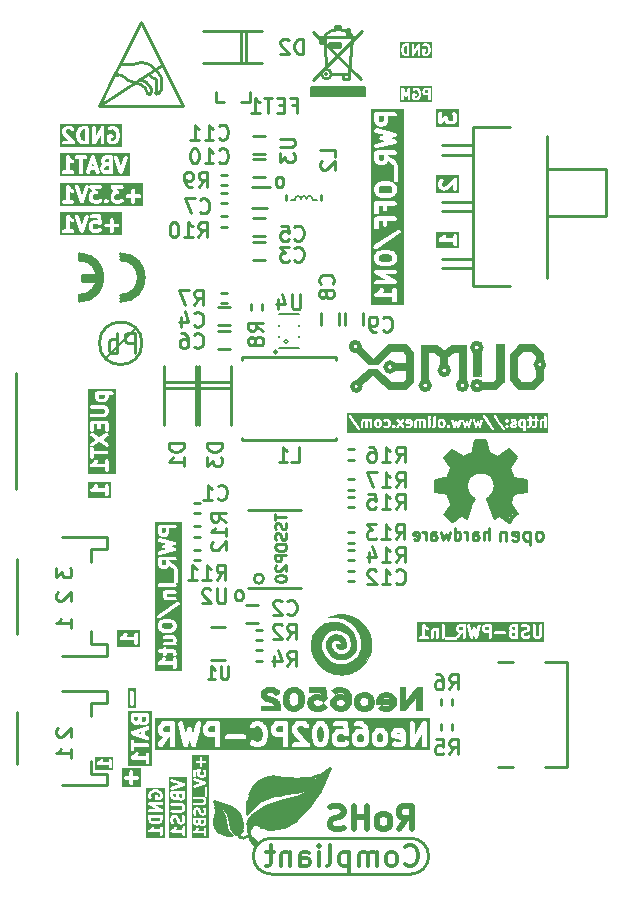
<source format=gbr>
%TF.GenerationSoftware,KiCad,Pcbnew,7.0.11-7.0.11~ubuntu22.04.1*%
%TF.CreationDate,2024-05-21T16:07:35+03:00*%
%TF.ProjectId,Neo6502PC-PWR_Rev_B,4e656f36-3530-4325-9043-2d5057525f52,B*%
%TF.SameCoordinates,PXd4ab5c0PY8b3c880*%
%TF.FileFunction,Legend,Bot*%
%TF.FilePolarity,Positive*%
%FSLAX46Y46*%
G04 Gerber Fmt 4.6, Leading zero omitted, Abs format (unit mm)*
G04 Created by KiCad (PCBNEW 7.0.11-7.0.11~ubuntu22.04.1) date 2024-05-21 16:07:35*
%MOMM*%
%LPD*%
G01*
G04 APERTURE LIST*
%ADD10C,0.215900*%
%ADD11C,0.317500*%
%ADD12C,0.444500*%
%ADD13C,0.254000*%
%ADD14C,0.500000*%
%ADD15C,0.350000*%
%ADD16C,0.381000*%
%ADD17C,0.225000*%
%ADD18C,0.222250*%
%ADD19C,0.300000*%
%ADD20C,0.200000*%
%ADD21C,0.150000*%
%ADD22C,0.127000*%
%ADD23C,0.228600*%
%ADD24C,0.700000*%
%ADD25C,0.100000*%
%ADD26C,0.400000*%
%ADD27C,0.370000*%
%ADD28C,0.380000*%
%ADD29C,1.000000*%
%ADD30C,0.420000*%
%ADD31C,0.508000*%
%ADD32C,0.010000*%
%ADD33C,0.203200*%
G04 APERTURE END LIST*
D10*
G36*
X43577926Y39469659D02*
G01*
X43464617Y39469659D01*
X43420829Y39491553D01*
X43404481Y39507901D01*
X43382588Y39551687D01*
X43382588Y39747464D01*
X43404480Y39791249D01*
X43420831Y39807599D01*
X43464617Y39829492D01*
X43577926Y39829492D01*
X43577926Y39469659D01*
G37*
G36*
X31367034Y39807600D02*
G01*
X31383383Y39791250D01*
X31405277Y39747464D01*
X31405277Y39551687D01*
X31383383Y39507901D01*
X31367034Y39491552D01*
X31323249Y39469659D01*
X31250844Y39469659D01*
X31207056Y39491553D01*
X31190708Y39507901D01*
X31168815Y39551687D01*
X31168815Y39747464D01*
X31190707Y39791249D01*
X31207058Y39807599D01*
X31250844Y39829492D01*
X31323249Y39829492D01*
X31367034Y39807600D01*
G37*
G36*
X33982443Y39815858D02*
G01*
X33996078Y39788588D01*
X33996078Y39781254D01*
X33816856Y39817098D01*
X33841645Y39829492D01*
X33955174Y39829492D01*
X33982443Y39815858D01*
G37*
G36*
X36754254Y39807600D02*
G01*
X36770603Y39791250D01*
X36792497Y39747464D01*
X36792497Y39551687D01*
X36770603Y39507901D01*
X36754254Y39491552D01*
X36710469Y39469659D01*
X36638064Y39469659D01*
X36594276Y39491553D01*
X36577928Y39507901D01*
X36556035Y39551687D01*
X36556035Y39747464D01*
X36577927Y39791249D01*
X36594278Y39807599D01*
X36638064Y39829492D01*
X36710469Y39829492D01*
X36754254Y39807600D01*
G37*
G36*
X45685521Y38847804D02*
G01*
X28691194Y38847804D01*
X28691194Y40270783D01*
X28814565Y40270783D01*
X28832607Y40206552D01*
X29572836Y39096210D01*
X29625187Y39054852D01*
X29691850Y39052162D01*
X29747361Y39089169D01*
X29770518Y39151739D01*
X29752476Y39215970D01*
X29655317Y39361709D01*
X29842573Y39361709D01*
X29863190Y39298258D01*
X29917165Y39259042D01*
X29983881Y39259042D01*
X30037856Y39298258D01*
X30058473Y39361709D01*
X30058473Y39788588D01*
X30072107Y39815858D01*
X30099377Y39829492D01*
X30171783Y39829492D01*
X30199052Y39815858D01*
X30212687Y39788588D01*
X30212687Y39361709D01*
X30233304Y39298258D01*
X30287279Y39259042D01*
X30353995Y39259042D01*
X30407970Y39298258D01*
X30428587Y39361709D01*
X30428587Y39788588D01*
X30442221Y39815857D01*
X30469492Y39829492D01*
X30541897Y39829492D01*
X30582801Y39809040D01*
X30582801Y39361709D01*
X30603418Y39298258D01*
X30657393Y39259042D01*
X30724109Y39259042D01*
X30778084Y39298258D01*
X30798701Y39361709D01*
X30798701Y39526204D01*
X30952915Y39526204D01*
X30960605Y39502535D01*
X30964312Y39477927D01*
X31005436Y39395679D01*
X31017714Y39383214D01*
X31025657Y39367624D01*
X31066781Y39326500D01*
X31082370Y39318558D01*
X31094837Y39306278D01*
X31177086Y39265155D01*
X31201693Y39261450D01*
X31225361Y39253759D01*
X31348732Y39253759D01*
X31372399Y39261450D01*
X31397008Y39265155D01*
X31479256Y39306278D01*
X31491724Y39318558D01*
X31507313Y39326501D01*
X31548436Y39367624D01*
X31556379Y39383215D01*
X31568656Y39395679D01*
X31580271Y39418909D01*
X31735472Y39418909D01*
X31746410Y39353094D01*
X31793942Y39306278D01*
X31876191Y39265155D01*
X31900798Y39261450D01*
X31924466Y39253759D01*
X32088961Y39253759D01*
X32112628Y39261450D01*
X32137237Y39265155D01*
X32219485Y39306278D01*
X32231953Y39318558D01*
X32247542Y39326501D01*
X32288665Y39367624D01*
X32296608Y39383215D01*
X32308885Y39395679D01*
X32320905Y39419718D01*
X32475826Y39419718D01*
X32478500Y39402830D01*
X32475827Y39385945D01*
X32483587Y39370714D01*
X32486263Y39353822D01*
X32498354Y39341731D01*
X32506115Y39326500D01*
X32547238Y39285377D01*
X32562468Y39277617D01*
X32574560Y39265525D01*
X32583164Y39264163D01*
X32590212Y39259042D01*
X32598923Y39259042D01*
X32606683Y39255088D01*
X32623569Y39257763D01*
X32640456Y39255088D01*
X32648216Y39259042D01*
X32656928Y39259042D01*
X32663975Y39264163D01*
X32672579Y39265525D01*
X32684669Y39277616D01*
X32699901Y39285376D01*
X32741025Y39326499D01*
X32748786Y39341732D01*
X32760878Y39353823D01*
X32762770Y39365773D01*
X32844688Y39365773D01*
X32862901Y39301589D01*
X32915361Y39260371D01*
X32982031Y39257860D01*
X33037444Y39295015D01*
X33178742Y39474849D01*
X33320040Y39295015D01*
X33375453Y39257860D01*
X33442123Y39260371D01*
X33494583Y39301590D01*
X33512796Y39365773D01*
X33489806Y39428403D01*
X33316027Y39649576D01*
X33380650Y39731823D01*
X33584840Y39731823D01*
X33586851Y39725632D01*
X33585575Y39719248D01*
X33597002Y39694393D01*
X33605457Y39668372D01*
X33610724Y39664545D01*
X33613444Y39658630D01*
X33637297Y39645238D01*
X33659432Y39629156D01*
X33665942Y39629156D01*
X33671619Y39625969D01*
X33996078Y39561077D01*
X33996078Y39510563D01*
X33982443Y39483294D01*
X33955173Y39469659D01*
X33841645Y39469659D01*
X33782190Y39499386D01*
X33716217Y39509321D01*
X33657003Y39478582D01*
X33627168Y39418909D01*
X33638106Y39353094D01*
X33685638Y39306278D01*
X33767887Y39265155D01*
X33792494Y39261450D01*
X33816162Y39253759D01*
X33980657Y39253759D01*
X34004323Y39261449D01*
X34028933Y39265155D01*
X34111180Y39306278D01*
X34111793Y39306883D01*
X34112641Y39307023D01*
X34135501Y39330234D01*
X34158713Y39353095D01*
X34158853Y39353943D01*
X34159457Y39354555D01*
X34163034Y39361709D01*
X34366193Y39361709D01*
X34386810Y39298258D01*
X34440785Y39259042D01*
X34507501Y39259042D01*
X34561476Y39298258D01*
X34582093Y39361709D01*
X34582093Y39788588D01*
X34595727Y39815858D01*
X34622997Y39829492D01*
X34695403Y39829492D01*
X34722672Y39815858D01*
X34736307Y39788588D01*
X34736307Y39361709D01*
X34756924Y39298258D01*
X34810899Y39259042D01*
X34877615Y39259042D01*
X34931590Y39298258D01*
X34952207Y39361709D01*
X34952207Y39788588D01*
X34965841Y39815857D01*
X34993112Y39829492D01*
X35065517Y39829492D01*
X35106421Y39809040D01*
X35106421Y39361709D01*
X35127038Y39298258D01*
X35181013Y39259042D01*
X35247729Y39259042D01*
X35301704Y39298258D01*
X35322321Y39361709D01*
X35322321Y39937442D01*
X35301704Y40000893D01*
X35247729Y40040109D01*
X35181013Y40040109D01*
X35159014Y40024127D01*
X35139277Y40033995D01*
X35114669Y40037702D01*
X35091000Y40045392D01*
X34967629Y40045392D01*
X34943959Y40037702D01*
X34919352Y40033995D01*
X34844257Y39996448D01*
X34769163Y40033995D01*
X34744555Y40037702D01*
X34720886Y40045392D01*
X34597514Y40045392D01*
X34573844Y40037702D01*
X34549237Y40033995D01*
X34466990Y39992871D01*
X34466377Y39992268D01*
X34465531Y39992127D01*
X34442669Y39968916D01*
X34419458Y39946054D01*
X34419317Y39945208D01*
X34418714Y39944595D01*
X34377590Y39862348D01*
X34373883Y39837741D01*
X34366193Y39814071D01*
X34366193Y39361709D01*
X34163034Y39361709D01*
X34200581Y39436803D01*
X34204287Y39461411D01*
X34211978Y39485080D01*
X34211978Y39814071D01*
X34204287Y39837741D01*
X34200581Y39862348D01*
X34159457Y39944595D01*
X34158853Y39945208D01*
X34158713Y39946054D01*
X34135501Y39968916D01*
X34112640Y39992127D01*
X34111793Y39992268D01*
X34111181Y39992871D01*
X34028934Y40033995D01*
X34004326Y40037702D01*
X33980657Y40045392D01*
X33816162Y40045392D01*
X33792492Y40037702D01*
X33767885Y40033995D01*
X33685637Y39992871D01*
X33685024Y39992268D01*
X33684178Y39992127D01*
X33661332Y39968934D01*
X33638105Y39946055D01*
X33637964Y39945208D01*
X33637361Y39944595D01*
X33596237Y39862348D01*
X33592530Y39837741D01*
X33584840Y39814071D01*
X33584840Y39731823D01*
X33380650Y39731823D01*
X33489806Y39870748D01*
X33512796Y39933378D01*
X33494583Y39997561D01*
X33442123Y40038780D01*
X33375453Y40041291D01*
X33320040Y40004136D01*
X33178742Y39824303D01*
X33037444Y40004136D01*
X32982031Y40041291D01*
X32915361Y40038780D01*
X32862901Y39997562D01*
X32844688Y39933378D01*
X32867678Y39870748D01*
X33041456Y39649576D01*
X32867678Y39428403D01*
X32844688Y39365773D01*
X32762770Y39365773D01*
X32763552Y39370711D01*
X32771314Y39385943D01*
X32768639Y39402832D01*
X32771314Y39419719D01*
X32763553Y39434951D01*
X32760879Y39451839D01*
X32748787Y39463931D01*
X32741026Y39479164D01*
X32699902Y39520288D01*
X32684668Y39528050D01*
X32672577Y39540141D01*
X32663974Y39541504D01*
X32656928Y39546623D01*
X32648215Y39546623D01*
X32640457Y39550576D01*
X32623569Y39547902D01*
X32606681Y39550576D01*
X32598923Y39546623D01*
X32590212Y39546623D01*
X32583164Y39541503D01*
X32574561Y39540140D01*
X32562469Y39528049D01*
X32547237Y39520287D01*
X32506114Y39479163D01*
X32498353Y39463932D01*
X32486263Y39451841D01*
X32483588Y39434954D01*
X32475826Y39419718D01*
X32320905Y39419718D01*
X32350009Y39477927D01*
X32353715Y39502535D01*
X32361406Y39526204D01*
X32361406Y39772947D01*
X32353715Y39796617D01*
X32350009Y39821224D01*
X32308885Y39903471D01*
X32296608Y39915936D01*
X32288665Y39931526D01*
X32247542Y39972649D01*
X32231952Y39980593D01*
X32219486Y39992871D01*
X32137238Y40033995D01*
X32112630Y40037702D01*
X32088961Y40045392D01*
X31924466Y40045392D01*
X31900796Y40037702D01*
X31876189Y40033995D01*
X31793941Y39992871D01*
X31746409Y39946055D01*
X31735472Y39880240D01*
X31765308Y39820568D01*
X31824522Y39789829D01*
X31890495Y39799765D01*
X31949949Y39829492D01*
X32063478Y39829492D01*
X32107263Y39807600D01*
X32123612Y39791250D01*
X32145506Y39747464D01*
X32145506Y39551687D01*
X32123612Y39507901D01*
X32107263Y39491552D01*
X32063478Y39469659D01*
X31949949Y39469659D01*
X31890494Y39499386D01*
X31824521Y39509321D01*
X31765307Y39478582D01*
X31735472Y39418909D01*
X31580271Y39418909D01*
X31609780Y39477927D01*
X31613486Y39502535D01*
X31621177Y39526204D01*
X31621177Y39772947D01*
X31613486Y39796617D01*
X31609780Y39821224D01*
X31568656Y39903471D01*
X31556379Y39915936D01*
X31548436Y39931526D01*
X31507313Y39972649D01*
X31491723Y39980593D01*
X31479257Y39992871D01*
X31397009Y40033995D01*
X31372401Y40037702D01*
X31348732Y40045392D01*
X31225361Y40045392D01*
X31201691Y40037702D01*
X31177084Y40033995D01*
X31094836Y39992871D01*
X31082370Y39980593D01*
X31066781Y39972650D01*
X31025657Y39931526D01*
X31017713Y39915937D01*
X31005436Y39903471D01*
X30964312Y39821224D01*
X30960605Y39796617D01*
X30952915Y39772947D01*
X30952915Y39526204D01*
X30798701Y39526204D01*
X30798701Y39937442D01*
X30778084Y40000893D01*
X30724109Y40040109D01*
X30657393Y40040109D01*
X30635394Y40024127D01*
X30615657Y40033995D01*
X30591049Y40037702D01*
X30567380Y40045392D01*
X30444009Y40045392D01*
X30420339Y40037702D01*
X30395732Y40033995D01*
X30320637Y39996448D01*
X30245543Y40033995D01*
X30220935Y40037702D01*
X30197266Y40045392D01*
X30073894Y40045392D01*
X30050224Y40037702D01*
X30025617Y40033995D01*
X29943370Y39992871D01*
X29942757Y39992268D01*
X29941911Y39992127D01*
X29919049Y39968916D01*
X29895838Y39946054D01*
X29895697Y39945208D01*
X29895094Y39944595D01*
X29853970Y39862348D01*
X29850263Y39837741D01*
X29842573Y39814071D01*
X29842573Y39361709D01*
X29655317Y39361709D01*
X29118256Y40167299D01*
X35477865Y40167299D01*
X35485626Y40152066D01*
X35488302Y40135175D01*
X35500392Y40123085D01*
X35508153Y40107854D01*
X35549276Y40066730D01*
X35564508Y40058969D01*
X35576600Y40046877D01*
X35585203Y40045515D01*
X35592251Y40040394D01*
X35600962Y40040394D01*
X35601521Y40040109D01*
X35592251Y40040109D01*
X35538276Y40000893D01*
X35517659Y39937442D01*
X35517659Y39361709D01*
X35538276Y39298258D01*
X35592251Y39259042D01*
X35658967Y39259042D01*
X35712942Y39298258D01*
X35728335Y39345632D01*
X35847854Y39345632D01*
X35877689Y39285959D01*
X35936903Y39255220D01*
X36002876Y39265155D01*
X36085124Y39306278D01*
X36085738Y39306884D01*
X36086586Y39307024D01*
X36109429Y39330217D01*
X36132657Y39353094D01*
X36132798Y39353943D01*
X36133402Y39354556D01*
X36174525Y39436805D01*
X36178230Y39461413D01*
X36185921Y39485080D01*
X36185921Y39526204D01*
X36340135Y39526204D01*
X36347825Y39502535D01*
X36351532Y39477927D01*
X36392656Y39395679D01*
X36404934Y39383214D01*
X36412877Y39367624D01*
X36454001Y39326500D01*
X36469590Y39318558D01*
X36482057Y39306278D01*
X36564306Y39265155D01*
X36588913Y39261450D01*
X36612581Y39253759D01*
X36735952Y39253759D01*
X36759619Y39261450D01*
X36784228Y39265155D01*
X36866476Y39306278D01*
X36878944Y39318558D01*
X36894533Y39326501D01*
X36935656Y39367624D01*
X36943599Y39383215D01*
X36955876Y39395679D01*
X36967896Y39419718D01*
X37122817Y39419718D01*
X37125491Y39402830D01*
X37122818Y39385945D01*
X37130578Y39370714D01*
X37133254Y39353822D01*
X37145345Y39341731D01*
X37153106Y39326500D01*
X37194229Y39285377D01*
X37209459Y39277617D01*
X37221551Y39265525D01*
X37230155Y39264163D01*
X37237203Y39259042D01*
X37245914Y39259042D01*
X37253674Y39255088D01*
X37270560Y39257763D01*
X37287447Y39255088D01*
X37295207Y39259042D01*
X37303919Y39259042D01*
X37310966Y39264163D01*
X37319570Y39265525D01*
X37331660Y39277616D01*
X37346892Y39285376D01*
X37388016Y39326499D01*
X37395777Y39341732D01*
X37407869Y39353823D01*
X37410543Y39370711D01*
X37418305Y39385943D01*
X37415630Y39402832D01*
X37418305Y39419719D01*
X37410544Y39434951D01*
X37407870Y39451839D01*
X37395778Y39463931D01*
X37388017Y39479164D01*
X37346893Y39520288D01*
X37331659Y39528050D01*
X37319568Y39540141D01*
X37310965Y39541504D01*
X37303919Y39546623D01*
X37295206Y39546623D01*
X37287448Y39550576D01*
X37270560Y39547902D01*
X37253672Y39550576D01*
X37245914Y39546623D01*
X37237203Y39546623D01*
X37230155Y39541503D01*
X37221552Y39540140D01*
X37209460Y39528049D01*
X37194228Y39520287D01*
X37153105Y39479163D01*
X37145344Y39463932D01*
X37133254Y39451841D01*
X37130579Y39434954D01*
X37122817Y39419718D01*
X36967896Y39419718D01*
X36997000Y39477927D01*
X37000706Y39502535D01*
X37008397Y39526204D01*
X37008397Y39772947D01*
X37000706Y39796617D01*
X36997000Y39821224D01*
X36955876Y39903471D01*
X36951626Y39907786D01*
X37495755Y39907786D01*
X37660250Y39332053D01*
X37678007Y39305673D01*
X37694945Y39278774D01*
X37696544Y39278135D01*
X37697505Y39276707D01*
X37727349Y39265812D01*
X37756889Y39253996D01*
X37758559Y39254419D01*
X37760177Y39253828D01*
X37790749Y39262564D01*
X37821568Y39270361D01*
X37822670Y39271684D01*
X37824326Y39272157D01*
X37843912Y39297179D01*
X37864276Y39321617D01*
X37928542Y39482283D01*
X37992809Y39321617D01*
X38013172Y39297177D01*
X38032759Y39272156D01*
X38034414Y39271684D01*
X38035516Y39270361D01*
X38066328Y39262565D01*
X38096908Y39253828D01*
X38098525Y39254419D01*
X38100195Y39253996D01*
X38129734Y39265812D01*
X38159579Y39276707D01*
X38160539Y39278134D01*
X38162140Y39278774D01*
X38179084Y39305684D01*
X38196835Y39332053D01*
X38361329Y39907786D01*
X38400479Y39907786D01*
X38564974Y39332053D01*
X38582731Y39305673D01*
X38599669Y39278774D01*
X38601268Y39278135D01*
X38602229Y39276707D01*
X38632073Y39265812D01*
X38661613Y39253996D01*
X38663283Y39254419D01*
X38664901Y39253828D01*
X38695473Y39262564D01*
X38726292Y39270361D01*
X38727394Y39271684D01*
X38729050Y39272157D01*
X38748636Y39297179D01*
X38769000Y39321617D01*
X38833266Y39482283D01*
X38897533Y39321617D01*
X38917896Y39297177D01*
X38937483Y39272156D01*
X38939138Y39271684D01*
X38940240Y39270361D01*
X38971052Y39262565D01*
X39001632Y39253828D01*
X39003249Y39254419D01*
X39004919Y39253996D01*
X39034458Y39265812D01*
X39064303Y39276707D01*
X39065263Y39278134D01*
X39066864Y39278774D01*
X39083808Y39305684D01*
X39101559Y39332053D01*
X39266053Y39907786D01*
X39305203Y39907786D01*
X39469698Y39332053D01*
X39487455Y39305673D01*
X39504393Y39278774D01*
X39505992Y39278135D01*
X39506953Y39276707D01*
X39536797Y39265812D01*
X39566337Y39253996D01*
X39568007Y39254419D01*
X39569625Y39253828D01*
X39600197Y39262564D01*
X39631016Y39270361D01*
X39632118Y39271684D01*
X39633774Y39272157D01*
X39653360Y39297179D01*
X39673724Y39321617D01*
X39737990Y39482283D01*
X39802257Y39321617D01*
X39822620Y39297177D01*
X39842207Y39272156D01*
X39843862Y39271684D01*
X39844964Y39270361D01*
X39875776Y39262565D01*
X39906356Y39253828D01*
X39907973Y39254419D01*
X39909643Y39253996D01*
X39939182Y39265812D01*
X39969027Y39276707D01*
X39969987Y39278134D01*
X39971588Y39278774D01*
X39988532Y39305684D01*
X40006283Y39332053D01*
X40170777Y39907786D01*
X40168385Y39974459D01*
X40127260Y40026994D01*
X40063111Y40045323D01*
X40000439Y40022444D01*
X39963184Y39967098D01*
X39885439Y39694991D01*
X39838220Y39813039D01*
X39821233Y39833426D01*
X39807093Y39855882D01*
X39800237Y39858625D01*
X39795513Y39864294D01*
X39769794Y39870802D01*
X39745149Y39880660D01*
X39737991Y39878849D01*
X39730834Y39880660D01*
X39706187Y39870802D01*
X39680470Y39864294D01*
X39675746Y39858625D01*
X39668889Y39855882D01*
X39654747Y39833424D01*
X39637762Y39813039D01*
X39590541Y39694990D01*
X39512797Y39967098D01*
X39475541Y40022444D01*
X39412870Y40045323D01*
X39348721Y40026995D01*
X39307596Y39974459D01*
X39305203Y39907786D01*
X39266053Y39907786D01*
X39263661Y39974459D01*
X39222536Y40026994D01*
X39158387Y40045323D01*
X39095715Y40022444D01*
X39058460Y39967098D01*
X38980715Y39694991D01*
X38933496Y39813039D01*
X38916509Y39833426D01*
X38902369Y39855882D01*
X38895513Y39858625D01*
X38890789Y39864294D01*
X38865070Y39870802D01*
X38840425Y39880660D01*
X38833267Y39878849D01*
X38826110Y39880660D01*
X38801463Y39870802D01*
X38775746Y39864294D01*
X38771022Y39858625D01*
X38764165Y39855882D01*
X38750023Y39833424D01*
X38733038Y39813039D01*
X38685817Y39694990D01*
X38608073Y39967098D01*
X38570817Y40022444D01*
X38508146Y40045323D01*
X38443997Y40026995D01*
X38402872Y39974459D01*
X38400479Y39907786D01*
X38361329Y39907786D01*
X38358937Y39974459D01*
X38317812Y40026994D01*
X38253663Y40045323D01*
X38190991Y40022444D01*
X38153736Y39967098D01*
X38075991Y39694991D01*
X38028772Y39813039D01*
X38011785Y39833426D01*
X37997645Y39855882D01*
X37990789Y39858625D01*
X37986065Y39864294D01*
X37960346Y39870802D01*
X37935701Y39880660D01*
X37928543Y39878849D01*
X37921386Y39880660D01*
X37896739Y39870802D01*
X37871022Y39864294D01*
X37866298Y39858625D01*
X37859441Y39855882D01*
X37845299Y39833424D01*
X37828314Y39813039D01*
X37781093Y39694990D01*
X37703349Y39967098D01*
X37666093Y40022444D01*
X37603422Y40045323D01*
X37539273Y40026995D01*
X37498148Y39974459D01*
X37495755Y39907786D01*
X36951626Y39907786D01*
X36943599Y39915936D01*
X36935656Y39931526D01*
X36894533Y39972649D01*
X36878943Y39980593D01*
X36866477Y39992871D01*
X36784229Y40033995D01*
X36759621Y40037702D01*
X36735952Y40045392D01*
X36612581Y40045392D01*
X36588911Y40037702D01*
X36564304Y40033995D01*
X36482056Y39992871D01*
X36469590Y39980593D01*
X36454001Y39972650D01*
X36412877Y39931526D01*
X36404933Y39915937D01*
X36392656Y39903471D01*
X36351532Y39821224D01*
X36347825Y39796617D01*
X36340135Y39772947D01*
X36340135Y39526204D01*
X36185921Y39526204D01*
X36185921Y40225309D01*
X36171145Y40270783D01*
X40164738Y40270783D01*
X40182780Y40206552D01*
X40923009Y39096210D01*
X40975360Y39054852D01*
X41042023Y39052162D01*
X41097534Y39089169D01*
X41120691Y39151739D01*
X41102649Y39215970D01*
X40399439Y40270783D01*
X41069462Y40270783D01*
X41087504Y40206552D01*
X41827733Y39096210D01*
X41880084Y39054852D01*
X41946747Y39052162D01*
X42002258Y39089169D01*
X42025415Y39151739D01*
X42007373Y39215970D01*
X41871541Y39419718D01*
X42057675Y39419718D01*
X42060349Y39402830D01*
X42057676Y39385945D01*
X42065436Y39370714D01*
X42068112Y39353822D01*
X42080203Y39341731D01*
X42087964Y39326500D01*
X42129087Y39285377D01*
X42144317Y39277617D01*
X42156409Y39265525D01*
X42165013Y39264163D01*
X42172061Y39259042D01*
X42180772Y39259042D01*
X42188532Y39255088D01*
X42205418Y39257763D01*
X42222305Y39255088D01*
X42230065Y39259042D01*
X42238777Y39259042D01*
X42245824Y39264163D01*
X42254428Y39265525D01*
X42266518Y39277616D01*
X42281750Y39285376D01*
X42322874Y39326499D01*
X42330635Y39341732D01*
X42342727Y39353823D01*
X42345401Y39370711D01*
X42353163Y39385943D01*
X42350488Y39402832D01*
X42353163Y39419719D01*
X42345402Y39434951D01*
X42342728Y39451839D01*
X42330636Y39463931D01*
X42322875Y39479164D01*
X42316959Y39485080D01*
X42467584Y39485080D01*
X42475274Y39461411D01*
X42478981Y39436803D01*
X42520105Y39354555D01*
X42520708Y39353943D01*
X42520849Y39353095D01*
X42544060Y39330234D01*
X42566921Y39307023D01*
X42567768Y39306883D01*
X42568382Y39306278D01*
X42650629Y39265155D01*
X42675237Y39261450D01*
X42698905Y39253759D01*
X42863401Y39253759D01*
X42887067Y39261449D01*
X42911677Y39265155D01*
X42993924Y39306278D01*
X43041457Y39353095D01*
X43052395Y39418909D01*
X43022559Y39478582D01*
X42963345Y39509321D01*
X42897372Y39499386D01*
X42837917Y39469659D01*
X42724389Y39469659D01*
X42697118Y39483294D01*
X42685944Y39505642D01*
X42696225Y39526204D01*
X43166688Y39526204D01*
X43174378Y39502535D01*
X43178085Y39477927D01*
X43219209Y39395679D01*
X43231487Y39383214D01*
X43239430Y39367624D01*
X43280554Y39326500D01*
X43296143Y39318558D01*
X43308610Y39306278D01*
X43390859Y39265155D01*
X43415466Y39261450D01*
X43439134Y39253759D01*
X43577926Y39253759D01*
X43577926Y39073842D01*
X43598543Y39010391D01*
X43652518Y38971175D01*
X43719234Y38971175D01*
X43773209Y39010391D01*
X43793826Y39073842D01*
X43793826Y39328351D01*
X43871076Y39328351D01*
X43910292Y39274376D01*
X43973743Y39253759D01*
X44055991Y39253759D01*
X44079658Y39261450D01*
X44104267Y39265155D01*
X44186515Y39306278D01*
X44187129Y39306884D01*
X44187977Y39307024D01*
X44210820Y39330217D01*
X44234048Y39353094D01*
X44234189Y39353943D01*
X44234793Y39354556D01*
X44275916Y39436805D01*
X44279621Y39461413D01*
X44287312Y39485080D01*
X44287312Y39829492D01*
X44302734Y39829492D01*
X44366185Y39850109D01*
X44384981Y39875980D01*
X44403778Y39850109D01*
X44467229Y39829492D01*
X44564898Y39829492D01*
X44564898Y39510564D01*
X44551263Y39483294D01*
X44523994Y39469659D01*
X44467229Y39469659D01*
X44403778Y39449042D01*
X44364562Y39395067D01*
X44364562Y39328351D01*
X44403778Y39274376D01*
X44467229Y39253759D01*
X44549477Y39253759D01*
X44573144Y39261450D01*
X44597753Y39265155D01*
X44680001Y39306278D01*
X44680615Y39306884D01*
X44681463Y39307024D01*
X44704306Y39330217D01*
X44727534Y39353094D01*
X44727675Y39353943D01*
X44728279Y39354556D01*
X44731855Y39361709D01*
X44976136Y39361709D01*
X44996753Y39298258D01*
X45050728Y39259042D01*
X45117444Y39259042D01*
X45171419Y39298258D01*
X45192036Y39361709D01*
X45192036Y39788588D01*
X45205670Y39815857D01*
X45232941Y39829492D01*
X45305346Y39829492D01*
X45346250Y39809040D01*
X45346250Y39361709D01*
X45366867Y39298258D01*
X45420842Y39259042D01*
X45487558Y39259042D01*
X45541533Y39298258D01*
X45562150Y39361709D01*
X45562150Y40225309D01*
X45541533Y40288760D01*
X45487558Y40327976D01*
X45420842Y40327976D01*
X45366867Y40288760D01*
X45346250Y40225309D01*
X45346250Y40040382D01*
X45330829Y40045392D01*
X45207458Y40045392D01*
X45183788Y40037702D01*
X45159181Y40033995D01*
X45076933Y39992871D01*
X45076320Y39992268D01*
X45075474Y39992127D01*
X45052628Y39968934D01*
X45029401Y39946055D01*
X45029260Y39945208D01*
X45028657Y39944595D01*
X44987533Y39862348D01*
X44983826Y39837741D01*
X44976136Y39814071D01*
X44976136Y39361709D01*
X44731855Y39361709D01*
X44769402Y39436805D01*
X44773107Y39461413D01*
X44780798Y39485080D01*
X44780798Y39829492D01*
X44796220Y39829492D01*
X44859671Y39850109D01*
X44898887Y39904084D01*
X44898887Y39970800D01*
X44859671Y40024775D01*
X44796220Y40045392D01*
X44780798Y40045392D01*
X44780798Y40225309D01*
X44760181Y40288760D01*
X44706206Y40327976D01*
X44639490Y40327976D01*
X44585515Y40288760D01*
X44564898Y40225309D01*
X44564898Y40045392D01*
X44467229Y40045392D01*
X44403778Y40024775D01*
X44384981Y39998905D01*
X44366185Y40024775D01*
X44302734Y40045392D01*
X44287312Y40045392D01*
X44287312Y40225309D01*
X44266695Y40288760D01*
X44212720Y40327976D01*
X44146004Y40327976D01*
X44092029Y40288760D01*
X44071412Y40225309D01*
X44071412Y40045392D01*
X43973743Y40045392D01*
X43910292Y40024775D01*
X43871076Y39970800D01*
X43871076Y39904084D01*
X43910292Y39850109D01*
X43973743Y39829492D01*
X44071412Y39829492D01*
X44071412Y39510564D01*
X44057777Y39483294D01*
X44030508Y39469659D01*
X43973743Y39469659D01*
X43910292Y39449042D01*
X43871076Y39395067D01*
X43871076Y39328351D01*
X43793826Y39328351D01*
X43793826Y39937442D01*
X43773209Y40000893D01*
X43719234Y40040109D01*
X43652518Y40040109D01*
X43645442Y40034969D01*
X43627298Y40037702D01*
X43603629Y40045392D01*
X43439134Y40045392D01*
X43415464Y40037702D01*
X43390857Y40033995D01*
X43308609Y39992871D01*
X43296143Y39980593D01*
X43280554Y39972650D01*
X43239430Y39931526D01*
X43231486Y39915937D01*
X43219209Y39903471D01*
X43178085Y39821224D01*
X43174378Y39796617D01*
X43166688Y39772947D01*
X43166688Y39526204D01*
X42696225Y39526204D01*
X42697118Y39527991D01*
X42724389Y39541625D01*
X42822277Y39541625D01*
X42845946Y39549316D01*
X42870554Y39553022D01*
X42952801Y39594146D01*
X42953413Y39594750D01*
X42954261Y39594890D01*
X42977139Y39618118D01*
X43000333Y39640963D01*
X43000473Y39641810D01*
X43001077Y39642422D01*
X43042201Y39724670D01*
X43045907Y39749278D01*
X43053598Y39772947D01*
X43053598Y39814071D01*
X43045907Y39837741D01*
X43042201Y39862348D01*
X43001077Y39944595D01*
X43000473Y39945208D01*
X43000333Y39946054D01*
X42977121Y39968916D01*
X42954260Y39992127D01*
X42953413Y39992268D01*
X42952801Y39992871D01*
X42870554Y40033995D01*
X42845946Y40037702D01*
X42822277Y40045392D01*
X42698905Y40045392D01*
X42675235Y40037702D01*
X42650628Y40033995D01*
X42568381Y39992871D01*
X42520849Y39946054D01*
X42509912Y39880240D01*
X42539748Y39820567D01*
X42598963Y39789829D01*
X42664935Y39799765D01*
X42724388Y39829492D01*
X42796794Y39829492D01*
X42824063Y39815858D01*
X42835237Y39793509D01*
X42824062Y39771160D01*
X42796794Y39757525D01*
X42698905Y39757525D01*
X42675237Y39749835D01*
X42650629Y39746129D01*
X42568382Y39705006D01*
X42567768Y39704402D01*
X42566921Y39704261D01*
X42544060Y39681051D01*
X42520849Y39658189D01*
X42520708Y39657342D01*
X42520105Y39656729D01*
X42478981Y39574481D01*
X42475274Y39549874D01*
X42467584Y39526204D01*
X42467584Y39485080D01*
X42316959Y39485080D01*
X42281751Y39520288D01*
X42266517Y39528050D01*
X42254426Y39540141D01*
X42245823Y39541504D01*
X42238777Y39546623D01*
X42230064Y39546623D01*
X42222306Y39550576D01*
X42205418Y39547902D01*
X42188530Y39550576D01*
X42180772Y39546623D01*
X42172061Y39546623D01*
X42165013Y39541503D01*
X42156410Y39540140D01*
X42144318Y39528049D01*
X42129086Y39520287D01*
X42087963Y39479163D01*
X42080202Y39463932D01*
X42068112Y39451841D01*
X42065437Y39434954D01*
X42057675Y39419718D01*
X41871541Y39419718D01*
X41569966Y39872080D01*
X42057675Y39872080D01*
X42060349Y39855192D01*
X42057676Y39838307D01*
X42065436Y39823076D01*
X42068112Y39806184D01*
X42080203Y39794093D01*
X42087964Y39778862D01*
X42129087Y39737739D01*
X42144317Y39729979D01*
X42156409Y39717887D01*
X42165013Y39716525D01*
X42172061Y39711404D01*
X42180772Y39711404D01*
X42188532Y39707450D01*
X42205418Y39710125D01*
X42222305Y39707450D01*
X42230065Y39711404D01*
X42238777Y39711404D01*
X42245824Y39716525D01*
X42254428Y39717887D01*
X42266518Y39729978D01*
X42281750Y39737738D01*
X42322874Y39778861D01*
X42330635Y39794094D01*
X42342727Y39806185D01*
X42345401Y39823073D01*
X42353163Y39838305D01*
X42350488Y39855194D01*
X42353163Y39872081D01*
X42345402Y39887313D01*
X42342728Y39904201D01*
X42330636Y39916293D01*
X42322875Y39931526D01*
X42281751Y39972650D01*
X42266517Y39980412D01*
X42254426Y39992503D01*
X42245823Y39993866D01*
X42238777Y39998985D01*
X42230064Y39998985D01*
X42222306Y40002938D01*
X42205418Y40000264D01*
X42188530Y40002938D01*
X42180772Y39998985D01*
X42172061Y39998985D01*
X42165013Y39993865D01*
X42156410Y39992502D01*
X42144318Y39980411D01*
X42129086Y39972649D01*
X42087963Y39931525D01*
X42080202Y39916294D01*
X42068112Y39904203D01*
X42065437Y39887316D01*
X42057675Y39872080D01*
X41569966Y39872080D01*
X41267144Y40326312D01*
X41214793Y40367670D01*
X41148130Y40370360D01*
X41092619Y40333352D01*
X41069462Y40270783D01*
X40399439Y40270783D01*
X40362420Y40326312D01*
X40310069Y40367670D01*
X40243406Y40370360D01*
X40187895Y40333352D01*
X40164738Y40270783D01*
X36171145Y40270783D01*
X36165304Y40288760D01*
X36111329Y40327976D01*
X36044613Y40327976D01*
X35990638Y40288760D01*
X35970021Y40225309D01*
X35970021Y39510564D01*
X35956386Y39483294D01*
X35906324Y39458263D01*
X35858792Y39411447D01*
X35847854Y39345632D01*
X35728335Y39345632D01*
X35733559Y39361709D01*
X35733559Y39937442D01*
X35712942Y40000893D01*
X35658967Y40040109D01*
X35649695Y40040109D01*
X35650254Y40040394D01*
X35658967Y40040394D01*
X35666013Y40045514D01*
X35674616Y40046876D01*
X35686707Y40058968D01*
X35701941Y40066729D01*
X35743065Y40107853D01*
X35750825Y40123085D01*
X35762917Y40135176D01*
X35765591Y40152066D01*
X35773353Y40167298D01*
X35770678Y40184185D01*
X35773353Y40201072D01*
X35765591Y40216305D01*
X35762917Y40233194D01*
X35750825Y40245286D01*
X35743065Y40260517D01*
X35701941Y40301641D01*
X35686707Y40309403D01*
X35674616Y40321494D01*
X35666013Y40322857D01*
X35658967Y40327976D01*
X35650254Y40327976D01*
X35642496Y40331929D01*
X35625608Y40329255D01*
X35608720Y40331929D01*
X35600962Y40327976D01*
X35592251Y40327976D01*
X35585203Y40322856D01*
X35576600Y40321493D01*
X35564508Y40309402D01*
X35549276Y40301640D01*
X35508153Y40260516D01*
X35500392Y40245286D01*
X35488302Y40233195D01*
X35485626Y40216305D01*
X35477865Y40201071D01*
X35480539Y40184185D01*
X35477865Y40167299D01*
X29118256Y40167299D01*
X29012247Y40326312D01*
X28959896Y40367670D01*
X28893233Y40370360D01*
X28837722Y40333352D01*
X28814565Y40270783D01*
X28691194Y40270783D01*
X28691194Y40493731D01*
X45685521Y40493731D01*
X45685521Y38847804D01*
G37*
D11*
G36*
X10784435Y15580940D02*
G01*
X10104077Y15580940D01*
X10104077Y15921119D01*
X10285506Y15921119D01*
X10306774Y15841744D01*
X10364881Y15783637D01*
X10444256Y15762369D01*
X10523631Y15783637D01*
X10581738Y15841744D01*
X10603006Y15921119D01*
X10603006Y16888739D01*
X10581738Y16968114D01*
X10523631Y17026221D01*
X10444256Y17047489D01*
X10364881Y17026221D01*
X10306774Y16968114D01*
X10285506Y16888739D01*
X10285506Y15921119D01*
X10104077Y15921119D01*
X10104077Y17228918D01*
X10784435Y17228918D01*
X10784435Y15580940D01*
G37*
D12*
G36*
X26550681Y13961253D02*
G01*
X26584340Y13927593D01*
X26641968Y13812337D01*
X26714082Y13523883D01*
X26714082Y13155271D01*
X26641968Y12866817D01*
X26584340Y12751561D01*
X26550682Y12717902D01*
X26460532Y12672827D01*
X26396132Y12672827D01*
X26305982Y12717902D01*
X26272323Y12751560D01*
X26214695Y12866817D01*
X26142582Y13155271D01*
X26142582Y13523883D01*
X26214695Y13812337D01*
X26272323Y13927594D01*
X26305983Y13961254D01*
X26396131Y14006327D01*
X26460533Y14006327D01*
X26550681Y13961253D01*
G37*
G36*
X30022012Y13283920D02*
G01*
X30055674Y13250259D01*
X30100748Y13160112D01*
X30100748Y12841709D01*
X30055674Y12751562D01*
X30022012Y12717901D01*
X29931866Y12672827D01*
X29698131Y12672827D01*
X29607983Y12717901D01*
X29574322Y12751562D01*
X29529248Y12841710D01*
X29529248Y13160111D01*
X29574322Y13250259D01*
X29607983Y13283920D01*
X29698131Y13328993D01*
X29931866Y13328993D01*
X30022012Y13283920D01*
G37*
G36*
X31630680Y13368587D02*
G01*
X31664341Y13334925D01*
X31709415Y13244777D01*
X31709415Y12841709D01*
X31664341Y12751562D01*
X31630679Y12717901D01*
X31540533Y12672827D01*
X31391465Y12672827D01*
X31301315Y12717902D01*
X31267656Y12751560D01*
X31222582Y12841710D01*
X31222582Y13244778D01*
X31267655Y13334925D01*
X31301316Y13368587D01*
X31391464Y13413660D01*
X31540533Y13413660D01*
X31630680Y13368587D01*
G37*
G36*
X33205343Y13385588D02*
G01*
X33233415Y13329445D01*
X33233415Y13314345D01*
X32864428Y13388143D01*
X32915464Y13413660D01*
X33149199Y13413660D01*
X33205343Y13385588D01*
G37*
G36*
X13675416Y13519493D02*
G01*
X13272799Y13519493D01*
X13182651Y13564567D01*
X13148990Y13598228D01*
X13103916Y13688377D01*
X13103916Y13837444D01*
X13148990Y13927593D01*
X13182651Y13961254D01*
X13272799Y14006327D01*
X13675416Y14006327D01*
X13675416Y13519493D01*
G37*
G36*
X17485416Y13519493D02*
G01*
X17082799Y13519493D01*
X16992651Y13564567D01*
X16958990Y13598228D01*
X16913916Y13688377D01*
X16913916Y13837444D01*
X16958990Y13927593D01*
X16992651Y13961254D01*
X17082799Y14006327D01*
X17485416Y14006327D01*
X17485416Y13519493D01*
G37*
G36*
X23242749Y13519493D02*
G01*
X22840132Y13519493D01*
X22749984Y13564567D01*
X22716323Y13598228D01*
X22671249Y13688377D01*
X22671249Y13837444D01*
X22716323Y13927593D01*
X22749984Y13961254D01*
X22840132Y14006327D01*
X23242749Y14006327D01*
X23242749Y13519493D01*
G37*
G36*
X35709915Y11974327D02*
G01*
X12405416Y11974327D01*
X12405416Y13635910D01*
X12659416Y13635910D01*
X12665293Y13608258D01*
X12666559Y13580018D01*
X12677489Y13550885D01*
X12678631Y13545513D01*
X12680437Y13543027D01*
X12682880Y13536516D01*
X12767547Y13367184D01*
X12775415Y13357316D01*
X12779939Y13345531D01*
X12809179Y13309423D01*
X12893845Y13224756D01*
X12904432Y13217881D01*
X12912449Y13208133D01*
X12951606Y13183124D01*
X13078682Y13119586D01*
X12699592Y12578029D01*
X12663494Y12492954D01*
X12665119Y12400551D01*
X12704188Y12316799D01*
X12773944Y12256178D01*
X12862326Y12229170D01*
X12954053Y12240446D01*
X13033263Y12288055D01*
X13063740Y12323125D01*
X13590048Y13074993D01*
X13675416Y13074993D01*
X13675416Y12450577D01*
X13694631Y12360180D01*
X13748952Y12285413D01*
X13828987Y12239205D01*
X13920897Y12229545D01*
X14008791Y12258103D01*
X14077470Y12319942D01*
X14115059Y12404369D01*
X14119916Y12450577D01*
X14119916Y14223176D01*
X14352816Y14223176D01*
X14358794Y14177099D01*
X14782127Y12399099D01*
X14798425Y12364763D01*
X14812084Y12329308D01*
X14818107Y12323299D01*
X14821757Y12315611D01*
X14850608Y12290876D01*
X14877510Y12264038D01*
X14885456Y12260999D01*
X14891918Y12255459D01*
X14928334Y12244599D01*
X14963828Y12231022D01*
X14972326Y12231478D01*
X14980480Y12229046D01*
X15018155Y12233935D01*
X15056112Y12235969D01*
X15063691Y12239843D01*
X15072128Y12240937D01*
X15104561Y12260729D01*
X15138406Y12278024D01*
X15143753Y12284644D01*
X15151017Y12289076D01*
X15172598Y12320352D01*
X15196480Y12349915D01*
X15200810Y12361236D01*
X15203505Y12365141D01*
X15204657Y12371294D01*
X15213079Y12393311D01*
X15336999Y12858014D01*
X15460920Y12393312D01*
X15478133Y12359429D01*
X15492741Y12324350D01*
X15498923Y12318505D01*
X15502778Y12310918D01*
X15532281Y12286968D01*
X15559896Y12260861D01*
X15567922Y12258036D01*
X15574530Y12252672D01*
X15611227Y12242792D01*
X15647070Y12230175D01*
X15655551Y12230859D01*
X15663769Y12228646D01*
X15701306Y12234546D01*
X15739188Y12237598D01*
X15746660Y12241674D01*
X15755064Y12242994D01*
X15786951Y12263648D01*
X15820323Y12281848D01*
X15825491Y12288611D01*
X15832632Y12293235D01*
X15853364Y12325077D01*
X15876445Y12355273D01*
X15880468Y12366704D01*
X15883059Y12370682D01*
X15884046Y12376867D01*
X15891872Y12399099D01*
X16186351Y13635910D01*
X16469416Y13635910D01*
X16475293Y13608258D01*
X16476559Y13580018D01*
X16487489Y13550885D01*
X16488631Y13545513D01*
X16490437Y13543027D01*
X16492880Y13536516D01*
X16577547Y13367184D01*
X16585415Y13357316D01*
X16589939Y13345531D01*
X16619179Y13309423D01*
X16703845Y13224756D01*
X16714432Y13217881D01*
X16722449Y13208133D01*
X16761606Y13183124D01*
X16930939Y13098457D01*
X16958300Y13091348D01*
X16984125Y13079850D01*
X17015069Y13076598D01*
X17020386Y13075216D01*
X17023418Y13075720D01*
X17030333Y13074993D01*
X17485416Y13074993D01*
X17485416Y12450577D01*
X17504631Y12360180D01*
X17558952Y12285413D01*
X17638987Y12239205D01*
X17730897Y12229545D01*
X17818791Y12258103D01*
X17887470Y12319942D01*
X17925059Y12404369D01*
X17929916Y12450577D01*
X17929916Y13104679D01*
X18333301Y13104679D01*
X18361859Y13016785D01*
X18423698Y12948106D01*
X18508125Y12910517D01*
X18554333Y12905660D01*
X19908999Y12905660D01*
X19999396Y12924875D01*
X20074163Y12979196D01*
X20120371Y13059231D01*
X20130031Y13151141D01*
X20101473Y13239035D01*
X20039634Y13307714D01*
X19955207Y13345303D01*
X19908999Y13350160D01*
X18554333Y13350160D01*
X18463936Y13330945D01*
X18389169Y13276624D01*
X18342961Y13196589D01*
X18333301Y13104679D01*
X17929916Y13104679D01*
X17929916Y14047611D01*
X20449054Y14047611D01*
X20472973Y13958344D01*
X20531133Y13886523D01*
X20613477Y13844566D01*
X20705767Y13839729D01*
X20792045Y13872849D01*
X20828153Y13902089D01*
X20875720Y13949656D01*
X21045733Y14006327D01*
X21142932Y14006327D01*
X21312944Y13949656D01*
X21419675Y13842926D01*
X21477302Y13727670D01*
X21549416Y13439217D01*
X21549416Y13239938D01*
X21477302Y12951484D01*
X21419674Y12836228D01*
X21312944Y12729498D01*
X21142933Y12672827D01*
X21045732Y12672827D01*
X20875720Y12729497D01*
X20828153Y12777064D01*
X20750646Y12827398D01*
X20659367Y12841855D01*
X20570100Y12817936D01*
X20498279Y12759776D01*
X20456322Y12677432D01*
X20451485Y12585142D01*
X20484605Y12498864D01*
X20513845Y12462756D01*
X20598511Y12378089D01*
X20622221Y12362692D01*
X20643084Y12343618D01*
X20671411Y12330747D01*
X20676019Y12327755D01*
X20679054Y12327275D01*
X20685385Y12324398D01*
X20939385Y12239732D01*
X20951928Y12238318D01*
X20963458Y12233184D01*
X21009666Y12228327D01*
X21178999Y12228327D01*
X21191347Y12230952D01*
X21203907Y12229728D01*
X21249280Y12239732D01*
X21503280Y12324398D01*
X21527653Y12338718D01*
X21554045Y12348849D01*
X21578225Y12368431D01*
X21582962Y12371213D01*
X21584750Y12373714D01*
X21590153Y12378089D01*
X21759487Y12547422D01*
X21766362Y12558010D01*
X21776111Y12566027D01*
X21801120Y12605184D01*
X21885786Y12774517D01*
X21886049Y12775533D01*
X21886694Y12776356D01*
X21902613Y12820006D01*
X21987280Y13158673D01*
X21987422Y13162695D01*
X21989059Y13166369D01*
X21993916Y13212577D01*
X21993916Y13466577D01*
X21993079Y13470514D01*
X21993775Y13474475D01*
X21987280Y13520481D01*
X21958423Y13635910D01*
X22226749Y13635910D01*
X22232626Y13608258D01*
X22233892Y13580018D01*
X22244822Y13550885D01*
X22245964Y13545513D01*
X22247770Y13543027D01*
X22250213Y13536516D01*
X22334880Y13367184D01*
X22342748Y13357316D01*
X22347272Y13345531D01*
X22376512Y13309423D01*
X22461178Y13224756D01*
X22471765Y13217881D01*
X22479782Y13208133D01*
X22518939Y13183124D01*
X22688272Y13098457D01*
X22715633Y13091348D01*
X22741458Y13079850D01*
X22772402Y13076598D01*
X22777719Y13075216D01*
X22780751Y13075720D01*
X22787666Y13074993D01*
X23242749Y13074993D01*
X23242749Y12450577D01*
X23261964Y12360180D01*
X23316285Y12285413D01*
X23396320Y12239205D01*
X23488230Y12229545D01*
X23576124Y12258103D01*
X23644803Y12319942D01*
X23682392Y12404369D01*
X23687249Y12450577D01*
X23687249Y13720577D01*
X24004749Y13720577D01*
X24007373Y13708229D01*
X24006150Y13695668D01*
X24016154Y13650295D01*
X24100821Y13396295D01*
X24115141Y13371920D01*
X24125272Y13345531D01*
X24144851Y13321354D01*
X24147636Y13316613D01*
X24150138Y13314824D01*
X24154512Y13309423D01*
X24791108Y12672827D01*
X24226999Y12672827D01*
X24136602Y12653612D01*
X24061835Y12599291D01*
X24015627Y12519256D01*
X24005967Y12427346D01*
X24034525Y12339452D01*
X24096364Y12270773D01*
X24180791Y12233184D01*
X24226999Y12228327D01*
X25327666Y12228327D01*
X25333454Y12229558D01*
X25339298Y12228632D01*
X25378432Y12239119D01*
X25418063Y12247542D01*
X25422849Y12251020D01*
X25428565Y12252551D01*
X25460048Y12278046D01*
X25492830Y12301863D01*
X25495789Y12306989D01*
X25500386Y12310711D01*
X25518776Y12346805D01*
X25539038Y12381898D01*
X25539656Y12387783D01*
X25542343Y12393055D01*
X25544463Y12433524D01*
X25548698Y12473808D01*
X25546870Y12479434D01*
X25547180Y12485345D01*
X25532657Y12523176D01*
X25520140Y12561702D01*
X25516180Y12566100D01*
X25514060Y12571623D01*
X25484820Y12607731D01*
X24964641Y13127910D01*
X25698082Y13127910D01*
X25698918Y13123974D01*
X25698223Y13120013D01*
X25704718Y13074006D01*
X25789385Y12735339D01*
X25789845Y12734398D01*
X25789892Y12733352D01*
X25806212Y12689850D01*
X25890878Y12520517D01*
X25898748Y12510646D01*
X25903271Y12498864D01*
X25932511Y12462756D01*
X26017177Y12378089D01*
X26027764Y12371214D01*
X26035782Y12361465D01*
X26074939Y12336456D01*
X26244272Y12251790D01*
X26271635Y12244681D01*
X26297457Y12233184D01*
X26328402Y12229932D01*
X26333719Y12228550D01*
X26336750Y12229054D01*
X26343665Y12228327D01*
X26512999Y12228327D01*
X26540651Y12234205D01*
X26568890Y12235470D01*
X26598026Y12246401D01*
X26603396Y12247542D01*
X26605880Y12249348D01*
X26612392Y12251790D01*
X26781725Y12336456D01*
X26791596Y12344327D01*
X26803378Y12348849D01*
X26839486Y12378089D01*
X26924153Y12462755D01*
X26931028Y12473343D01*
X26940777Y12481360D01*
X26965786Y12520517D01*
X27050452Y12689850D01*
X27050715Y12690866D01*
X27051360Y12691689D01*
X27067279Y12735339D01*
X27080755Y12789243D01*
X27391415Y12789243D01*
X27397292Y12761591D01*
X27398558Y12733351D01*
X27409488Y12704218D01*
X27410630Y12698846D01*
X27412436Y12696360D01*
X27414879Y12689849D01*
X27499546Y12520517D01*
X27507413Y12510650D01*
X27511937Y12498865D01*
X27541177Y12462756D01*
X27625843Y12378089D01*
X27636430Y12371214D01*
X27644448Y12361465D01*
X27683606Y12336456D01*
X27852940Y12251790D01*
X27880300Y12244682D01*
X27906124Y12233184D01*
X27937071Y12229932D01*
X27942387Y12228550D01*
X27945418Y12229054D01*
X27952332Y12228327D01*
X28375665Y12228327D01*
X28403317Y12234205D01*
X28431556Y12235470D01*
X28460692Y12246401D01*
X28466062Y12247542D01*
X28468546Y12249348D01*
X28475058Y12251790D01*
X28644391Y12336456D01*
X28654262Y12344327D01*
X28666044Y12348849D01*
X28702152Y12378089D01*
X28786819Y12462755D01*
X28837153Y12540263D01*
X28851610Y12631542D01*
X28827691Y12720809D01*
X28772274Y12789243D01*
X29084748Y12789243D01*
X29090625Y12761591D01*
X29091891Y12733351D01*
X29102821Y12704218D01*
X29103963Y12698846D01*
X29105769Y12696360D01*
X29108212Y12689849D01*
X29192879Y12520517D01*
X29200746Y12510650D01*
X29205270Y12498865D01*
X29234510Y12462756D01*
X29319176Y12378089D01*
X29329763Y12371214D01*
X29337781Y12361465D01*
X29376939Y12336456D01*
X29546273Y12251790D01*
X29573633Y12244682D01*
X29599457Y12233184D01*
X29630404Y12229932D01*
X29635720Y12228550D01*
X29638751Y12229054D01*
X29645665Y12228327D01*
X29984331Y12228327D01*
X30011984Y12234206D01*
X30040221Y12235470D01*
X30069355Y12246401D01*
X30074728Y12247542D01*
X30077213Y12249349D01*
X30083723Y12251790D01*
X30253058Y12336456D01*
X30262930Y12344328D01*
X30274712Y12348850D01*
X30310820Y12378089D01*
X30395487Y12462757D01*
X30402361Y12473344D01*
X30412108Y12481359D01*
X30437117Y12520516D01*
X30521784Y12689849D01*
X30528893Y12717211D01*
X30540391Y12743035D01*
X30543643Y12773980D01*
X30545025Y12779296D01*
X30544521Y12782329D01*
X30545248Y12789243D01*
X30778082Y12789243D01*
X30783959Y12761591D01*
X30785225Y12733352D01*
X30796155Y12704216D01*
X30797297Y12698846D01*
X30799102Y12696362D01*
X30801545Y12689850D01*
X30886211Y12520517D01*
X30894081Y12510646D01*
X30898604Y12498864D01*
X30927844Y12462756D01*
X31012510Y12378089D01*
X31023097Y12371214D01*
X31031115Y12361465D01*
X31070272Y12336456D01*
X31239605Y12251790D01*
X31266968Y12244681D01*
X31292790Y12233184D01*
X31323735Y12229932D01*
X31329052Y12228550D01*
X31332083Y12229054D01*
X31338998Y12228327D01*
X31592998Y12228327D01*
X31620651Y12234206D01*
X31648888Y12235470D01*
X31678022Y12246401D01*
X31683395Y12247542D01*
X31685880Y12249349D01*
X31692390Y12251790D01*
X31861725Y12336456D01*
X31871597Y12344328D01*
X31883379Y12348850D01*
X31919487Y12378089D01*
X32004154Y12462757D01*
X32011028Y12473344D01*
X32020775Y12481359D01*
X32045784Y12520516D01*
X32130451Y12689849D01*
X32137560Y12717211D01*
X32149058Y12743035D01*
X32152310Y12773980D01*
X32153692Y12779296D01*
X32153188Y12782329D01*
X32153915Y12789243D01*
X32153915Y13212577D01*
X32386748Y13212577D01*
X32394259Y13177242D01*
X32398468Y13141357D01*
X32403794Y13132384D01*
X32405963Y13122180D01*
X32427193Y13092958D01*
X32445637Y13061884D01*
X32454152Y13055853D01*
X32460284Y13047413D01*
X32491571Y13029350D01*
X32521053Y13008468D01*
X32535582Y13003940D01*
X32540319Y13001205D01*
X32546410Y13000565D01*
X32565411Y12994643D01*
X33233415Y12861042D01*
X33233415Y12757044D01*
X33205343Y12700900D01*
X33149198Y12672827D01*
X32915465Y12672827D01*
X32793058Y12734030D01*
X32703611Y12757270D01*
X32612444Y12742120D01*
X32535322Y12691199D01*
X32485579Y12613313D01*
X32471814Y12521926D01*
X32496411Y12432843D01*
X32555115Y12361465D01*
X32594272Y12336456D01*
X32763605Y12251790D01*
X32790968Y12244681D01*
X32816790Y12233184D01*
X32847735Y12229932D01*
X32853052Y12228550D01*
X32856083Y12229054D01*
X32862998Y12228327D01*
X33201665Y12228327D01*
X33229317Y12234205D01*
X33257556Y12235470D01*
X33286692Y12246401D01*
X33292062Y12247542D01*
X33294546Y12249348D01*
X33301058Y12251790D01*
X33470391Y12336456D01*
X33471739Y12337532D01*
X33473398Y12337989D01*
X33507792Y12366277D01*
X33542651Y12394069D01*
X33543444Y12395598D01*
X33544775Y12396692D01*
X33569784Y12435850D01*
X33577148Y12450577D01*
X33995415Y12450577D01*
X34002755Y12416045D01*
X34006601Y12380957D01*
X34012284Y12371213D01*
X34014630Y12360180D01*
X34035377Y12331623D01*
X34053165Y12301129D01*
X34062320Y12294540D01*
X34068951Y12285413D01*
X34099526Y12267761D01*
X34128173Y12247142D01*
X34139215Y12244847D01*
X34148986Y12239205D01*
X34184092Y12235516D01*
X34218655Y12228329D01*
X34229679Y12230724D01*
X34240896Y12229545D01*
X34274464Y12240452D01*
X34308965Y12247946D01*
X34318061Y12254618D01*
X34328790Y12258103D01*
X34355025Y12281726D01*
X34383489Y12302600D01*
X34393213Y12316111D01*
X34397469Y12319942D01*
X34399897Y12325397D01*
X34410632Y12340310D01*
X35011415Y13391681D01*
X35011415Y12450577D01*
X35030630Y12360180D01*
X35084951Y12285413D01*
X35164986Y12239205D01*
X35256896Y12229545D01*
X35344790Y12258103D01*
X35413469Y12319942D01*
X35451058Y12404369D01*
X35455915Y12450577D01*
X35455915Y14228577D01*
X35448574Y14263110D01*
X35444729Y14298196D01*
X35439045Y14307940D01*
X35436700Y14318974D01*
X35415951Y14347533D01*
X35398165Y14378025D01*
X35389009Y14384615D01*
X35382379Y14393741D01*
X35351803Y14411394D01*
X35323157Y14432012D01*
X35312115Y14434308D01*
X35302344Y14439949D01*
X35267231Y14443640D01*
X35232675Y14450824D01*
X35221653Y14448430D01*
X35210434Y14449609D01*
X35176857Y14438700D01*
X35142364Y14431207D01*
X35133268Y14424537D01*
X35122540Y14421051D01*
X35096306Y14397431D01*
X35067840Y14376554D01*
X35058115Y14363043D01*
X35053861Y14359212D01*
X35051432Y14353758D01*
X35040698Y14338843D01*
X34439915Y13287474D01*
X34439915Y14228577D01*
X34420700Y14318974D01*
X34366379Y14393741D01*
X34286344Y14439949D01*
X34194434Y14449609D01*
X34106540Y14421051D01*
X34037861Y14359212D01*
X34000272Y14274785D01*
X33995415Y14228577D01*
X33995415Y12450577D01*
X33577148Y12450577D01*
X33654451Y12605184D01*
X33661559Y12632544D01*
X33673058Y12658369D01*
X33676310Y12689314D01*
X33677692Y12694630D01*
X33677188Y12697662D01*
X33677915Y12704577D01*
X33677915Y13381910D01*
X33672037Y13409563D01*
X33670772Y13437802D01*
X33659841Y13466936D01*
X33658700Y13472307D01*
X33656893Y13474794D01*
X33654451Y13481304D01*
X33569784Y13650637D01*
X33568709Y13651985D01*
X33568252Y13653642D01*
X33539971Y13688029D01*
X33512171Y13722897D01*
X33510642Y13723691D01*
X33509549Y13725020D01*
X33470391Y13750029D01*
X33301059Y13834696D01*
X33273697Y13841806D01*
X33247873Y13853303D01*
X33216928Y13856556D01*
X33211612Y13857937D01*
X33208579Y13857434D01*
X33201665Y13858160D01*
X32862998Y13858160D01*
X32835345Y13852283D01*
X32807106Y13851017D01*
X32777972Y13840087D01*
X32772601Y13838945D01*
X32770114Y13837139D01*
X32763604Y13834696D01*
X32594271Y13750029D01*
X32592923Y13748955D01*
X32591266Y13748497D01*
X32556879Y13720217D01*
X32522011Y13692416D01*
X32521217Y13690888D01*
X32519888Y13689794D01*
X32494879Y13650636D01*
X32410212Y13481304D01*
X32403102Y13453943D01*
X32391605Y13428118D01*
X32388352Y13397174D01*
X32386971Y13391857D01*
X32387474Y13388825D01*
X32386748Y13381910D01*
X32386748Y13212577D01*
X32153915Y13212577D01*
X32153915Y13297243D01*
X32148037Y13324896D01*
X32146772Y13353135D01*
X32135842Y13382267D01*
X32134700Y13387640D01*
X32132893Y13390128D01*
X32130451Y13396636D01*
X32045784Y13565970D01*
X32037915Y13575839D01*
X32033392Y13587623D01*
X32004153Y13623731D01*
X31919486Y13708397D01*
X31908900Y13715272D01*
X31900883Y13725020D01*
X31861725Y13750030D01*
X31692391Y13834696D01*
X31665031Y13841805D01*
X31639206Y13853303D01*
X31608259Y13856556D01*
X31602944Y13857937D01*
X31599912Y13857434D01*
X31592998Y13858160D01*
X31338998Y13858160D01*
X31311345Y13852283D01*
X31283106Y13851017D01*
X31253972Y13840087D01*
X31248601Y13838945D01*
X31246114Y13837139D01*
X31239604Y13834696D01*
X31070271Y13750029D01*
X31060402Y13742161D01*
X31048620Y13737638D01*
X31012512Y13708399D01*
X30927844Y13623732D01*
X30920968Y13613145D01*
X30911220Y13605127D01*
X30886211Y13565970D01*
X30801545Y13396635D01*
X30794436Y13369275D01*
X30782939Y13343451D01*
X30779686Y13312504D01*
X30778305Y13307188D01*
X30778808Y13304157D01*
X30778082Y13297243D01*
X30778082Y12789243D01*
X30545248Y12789243D01*
X30545248Y13466577D01*
X30544411Y13470514D01*
X30545107Y13474475D01*
X30538612Y13520481D01*
X30453945Y13859147D01*
X30447367Y13872612D01*
X30444845Y13887383D01*
X30423254Y13928525D01*
X30253921Y14182525D01*
X30252299Y14184108D01*
X30226152Y14216398D01*
X30141485Y14301064D01*
X30130899Y14307939D01*
X30122882Y14317687D01*
X30083724Y14342696D01*
X29914392Y14427363D01*
X29887030Y14434473D01*
X29861206Y14445970D01*
X29830261Y14449223D01*
X29824945Y14450604D01*
X29821912Y14450101D01*
X29814998Y14450827D01*
X29476331Y14450827D01*
X29385934Y14431612D01*
X29311167Y14377291D01*
X29264959Y14297256D01*
X29255299Y14205346D01*
X29283857Y14117452D01*
X29345696Y14048773D01*
X29430123Y14011184D01*
X29476331Y14006327D01*
X29762532Y14006327D01*
X29852680Y13961253D01*
X29896282Y13917650D01*
X29992709Y13773010D01*
X29991244Y13772767D01*
X29984331Y13773493D01*
X29645665Y13773493D01*
X29618011Y13767615D01*
X29589775Y13766350D01*
X29560640Y13755420D01*
X29555268Y13754278D01*
X29552782Y13752472D01*
X29546273Y13750030D01*
X29376939Y13665364D01*
X29367069Y13657496D01*
X29355284Y13652971D01*
X29319176Y13623731D01*
X29234510Y13539064D01*
X29227635Y13528478D01*
X29217888Y13520461D01*
X29192879Y13481303D01*
X29108212Y13311971D01*
X29101102Y13284610D01*
X29089605Y13258785D01*
X29086352Y13227841D01*
X29084971Y13222524D01*
X29085474Y13219492D01*
X29084748Y13212577D01*
X29084748Y12789243D01*
X28772274Y12789243D01*
X28769531Y12792630D01*
X28687187Y12834587D01*
X28594897Y12839423D01*
X28508619Y12806304D01*
X28472510Y12777064D01*
X28413348Y12717902D01*
X28323198Y12672827D01*
X28004798Y12672827D01*
X27914650Y12717901D01*
X27880989Y12751562D01*
X27835915Y12841710D01*
X27835915Y13160111D01*
X27880989Y13250259D01*
X27914650Y13283920D01*
X28004798Y13328993D01*
X28323198Y13328993D01*
X28413348Y13283919D01*
X28472510Y13224756D01*
X28486793Y13215480D01*
X28498124Y13202768D01*
X28525150Y13190571D01*
X28550018Y13174422D01*
X28566836Y13171759D01*
X28582359Y13164753D01*
X28612012Y13164604D01*
X28641297Y13159965D01*
X28657744Y13164373D01*
X28674774Y13164286D01*
X28701924Y13176211D01*
X28730564Y13183884D01*
X28743796Y13194600D01*
X28759390Y13201448D01*
X28779344Y13223387D01*
X28802385Y13242044D01*
X28810115Y13257216D01*
X28821575Y13269814D01*
X28830880Y13297969D01*
X28844342Y13324388D01*
X28845233Y13341395D01*
X28850577Y13357563D01*
X28850812Y13404025D01*
X28766145Y14250692D01*
X28765970Y14251240D01*
X28766030Y14251808D01*
X28751913Y14295257D01*
X28738030Y14338728D01*
X28737649Y14339155D01*
X28737472Y14339702D01*
X28706841Y14373721D01*
X28676539Y14407719D01*
X28676016Y14407955D01*
X28675633Y14408381D01*
X28633946Y14426941D01*
X28592304Y14445734D01*
X28591729Y14445737D01*
X28591206Y14445970D01*
X28544998Y14450827D01*
X27698332Y14450827D01*
X27607935Y14431612D01*
X27533168Y14377291D01*
X27486960Y14297256D01*
X27477300Y14205346D01*
X27505858Y14117452D01*
X27567697Y14048773D01*
X27652124Y14011184D01*
X27698332Y14006327D01*
X28343865Y14006327D01*
X28367148Y13773493D01*
X27952332Y13773493D01*
X27924678Y13767615D01*
X27896442Y13766350D01*
X27867307Y13755420D01*
X27861935Y13754278D01*
X27859449Y13752472D01*
X27852940Y13750030D01*
X27683606Y13665364D01*
X27673736Y13657496D01*
X27661951Y13652971D01*
X27625843Y13623731D01*
X27541177Y13539064D01*
X27534302Y13528478D01*
X27524555Y13520461D01*
X27499546Y13481303D01*
X27414879Y13311971D01*
X27407769Y13284610D01*
X27396272Y13258785D01*
X27393019Y13227841D01*
X27391638Y13222524D01*
X27392141Y13219492D01*
X27391415Y13212577D01*
X27391415Y12789243D01*
X27080755Y12789243D01*
X27151946Y13074006D01*
X27152088Y13078028D01*
X27153725Y13081702D01*
X27158582Y13127910D01*
X27158582Y13551243D01*
X27157745Y13555180D01*
X27158441Y13559140D01*
X27151946Y13605147D01*
X27067279Y13943814D01*
X27066818Y13944756D01*
X27066772Y13945801D01*
X27050452Y13989303D01*
X26965786Y14158636D01*
X26957915Y14168508D01*
X26953393Y14180289D01*
X26924153Y14216398D01*
X26839486Y14301064D01*
X26828900Y14307939D01*
X26820883Y14317687D01*
X26781725Y14342696D01*
X26612393Y14427363D01*
X26585031Y14434473D01*
X26559207Y14445970D01*
X26528262Y14449223D01*
X26522946Y14450604D01*
X26519913Y14450101D01*
X26512999Y14450827D01*
X26343665Y14450827D01*
X26316012Y14444950D01*
X26287773Y14443684D01*
X26258639Y14432754D01*
X26253268Y14431612D01*
X26250781Y14429806D01*
X26244271Y14427363D01*
X26074938Y14342696D01*
X26065068Y14334827D01*
X26053286Y14330304D01*
X26017177Y14301064D01*
X25932511Y14216397D01*
X25925637Y14205814D01*
X25915887Y14197794D01*
X25890878Y14158636D01*
X25806212Y13989303D01*
X25805948Y13988288D01*
X25805304Y13987464D01*
X25789385Y13943814D01*
X25704718Y13605147D01*
X25704575Y13601126D01*
X25702939Y13597451D01*
X25698082Y13551243D01*
X25698082Y13127910D01*
X24964641Y13127910D01*
X24505920Y13586631D01*
X24449249Y13756645D01*
X24449249Y13837444D01*
X24494323Y13927592D01*
X24527985Y13961254D01*
X24618132Y14006327D01*
X24936533Y14006327D01*
X25026681Y13961253D01*
X25085844Y13902089D01*
X25163352Y13851755D01*
X25254631Y13837298D01*
X25343898Y13861217D01*
X25415719Y13919377D01*
X25457676Y14001721D01*
X25462512Y14094011D01*
X25429393Y14180289D01*
X25400153Y14216398D01*
X25315486Y14301064D01*
X25304900Y14307939D01*
X25296883Y14317687D01*
X25257725Y14342696D01*
X25088393Y14427363D01*
X25061031Y14434473D01*
X25035207Y14445970D01*
X25004262Y14449223D01*
X24998946Y14450604D01*
X24995913Y14450101D01*
X24988999Y14450827D01*
X24565666Y14450827D01*
X24538013Y14444950D01*
X24509774Y14443684D01*
X24480642Y14432755D01*
X24475269Y14431612D01*
X24472781Y14429806D01*
X24466273Y14427363D01*
X24296939Y14342696D01*
X24287071Y14334829D01*
X24275285Y14330304D01*
X24239177Y14301064D01*
X24154511Y14216397D01*
X24147636Y14205811D01*
X24137889Y14197794D01*
X24112880Y14158636D01*
X24028213Y13989304D01*
X24021103Y13961943D01*
X24009606Y13936118D01*
X24006353Y13905174D01*
X24004972Y13899857D01*
X24005475Y13896825D01*
X24004749Y13889910D01*
X24004749Y13720577D01*
X23687249Y13720577D01*
X23687249Y14228577D01*
X23684800Y14240098D01*
X23686031Y14251808D01*
X23675272Y14284919D01*
X23668034Y14318974D01*
X23661112Y14328501D01*
X23657473Y14339702D01*
X23634176Y14365576D01*
X23613713Y14393741D01*
X23603514Y14399630D01*
X23595634Y14408381D01*
X23563829Y14422542D01*
X23533678Y14439949D01*
X23521965Y14441181D01*
X23511207Y14445970D01*
X23464999Y14450827D01*
X22787666Y14450827D01*
X22760013Y14444950D01*
X22731774Y14443684D01*
X22702640Y14432754D01*
X22697269Y14431612D01*
X22694782Y14429806D01*
X22688272Y14427363D01*
X22518939Y14342696D01*
X22509069Y14334827D01*
X22497287Y14330304D01*
X22461178Y14301064D01*
X22376512Y14216397D01*
X22369637Y14205812D01*
X22359889Y14197794D01*
X22334880Y14158636D01*
X22250213Y13989304D01*
X22243103Y13961943D01*
X22231606Y13936118D01*
X22228353Y13905174D01*
X22226972Y13899857D01*
X22227475Y13896825D01*
X22226749Y13889910D01*
X22226749Y13635910D01*
X21958423Y13635910D01*
X21902613Y13859147D01*
X21902152Y13860090D01*
X21902106Y13861133D01*
X21885786Y13904635D01*
X21801120Y14073969D01*
X21793250Y14083840D01*
X21788727Y14095623D01*
X21759487Y14131732D01*
X21590153Y14301065D01*
X21566446Y14316461D01*
X21545582Y14335535D01*
X21517247Y14348410D01*
X21512645Y14351398D01*
X21509612Y14351879D01*
X21503281Y14354755D01*
X21249281Y14439422D01*
X21236736Y14440837D01*
X21225207Y14445970D01*
X21178999Y14450827D01*
X21009666Y14450827D01*
X20997317Y14448203D01*
X20984757Y14449426D01*
X20939384Y14439422D01*
X20685384Y14354755D01*
X20661007Y14340434D01*
X20634620Y14330304D01*
X20610439Y14310724D01*
X20605702Y14307940D01*
X20603913Y14305440D01*
X20598511Y14301064D01*
X20513845Y14216397D01*
X20463511Y14138890D01*
X20449054Y14047611D01*
X17929916Y14047611D01*
X17929916Y14228577D01*
X17927467Y14240098D01*
X17928698Y14251808D01*
X17917939Y14284919D01*
X17910701Y14318974D01*
X17903779Y14328501D01*
X17900140Y14339702D01*
X17876843Y14365576D01*
X17856380Y14393741D01*
X17846181Y14399630D01*
X17838301Y14408381D01*
X17806496Y14422542D01*
X17776345Y14439949D01*
X17764632Y14441181D01*
X17753874Y14445970D01*
X17707666Y14450827D01*
X17030333Y14450827D01*
X17002680Y14444950D01*
X16974441Y14443684D01*
X16945307Y14432754D01*
X16939936Y14431612D01*
X16937449Y14429806D01*
X16930939Y14427363D01*
X16761606Y14342696D01*
X16751736Y14334827D01*
X16739954Y14330304D01*
X16703845Y14301064D01*
X16619179Y14216397D01*
X16612304Y14205812D01*
X16602556Y14197794D01*
X16577547Y14158636D01*
X16492880Y13989304D01*
X16485770Y13961943D01*
X16474273Y13936118D01*
X16471020Y13905174D01*
X16469639Y13899857D01*
X16470142Y13896825D01*
X16469416Y13889910D01*
X16469416Y13635910D01*
X16186351Y13635910D01*
X16315206Y14177099D01*
X16317451Y14269488D01*
X16281925Y14354804D01*
X16214769Y14418293D01*
X16127596Y14448979D01*
X16035478Y14441555D01*
X15954343Y14397306D01*
X15898221Y14323881D01*
X15882794Y14280054D01*
X15663467Y13358886D01*
X15551746Y13777842D01*
X15535856Y13809120D01*
X15523249Y13841846D01*
X15515101Y13849975D01*
X15509888Y13860236D01*
X15482656Y13882342D01*
X15457823Y13907116D01*
X15447071Y13911229D01*
X15438136Y13918482D01*
X15404262Y13927602D01*
X15371505Y13940131D01*
X15360013Y13939516D01*
X15348897Y13942508D01*
X15314245Y13937063D01*
X15279221Y13935185D01*
X15268970Y13929947D01*
X15257602Y13928160D01*
X15228165Y13909095D01*
X15196927Y13893130D01*
X15189693Y13884176D01*
X15180034Y13877919D01*
X15160896Y13848527D01*
X15138853Y13821239D01*
X15132764Y13805322D01*
X15129607Y13800472D01*
X15128674Y13794627D01*
X15122254Y13777842D01*
X15010531Y13358886D01*
X14791206Y14280055D01*
X14751576Y14363543D01*
X14681415Y14423695D01*
X14592853Y14450108D01*
X14501205Y14438218D01*
X14422316Y14390078D01*
X14369828Y14314013D01*
X14352816Y14223176D01*
X14119916Y14223176D01*
X14119916Y14228577D01*
X14117467Y14240098D01*
X14118698Y14251808D01*
X14107939Y14284919D01*
X14100701Y14318974D01*
X14093779Y14328501D01*
X14090140Y14339702D01*
X14066843Y14365576D01*
X14046380Y14393741D01*
X14036181Y14399630D01*
X14028301Y14408381D01*
X13996496Y14422542D01*
X13966345Y14439949D01*
X13954632Y14441181D01*
X13943874Y14445970D01*
X13897666Y14450827D01*
X13220333Y14450827D01*
X13192680Y14444950D01*
X13164441Y14443684D01*
X13135307Y14432754D01*
X13129936Y14431612D01*
X13127449Y14429806D01*
X13120939Y14427363D01*
X12951606Y14342696D01*
X12941736Y14334827D01*
X12929954Y14330304D01*
X12893845Y14301064D01*
X12809179Y14216397D01*
X12802304Y14205812D01*
X12792556Y14197794D01*
X12767547Y14158636D01*
X12682880Y13989304D01*
X12675770Y13961943D01*
X12664273Y13936118D01*
X12661020Y13905174D01*
X12659639Y13899857D01*
X12660142Y13896825D01*
X12659416Y13889910D01*
X12659416Y13635910D01*
X12405416Y13635910D01*
X12405416Y14704827D01*
X35709915Y14704827D01*
X35709915Y11974327D01*
G37*
D11*
G36*
X11228917Y8831755D02*
G01*
X9580940Y8831755D01*
X9580940Y9655744D01*
X9762369Y9655744D01*
X9783637Y9576369D01*
X9841744Y9518262D01*
X9921119Y9496994D01*
X10246178Y9496994D01*
X10246178Y9171934D01*
X10267446Y9092559D01*
X10325553Y9034452D01*
X10404928Y9013184D01*
X10484303Y9034452D01*
X10542410Y9092559D01*
X10563678Y9171934D01*
X10563678Y9496994D01*
X10888738Y9496994D01*
X10968113Y9518262D01*
X11026220Y9576369D01*
X11047488Y9655744D01*
X11026220Y9735119D01*
X10968113Y9793226D01*
X10888738Y9814494D01*
X10563678Y9814494D01*
X10563678Y10139553D01*
X10542410Y10218928D01*
X10484303Y10277035D01*
X10404928Y10298303D01*
X10325553Y10277035D01*
X10267446Y10218928D01*
X10246178Y10139553D01*
X10246178Y9814494D01*
X9921119Y9814494D01*
X9841744Y9793226D01*
X9783637Y9735119D01*
X9762369Y9655744D01*
X9580940Y9655744D01*
X9580940Y10479732D01*
X11228917Y10479732D01*
X11228917Y8831755D01*
G37*
D10*
G36*
X35543515Y67630897D02*
G01*
X35347958Y67630897D01*
X35304172Y67652790D01*
X35287823Y67669139D01*
X35265930Y67712925D01*
X35265930Y67785330D01*
X35287823Y67829116D01*
X35304174Y67845467D01*
X35347958Y67867359D01*
X35543515Y67867359D01*
X35543515Y67630897D01*
G37*
G36*
X35882786Y66880388D02*
G01*
X33117211Y66880388D01*
X33117211Y67111709D01*
X33240582Y67111709D01*
X33261199Y67048258D01*
X33315174Y67009042D01*
X33381890Y67009042D01*
X33435865Y67048258D01*
X33456482Y67111709D01*
X33456482Y67488718D01*
X33538576Y67312802D01*
X33552712Y67297652D01*
X33562754Y67279523D01*
X33574930Y67273841D01*
X33584092Y67264022D01*
X33604429Y67260075D01*
X33623211Y67251310D01*
X33636399Y67253870D01*
X33649587Y67251310D01*
X33668367Y67260075D01*
X33688706Y67264022D01*
X33697869Y67273843D01*
X33710044Y67279524D01*
X33720084Y67297651D01*
X33734222Y67312802D01*
X33816315Y67488716D01*
X33816315Y67111709D01*
X33836932Y67048258D01*
X33890907Y67009042D01*
X33957623Y67009042D01*
X34011598Y67048258D01*
X34032215Y67111709D01*
X34032215Y67193956D01*
X34186430Y67193956D01*
X34189122Y67185671D01*
X34187760Y67177069D01*
X34199234Y67154548D01*
X34207047Y67130505D01*
X34214093Y67125386D01*
X34218048Y67117624D01*
X34259172Y67076500D01*
X34281343Y67065204D01*
X34301368Y67050421D01*
X34424738Y67009299D01*
X34442233Y67009167D01*
X34458875Y67003759D01*
X34541123Y67003759D01*
X34557762Y67009166D01*
X34575259Y67009298D01*
X34698630Y67050421D01*
X34718653Y67065203D01*
X34740826Y67076500D01*
X34823074Y67158748D01*
X34831016Y67174338D01*
X34843296Y67186804D01*
X34884419Y67269053D01*
X34886210Y67280948D01*
X34892592Y67291146D01*
X34933716Y67455641D01*
X34932787Y67469046D01*
X34936939Y67481823D01*
X34936939Y67605194D01*
X34932787Y67617972D01*
X34933716Y67631375D01*
X34919699Y67687442D01*
X35050030Y67687442D01*
X35057720Y67663773D01*
X35061427Y67639165D01*
X35102551Y67556917D01*
X35114829Y67544452D01*
X35122772Y67528862D01*
X35163895Y67487739D01*
X35179484Y67479796D01*
X35191950Y67467518D01*
X35274198Y67426394D01*
X35298805Y67422688D01*
X35322475Y67414997D01*
X35543515Y67414997D01*
X35543515Y67111709D01*
X35564132Y67048258D01*
X35618107Y67009042D01*
X35684823Y67009042D01*
X35738798Y67048258D01*
X35759415Y67111709D01*
X35759415Y67975309D01*
X35754132Y67991568D01*
X35754132Y68008667D01*
X35744081Y68022501D01*
X35738798Y68038760D01*
X35724965Y68048810D01*
X35714916Y68062642D01*
X35698656Y68067926D01*
X35684823Y68077976D01*
X35667724Y68077976D01*
X35651465Y68083259D01*
X35322475Y68083259D01*
X35298805Y68075569D01*
X35274198Y68071862D01*
X35191950Y68030738D01*
X35179483Y68018460D01*
X35163894Y68010516D01*
X35122771Y67969392D01*
X35114828Y67953803D01*
X35102551Y67941338D01*
X35061427Y67859090D01*
X35057720Y67834483D01*
X35050030Y67810813D01*
X35050030Y67687442D01*
X34919699Y67687442D01*
X34892592Y67795872D01*
X34886210Y67806070D01*
X34884419Y67817966D01*
X34843296Y67900213D01*
X34831016Y67912680D01*
X34823074Y67928269D01*
X34740826Y68010517D01*
X34718653Y68021815D01*
X34698631Y68036595D01*
X34575260Y68077719D01*
X34557764Y68077852D01*
X34541123Y68083259D01*
X34417751Y68083259D01*
X34394081Y68075569D01*
X34369474Y68071862D01*
X34287227Y68030738D01*
X34239695Y67983921D01*
X34228758Y67918107D01*
X34258594Y67858434D01*
X34317809Y67827696D01*
X34383781Y67837632D01*
X34443234Y67867359D01*
X34523606Y67867359D01*
X34606181Y67839834D01*
X34658021Y67787994D01*
X34686011Y67732013D01*
X34721039Y67591904D01*
X34721039Y67495114D01*
X34686011Y67355006D01*
X34658021Y67299024D01*
X34606181Y67247184D01*
X34523605Y67219659D01*
X34476394Y67219659D01*
X34402330Y67244347D01*
X34402330Y67373873D01*
X34458875Y67373873D01*
X34522326Y67394490D01*
X34561542Y67448465D01*
X34561542Y67515181D01*
X34522326Y67569156D01*
X34458875Y67589773D01*
X34294380Y67589773D01*
X34278121Y67584490D01*
X34261022Y67584490D01*
X34247188Y67574440D01*
X34230929Y67569156D01*
X34220879Y67555324D01*
X34207047Y67545274D01*
X34201763Y67529015D01*
X34191713Y67515181D01*
X34191713Y67498082D01*
X34186430Y67481823D01*
X34186430Y67193956D01*
X34032215Y67193956D01*
X34032215Y67975309D01*
X34028944Y67985375D01*
X34030237Y67995876D01*
X34018855Y68016424D01*
X34011598Y68038760D01*
X34003038Y68044979D01*
X33997910Y68054238D01*
X33976621Y68064173D01*
X33957623Y68077976D01*
X33947042Y68077976D01*
X33937453Y68082451D01*
X33914397Y68077976D01*
X33890907Y68077976D01*
X33882344Y68071755D01*
X33871958Y68069739D01*
X33855934Y68052567D01*
X33836932Y68038760D01*
X33833662Y68028697D01*
X33826443Y68020960D01*
X33636398Y67613723D01*
X33446354Y68020960D01*
X33439134Y68028697D01*
X33435865Y68038760D01*
X33416862Y68052567D01*
X33400839Y68069739D01*
X33390452Y68071755D01*
X33381890Y68077976D01*
X33358400Y68077976D01*
X33335344Y68082451D01*
X33325755Y68077976D01*
X33315174Y68077976D01*
X33296173Y68064171D01*
X33274887Y68054237D01*
X33269759Y68044980D01*
X33261199Y68038760D01*
X33253940Y68016421D01*
X33242560Y67995875D01*
X33243852Y67985375D01*
X33240582Y67975309D01*
X33240582Y67111709D01*
X33117211Y67111709D01*
X33117211Y68206630D01*
X35882786Y68206630D01*
X35882786Y66880388D01*
G37*
G36*
X33734068Y70969659D02*
G01*
X33653918Y70969659D01*
X33571339Y70997185D01*
X33519499Y71049025D01*
X33491510Y71105006D01*
X33456483Y71245114D01*
X33456483Y71341905D01*
X33491509Y71482012D01*
X33519500Y71537994D01*
X33571340Y71589834D01*
X33653916Y71617359D01*
X33734068Y71617359D01*
X33734068Y70969659D01*
G37*
G36*
X35882787Y70630388D02*
G01*
X33117212Y70630388D01*
X33117212Y71231823D01*
X33240583Y71231823D01*
X33244734Y71219046D01*
X33243806Y71205641D01*
X33284930Y71041146D01*
X33291311Y71030949D01*
X33293103Y71019052D01*
X33334226Y70936804D01*
X33346505Y70924337D01*
X33354448Y70908748D01*
X33436696Y70826500D01*
X33458867Y70815204D01*
X33478892Y70800421D01*
X33602262Y70759299D01*
X33619757Y70759167D01*
X33636399Y70753759D01*
X33842018Y70753759D01*
X33858277Y70759042D01*
X33875376Y70759042D01*
X33889209Y70769093D01*
X33905469Y70774376D01*
X33915518Y70788209D01*
X33929351Y70798258D01*
X33934634Y70814518D01*
X33944685Y70828351D01*
X33944685Y70845451D01*
X33949968Y70861709D01*
X34145307Y70861709D01*
X34147190Y70855913D01*
X34145950Y70849947D01*
X34157349Y70824646D01*
X34165924Y70798258D01*
X34170852Y70794677D01*
X34173357Y70789119D01*
X34197454Y70775350D01*
X34219899Y70759042D01*
X34225993Y70759042D01*
X34231283Y70756019D01*
X34258860Y70759042D01*
X34286615Y70759042D01*
X34291546Y70762626D01*
X34297603Y70763289D01*
X34318140Y70781948D01*
X34340590Y70798258D01*
X34342472Y70804053D01*
X34346984Y70808151D01*
X34638792Y71318816D01*
X34638792Y70861709D01*
X34659409Y70798258D01*
X34713384Y70759042D01*
X34780100Y70759042D01*
X34834075Y70798258D01*
X34854692Y70861709D01*
X34854692Y70943956D01*
X35008907Y70943956D01*
X35011599Y70935671D01*
X35010237Y70927069D01*
X35021711Y70904548D01*
X35029524Y70880505D01*
X35036570Y70875386D01*
X35040525Y70867624D01*
X35081649Y70826500D01*
X35103820Y70815204D01*
X35123845Y70800421D01*
X35247215Y70759299D01*
X35264710Y70759167D01*
X35281352Y70753759D01*
X35363600Y70753759D01*
X35380239Y70759166D01*
X35397736Y70759298D01*
X35521107Y70800421D01*
X35541130Y70815203D01*
X35563303Y70826500D01*
X35645551Y70908748D01*
X35653493Y70924338D01*
X35665773Y70936804D01*
X35706896Y71019053D01*
X35708687Y71030948D01*
X35715069Y71041146D01*
X35756193Y71205641D01*
X35755264Y71219046D01*
X35759416Y71231823D01*
X35759416Y71355194D01*
X35755264Y71367972D01*
X35756193Y71381375D01*
X35715069Y71545872D01*
X35708687Y71556070D01*
X35706896Y71567966D01*
X35665773Y71650213D01*
X35653493Y71662680D01*
X35645551Y71678269D01*
X35563303Y71760517D01*
X35541130Y71771815D01*
X35521108Y71786595D01*
X35397737Y71827719D01*
X35380241Y71827852D01*
X35363600Y71833259D01*
X35240228Y71833259D01*
X35216558Y71825569D01*
X35191951Y71821862D01*
X35109704Y71780738D01*
X35062172Y71733921D01*
X35051235Y71668107D01*
X35081071Y71608434D01*
X35140286Y71577696D01*
X35206258Y71587632D01*
X35265711Y71617359D01*
X35346083Y71617359D01*
X35428658Y71589834D01*
X35480498Y71537994D01*
X35508488Y71482013D01*
X35543516Y71341904D01*
X35543516Y71245114D01*
X35508488Y71105006D01*
X35480498Y71049024D01*
X35428658Y70997184D01*
X35346082Y70969659D01*
X35298871Y70969659D01*
X35224807Y70994347D01*
X35224807Y71123873D01*
X35281352Y71123873D01*
X35344803Y71144490D01*
X35384019Y71198465D01*
X35384019Y71265181D01*
X35344803Y71319156D01*
X35281352Y71339773D01*
X35116857Y71339773D01*
X35100598Y71334490D01*
X35083499Y71334490D01*
X35069665Y71324440D01*
X35053406Y71319156D01*
X35043356Y71305324D01*
X35029524Y71295274D01*
X35024240Y71279015D01*
X35014190Y71265181D01*
X35014190Y71248082D01*
X35008907Y71231823D01*
X35008907Y70943956D01*
X34854692Y70943956D01*
X34854692Y71725309D01*
X34852808Y71731106D01*
X34854049Y71737071D01*
X34842649Y71762373D01*
X34834075Y71788760D01*
X34829146Y71792342D01*
X34826642Y71797899D01*
X34802544Y71811669D01*
X34780100Y71827976D01*
X34774006Y71827976D01*
X34768716Y71830999D01*
X34741139Y71827976D01*
X34713384Y71827976D01*
X34708452Y71824393D01*
X34702396Y71823729D01*
X34681858Y71805071D01*
X34659409Y71788760D01*
X34657526Y71782966D01*
X34653015Y71778867D01*
X34361207Y71268203D01*
X34361207Y71725309D01*
X34340590Y71788760D01*
X34286615Y71827976D01*
X34219899Y71827976D01*
X34165924Y71788760D01*
X34145307Y71725309D01*
X34145307Y70861709D01*
X33949968Y70861709D01*
X33949968Y71725309D01*
X33944685Y71741568D01*
X33944685Y71758667D01*
X33934634Y71772501D01*
X33929351Y71788760D01*
X33915518Y71798810D01*
X33905469Y71812642D01*
X33889209Y71817926D01*
X33875376Y71827976D01*
X33858277Y71827976D01*
X33842018Y71833259D01*
X33636399Y71833259D01*
X33619758Y71827852D01*
X33602262Y71827719D01*
X33478891Y71786595D01*
X33458869Y71771815D01*
X33436696Y71760517D01*
X33354448Y71678269D01*
X33346505Y71662680D01*
X33334226Y71650213D01*
X33293103Y71567966D01*
X33291311Y71556070D01*
X33284930Y71545872D01*
X33243806Y71381376D01*
X33244734Y71367972D01*
X33240583Y71355194D01*
X33240583Y71231823D01*
X33117212Y71231823D01*
X33117212Y71956630D01*
X35882787Y71956630D01*
X35882787Y70630388D01*
G37*
D13*
X10688268Y45641475D02*
X10688268Y47341475D01*
X10688268Y47341475D02*
X10116839Y47341475D01*
X10116839Y47341475D02*
X9973982Y47260523D01*
X9973982Y47260523D02*
X9902553Y47179570D01*
X9902553Y47179570D02*
X9831125Y47017666D01*
X9831125Y47017666D02*
X9831125Y46774808D01*
X9831125Y46774808D02*
X9902553Y46612904D01*
X9902553Y46612904D02*
X9973982Y46531951D01*
X9973982Y46531951D02*
X10116839Y46450999D01*
X10116839Y46450999D02*
X10688268Y46450999D01*
X9188268Y45641475D02*
X9188268Y47341475D01*
X9188268Y46693856D02*
X9045411Y46774808D01*
X9045411Y46774808D02*
X8759696Y46774808D01*
X8759696Y46774808D02*
X8616839Y46693856D01*
X8616839Y46693856D02*
X8545411Y46612904D01*
X8545411Y46612904D02*
X8473982Y46450999D01*
X8473982Y46450999D02*
X8473982Y45965285D01*
X8473982Y45965285D02*
X8545411Y45803380D01*
X8545411Y45803380D02*
X8616839Y45722427D01*
X8616839Y45722427D02*
X8759696Y45641475D01*
X8759696Y45641475D02*
X9045411Y45641475D01*
X9045411Y45641475D02*
X9188268Y45722427D01*
X37311666Y11625682D02*
X37735000Y12230444D01*
X38037381Y11625682D02*
X38037381Y12895682D01*
X38037381Y12895682D02*
X37553571Y12895682D01*
X37553571Y12895682D02*
X37432619Y12835206D01*
X37432619Y12835206D02*
X37372142Y12774730D01*
X37372142Y12774730D02*
X37311666Y12653778D01*
X37311666Y12653778D02*
X37311666Y12472349D01*
X37311666Y12472349D02*
X37372142Y12351397D01*
X37372142Y12351397D02*
X37432619Y12290920D01*
X37432619Y12290920D02*
X37553571Y12230444D01*
X37553571Y12230444D02*
X38037381Y12230444D01*
X36162619Y12895682D02*
X36767381Y12895682D01*
X36767381Y12895682D02*
X36827857Y12290920D01*
X36827857Y12290920D02*
X36767381Y12351397D01*
X36767381Y12351397D02*
X36646428Y12411873D01*
X36646428Y12411873D02*
X36344047Y12411873D01*
X36344047Y12411873D02*
X36223095Y12351397D01*
X36223095Y12351397D02*
X36162619Y12290920D01*
X36162619Y12290920D02*
X36102142Y12169968D01*
X36102142Y12169968D02*
X36102142Y11867587D01*
X36102142Y11867587D02*
X36162619Y11746635D01*
X36162619Y11746635D02*
X36223095Y11686158D01*
X36223095Y11686158D02*
X36344047Y11625682D01*
X36344047Y11625682D02*
X36646428Y11625682D01*
X36646428Y11625682D02*
X36767381Y11686158D01*
X36767381Y11686158D02*
X36827857Y11746635D01*
X37311666Y17125682D02*
X37735000Y17730444D01*
X38037381Y17125682D02*
X38037381Y18395682D01*
X38037381Y18395682D02*
X37553571Y18395682D01*
X37553571Y18395682D02*
X37432619Y18335206D01*
X37432619Y18335206D02*
X37372142Y18274730D01*
X37372142Y18274730D02*
X37311666Y18153778D01*
X37311666Y18153778D02*
X37311666Y17972349D01*
X37311666Y17972349D02*
X37372142Y17851397D01*
X37372142Y17851397D02*
X37432619Y17790920D01*
X37432619Y17790920D02*
X37553571Y17730444D01*
X37553571Y17730444D02*
X38037381Y17730444D01*
X36223095Y18395682D02*
X36465000Y18395682D01*
X36465000Y18395682D02*
X36585952Y18335206D01*
X36585952Y18335206D02*
X36646428Y18274730D01*
X36646428Y18274730D02*
X36767381Y18093301D01*
X36767381Y18093301D02*
X36827857Y17851397D01*
X36827857Y17851397D02*
X36827857Y17367587D01*
X36827857Y17367587D02*
X36767381Y17246635D01*
X36767381Y17246635D02*
X36706904Y17186158D01*
X36706904Y17186158D02*
X36585952Y17125682D01*
X36585952Y17125682D02*
X36344047Y17125682D01*
X36344047Y17125682D02*
X36223095Y17186158D01*
X36223095Y17186158D02*
X36162619Y17246635D01*
X36162619Y17246635D02*
X36102142Y17367587D01*
X36102142Y17367587D02*
X36102142Y17669968D01*
X36102142Y17669968D02*
X36162619Y17790920D01*
X36162619Y17790920D02*
X36223095Y17851397D01*
X36223095Y17851397D02*
X36344047Y17911873D01*
X36344047Y17911873D02*
X36585952Y17911873D01*
X36585952Y17911873D02*
X36706904Y17851397D01*
X36706904Y17851397D02*
X36767381Y17790920D01*
X36767381Y17790920D02*
X36827857Y17669968D01*
G36*
X38469952Y22153997D02*
G01*
X38239884Y22153997D01*
X38188374Y22179752D01*
X38169135Y22198991D01*
X38143380Y22250501D01*
X38143380Y22335684D01*
X38169135Y22387194D01*
X38188374Y22406433D01*
X38239884Y22432188D01*
X38469952Y22432188D01*
X38469952Y22153997D01*
G37*
G36*
X42921000Y21670188D02*
G01*
X42690932Y21670188D01*
X42639420Y21695944D01*
X42620183Y21715181D01*
X42594428Y21766691D01*
X42594428Y21851874D01*
X42620183Y21903384D01*
X42632794Y21915995D01*
X42729943Y21948378D01*
X42921000Y21948378D01*
X42921000Y21670188D01*
G37*
G36*
X42921000Y22202378D02*
G01*
X42739313Y22202378D01*
X42687803Y22228133D01*
X42668564Y22247372D01*
X42642809Y22298882D01*
X42642809Y22335684D01*
X42668564Y22387194D01*
X42687803Y22406433D01*
X42739313Y22432188D01*
X42921000Y22432188D01*
X42921000Y22202378D01*
G37*
G36*
X40647095Y22153997D02*
G01*
X40417027Y22153997D01*
X40365517Y22179752D01*
X40346278Y22198991D01*
X40320523Y22250501D01*
X40320523Y22335684D01*
X40346278Y22387194D01*
X40365517Y22406433D01*
X40417027Y22432188D01*
X40647095Y22432188D01*
X40647095Y22153997D01*
G37*
G36*
X45352143Y21174283D02*
G01*
X34600768Y21174283D01*
X34600768Y21525114D01*
X34745911Y21525114D01*
X34775638Y21460021D01*
X34835838Y21421332D01*
X34871618Y21416188D01*
X35452190Y21416188D01*
X35520851Y21436349D01*
X35567713Y21490430D01*
X35575298Y21543188D01*
X35760618Y21543188D01*
X35780779Y21474527D01*
X35834860Y21427665D01*
X35905692Y21417481D01*
X35970785Y21447208D01*
X36009474Y21507408D01*
X36014618Y21543188D01*
X36014618Y22045398D01*
X36030659Y22077480D01*
X36062741Y22093521D01*
X36147924Y22093521D01*
X36196047Y22069460D01*
X36196047Y21543188D01*
X36216208Y21474527D01*
X36270289Y21427665D01*
X36341121Y21417481D01*
X36406214Y21447208D01*
X36444903Y21507408D01*
X36450047Y21543188D01*
X36679857Y21543188D01*
X36700018Y21474527D01*
X36754099Y21427665D01*
X36824931Y21417481D01*
X36848735Y21428352D01*
X36923054Y21428352D01*
X36952781Y21363259D01*
X37012981Y21324570D01*
X37048761Y21319426D01*
X37822857Y21319426D01*
X37891518Y21339587D01*
X37938380Y21393668D01*
X37945425Y21442669D01*
X37959098Y21429840D01*
X38029472Y21416865D01*
X38095690Y21443996D01*
X38120422Y21470358D01*
X38421170Y21899997D01*
X38469952Y21899997D01*
X38469952Y21543188D01*
X38490113Y21474527D01*
X38544194Y21427665D01*
X38615026Y21417481D01*
X38680119Y21447208D01*
X38718808Y21507408D01*
X38723952Y21543188D01*
X38723952Y22559188D01*
X38722019Y22565771D01*
X38857170Y22565771D01*
X38860454Y22529772D01*
X39102358Y21513772D01*
X39104855Y21509404D01*
X39104981Y21504374D01*
X39122443Y21478639D01*
X39137874Y21451648D01*
X39142334Y21449325D01*
X39145161Y21445159D01*
X39173762Y21432953D01*
X39201338Y21418587D01*
X39206350Y21419045D01*
X39210978Y21417069D01*
X39241634Y21422262D01*
X39272603Y21425086D01*
X39276571Y21428180D01*
X39281532Y21429020D01*
X39304516Y21449964D01*
X39329040Y21469081D01*
X39330705Y21473829D01*
X39334426Y21477218D01*
X39348616Y21510465D01*
X39419428Y21776010D01*
X39490240Y21510465D01*
X39492854Y21506165D01*
X39493115Y21501140D01*
X39511261Y21475885D01*
X39527412Y21449317D01*
X39531933Y21447114D01*
X39534871Y21443026D01*
X39563791Y21431591D01*
X39591741Y21417972D01*
X39596738Y21418564D01*
X39601418Y21416713D01*
X39631929Y21422729D01*
X39662806Y21426383D01*
X39666689Y21429582D01*
X39671626Y21430555D01*
X39694041Y21452111D01*
X39718041Y21471878D01*
X39719578Y21476668D01*
X39723207Y21480157D01*
X39736498Y21513772D01*
X39904772Y22220521D01*
X40066523Y22220521D01*
X40069766Y22209476D01*
X40068530Y22198028D01*
X40079931Y22163725D01*
X40128312Y22066963D01*
X40129932Y22065221D01*
X40130439Y22062894D01*
X40152101Y22033956D01*
X40200482Y21985575D01*
X40202571Y21984434D01*
X40203787Y21982388D01*
X40233489Y21961786D01*
X40330251Y21913405D01*
X40341580Y21911367D01*
X40351267Y21905141D01*
X40387047Y21899997D01*
X40647095Y21899997D01*
X40647095Y21543188D01*
X40667256Y21474527D01*
X40721337Y21427665D01*
X40792169Y21417481D01*
X40857262Y21447208D01*
X40895951Y21507408D01*
X40901095Y21543188D01*
X40901095Y21736711D01*
X42340428Y21736711D01*
X42343671Y21725666D01*
X42342435Y21714218D01*
X42353836Y21679915D01*
X42402217Y21583153D01*
X42403837Y21581411D01*
X42404344Y21579084D01*
X42426006Y21550146D01*
X42474387Y21501765D01*
X42476477Y21500624D01*
X42477693Y21498577D01*
X42507395Y21477975D01*
X42604157Y21429595D01*
X42615487Y21427557D01*
X42625172Y21421332D01*
X42660952Y21416188D01*
X43048000Y21416188D01*
X43056897Y21418801D01*
X43066074Y21417481D01*
X43090692Y21428724D01*
X43116661Y21436349D01*
X43122732Y21443357D01*
X43131167Y21447208D01*
X43145799Y21469977D01*
X43163523Y21490430D01*
X43164842Y21499607D01*
X43169856Y21507408D01*
X43175000Y21543188D01*
X43175000Y21736711D01*
X43356428Y21736711D01*
X43359671Y21725666D01*
X43358435Y21714218D01*
X43369836Y21679915D01*
X43418217Y21583153D01*
X43419837Y21581411D01*
X43420344Y21579084D01*
X43442006Y21550146D01*
X43490387Y21501765D01*
X43492477Y21500624D01*
X43493693Y21498577D01*
X43523395Y21477975D01*
X43620157Y21429595D01*
X43631487Y21427557D01*
X43641172Y21421332D01*
X43676952Y21416188D01*
X43918857Y21416188D01*
X43921140Y21416859D01*
X43923447Y21416271D01*
X43959017Y21422705D01*
X44104160Y21471085D01*
X44162923Y21511924D01*
X44190278Y21578048D01*
X44177541Y21648466D01*
X44128756Y21700818D01*
X44059411Y21718485D01*
X44023840Y21712051D01*
X43898248Y21670188D01*
X43706932Y21670188D01*
X43655420Y21695944D01*
X43636183Y21715181D01*
X43625418Y21736711D01*
X44372428Y21736711D01*
X44375671Y21725666D01*
X44374435Y21714218D01*
X44385836Y21679915D01*
X44434217Y21583153D01*
X44435837Y21581411D01*
X44436344Y21579084D01*
X44458006Y21550146D01*
X44506387Y21501765D01*
X44508477Y21500624D01*
X44509693Y21498577D01*
X44539395Y21477975D01*
X44636157Y21429595D01*
X44647487Y21427557D01*
X44657172Y21421332D01*
X44692952Y21416188D01*
X44886476Y21416188D01*
X44897520Y21419432D01*
X44908968Y21418195D01*
X44943271Y21429595D01*
X45040033Y21477975D01*
X45041776Y21479597D01*
X45044103Y21480103D01*
X45073041Y21501765D01*
X45121422Y21550146D01*
X45122563Y21552236D01*
X45124609Y21553451D01*
X45145211Y21583153D01*
X45193592Y21679915D01*
X45195630Y21691245D01*
X45201856Y21700931D01*
X45207000Y21736711D01*
X45207000Y22559188D01*
X45186839Y22627849D01*
X45132758Y22674711D01*
X45061926Y22684895D01*
X44996833Y22655168D01*
X44958144Y22594968D01*
X44953000Y22559188D01*
X44953000Y21766691D01*
X44927245Y21715181D01*
X44908007Y21695944D01*
X44856496Y21670188D01*
X44722932Y21670188D01*
X44671420Y21695944D01*
X44652183Y21715181D01*
X44626428Y21766691D01*
X44626428Y22559188D01*
X44606267Y22627849D01*
X44552186Y22674711D01*
X44481354Y22684895D01*
X44416261Y22655168D01*
X44377572Y22594968D01*
X44372428Y22559188D01*
X44372428Y21736711D01*
X43625418Y21736711D01*
X43610428Y21766691D01*
X43610428Y21803493D01*
X43636183Y21855003D01*
X43655422Y21874242D01*
X43721278Y21907170D01*
X43901278Y21952170D01*
X43905117Y21954423D01*
X43927272Y21961786D01*
X44024034Y22010167D01*
X44025776Y22011788D01*
X44028103Y22012294D01*
X44057041Y22033956D01*
X44105422Y22082337D01*
X44106563Y22084427D01*
X44108609Y22085642D01*
X44129211Y22115344D01*
X44177592Y22212106D01*
X44179630Y22223436D01*
X44185856Y22233122D01*
X44191000Y22268902D01*
X44191000Y22365664D01*
X44187756Y22376710D01*
X44188993Y22388157D01*
X44177592Y22422460D01*
X44129211Y22519222D01*
X44127590Y22520965D01*
X44127084Y22523291D01*
X44105422Y22552229D01*
X44057041Y22600610D01*
X44054951Y22601752D01*
X44053736Y22603797D01*
X44024034Y22624399D01*
X43927272Y22672780D01*
X43915942Y22674819D01*
X43906256Y22681044D01*
X43870476Y22686188D01*
X43628571Y22686188D01*
X43626286Y22685518D01*
X43623980Y22686105D01*
X43588410Y22679671D01*
X43443267Y22631290D01*
X43384505Y22590451D01*
X43357150Y22524326D01*
X43369887Y22453908D01*
X43418673Y22401556D01*
X43488018Y22383890D01*
X43523589Y22390324D01*
X43649181Y22432188D01*
X43840496Y22432188D01*
X43892006Y22406433D01*
X43911245Y22387194D01*
X43937000Y22335684D01*
X43937000Y22298882D01*
X43911245Y22247372D01*
X43892006Y22228133D01*
X43826150Y22195205D01*
X43646150Y22150205D01*
X43642310Y22147953D01*
X43620156Y22140589D01*
X43523394Y22092208D01*
X43521651Y22090588D01*
X43519325Y22090081D01*
X43490387Y22068419D01*
X43442006Y22020038D01*
X43440864Y22017949D01*
X43438819Y22016733D01*
X43418217Y21987031D01*
X43369836Y21890269D01*
X43367797Y21878940D01*
X43361572Y21869253D01*
X43356428Y21833473D01*
X43356428Y21736711D01*
X43175000Y21736711D01*
X43175000Y22559188D01*
X43172387Y22568086D01*
X43173707Y22577262D01*
X43162464Y22601881D01*
X43154839Y22627849D01*
X43147831Y22633921D01*
X43143980Y22642355D01*
X43121211Y22656988D01*
X43100758Y22674711D01*
X43091581Y22676031D01*
X43083780Y22681044D01*
X43048000Y22686188D01*
X42709333Y22686188D01*
X42698287Y22682945D01*
X42686840Y22684181D01*
X42652537Y22672780D01*
X42555775Y22624399D01*
X42554032Y22622779D01*
X42551706Y22622272D01*
X42522768Y22600610D01*
X42474387Y22552229D01*
X42473245Y22550140D01*
X42471200Y22548924D01*
X42450598Y22519222D01*
X42402217Y22422460D01*
X42400178Y22411131D01*
X42393953Y22401444D01*
X42388809Y22365664D01*
X42388809Y22268902D01*
X42392052Y22257857D01*
X42390816Y22246409D01*
X42402217Y22212106D01*
X42450598Y22115344D01*
X42452218Y22113602D01*
X42452725Y22111275D01*
X42459633Y22102047D01*
X42426006Y22068419D01*
X42424864Y22066330D01*
X42422819Y22065114D01*
X42402217Y22035412D01*
X42353836Y21938650D01*
X42351797Y21927321D01*
X42345572Y21917634D01*
X42340428Y21881854D01*
X42340428Y21736711D01*
X40901095Y21736711D01*
X40901095Y21912161D01*
X41132198Y21912161D01*
X41161925Y21847068D01*
X41222125Y21808379D01*
X41257905Y21803235D01*
X42032000Y21803235D01*
X42100661Y21823396D01*
X42147523Y21877477D01*
X42157707Y21948309D01*
X42127980Y22013402D01*
X42067780Y22052091D01*
X42032000Y22057235D01*
X41257905Y22057235D01*
X41189244Y22037074D01*
X41142382Y21982993D01*
X41132198Y21912161D01*
X40901095Y21912161D01*
X40901095Y22559188D01*
X40898482Y22568086D01*
X40899802Y22577262D01*
X40888559Y22601881D01*
X40880934Y22627849D01*
X40873926Y22633921D01*
X40870075Y22642355D01*
X40847306Y22656988D01*
X40826853Y22674711D01*
X40817676Y22676031D01*
X40809875Y22681044D01*
X40774095Y22686188D01*
X40387047Y22686188D01*
X40376001Y22682945D01*
X40364554Y22684181D01*
X40330251Y22672780D01*
X40233489Y22624399D01*
X40231746Y22622779D01*
X40229420Y22622272D01*
X40200482Y22600610D01*
X40152101Y22552229D01*
X40150959Y22550140D01*
X40148914Y22548924D01*
X40128312Y22519222D01*
X40079931Y22422460D01*
X40077892Y22411131D01*
X40071667Y22401444D01*
X40066523Y22365664D01*
X40066523Y22220521D01*
X39904772Y22220521D01*
X39978403Y22529772D01*
X39974694Y22601235D01*
X39932938Y22659349D01*
X39866391Y22685663D01*
X39796183Y22671821D01*
X39744602Y22622219D01*
X39731311Y22588604D01*
X39605981Y22062221D01*
X39542140Y22301625D01*
X39540433Y22304433D01*
X39540351Y22307716D01*
X39521971Y22334803D01*
X39504968Y22362773D01*
X39502015Y22364212D01*
X39500171Y22366930D01*
X39470073Y22379776D01*
X39440639Y22394118D01*
X39437374Y22393732D01*
X39434354Y22395021D01*
X39402082Y22389555D01*
X39369574Y22385707D01*
X39367038Y22383619D01*
X39363800Y22383070D01*
X39339600Y22361019D01*
X39314339Y22340212D01*
X39313335Y22337086D01*
X39310906Y22334872D01*
X39296716Y22301625D01*
X39232874Y22062222D01*
X39107546Y22588604D01*
X39072030Y22650728D01*
X39008566Y22683789D01*
X38937301Y22677290D01*
X38880864Y22633295D01*
X38857170Y22565771D01*
X38722019Y22565771D01*
X38721339Y22568086D01*
X38722659Y22577262D01*
X38711416Y22601881D01*
X38703791Y22627849D01*
X38696783Y22633921D01*
X38692932Y22642355D01*
X38670163Y22656988D01*
X38649710Y22674711D01*
X38640533Y22676031D01*
X38632732Y22681044D01*
X38596952Y22686188D01*
X38209904Y22686188D01*
X38198858Y22682945D01*
X38187411Y22684181D01*
X38153108Y22672780D01*
X38056346Y22624399D01*
X38054603Y22622779D01*
X38052277Y22622272D01*
X38023339Y22600610D01*
X37974958Y22552229D01*
X37973816Y22550140D01*
X37971771Y22548924D01*
X37951169Y22519222D01*
X37902788Y22422460D01*
X37900749Y22411131D01*
X37894524Y22401444D01*
X37889380Y22365664D01*
X37889380Y22220521D01*
X37892623Y22209476D01*
X37891387Y22198028D01*
X37902788Y22163725D01*
X37951169Y22066963D01*
X37952789Y22065221D01*
X37953296Y22062894D01*
X37974958Y22033956D01*
X38023339Y21985575D01*
X38025428Y21984434D01*
X38026644Y21982388D01*
X38056346Y21961786D01*
X38128960Y21925479D01*
X37912338Y21616018D01*
X37889550Y21548415D01*
X37858637Y21568282D01*
X37822857Y21573426D01*
X37048761Y21573426D01*
X36980100Y21553265D01*
X36933238Y21499184D01*
X36923054Y21428352D01*
X36848735Y21428352D01*
X36890024Y21447208D01*
X36928713Y21507408D01*
X36933857Y21543188D01*
X36933857Y22559188D01*
X36913696Y22627849D01*
X36859615Y22674711D01*
X36788783Y22684895D01*
X36723690Y22655168D01*
X36685001Y22594968D01*
X36679857Y22559188D01*
X36679857Y21543188D01*
X36450047Y21543188D01*
X36450047Y22220521D01*
X36429886Y22289182D01*
X36375805Y22336044D01*
X36304973Y22346228D01*
X36255582Y22323672D01*
X36234700Y22334113D01*
X36223370Y22336152D01*
X36213684Y22342377D01*
X36177904Y22347521D01*
X36032761Y22347521D01*
X36021715Y22344278D01*
X36010268Y22345514D01*
X35975965Y22334113D01*
X35879203Y22285732D01*
X35862556Y22270248D01*
X35843009Y22258638D01*
X35830158Y22240112D01*
X35826807Y22236994D01*
X35826112Y22234279D01*
X35822407Y22228936D01*
X35774026Y22132174D01*
X35771987Y22120845D01*
X35765762Y22111158D01*
X35760618Y22075378D01*
X35760618Y21543188D01*
X35575298Y21543188D01*
X35577897Y21561262D01*
X35548170Y21626355D01*
X35487970Y21665044D01*
X35452190Y21670188D01*
X35288904Y21670188D01*
X35288904Y22210439D01*
X35298632Y22203691D01*
X35395394Y22155310D01*
X35465822Y22142636D01*
X35531923Y22170050D01*
X35572709Y22228850D01*
X35575230Y22300365D01*
X35538688Y22361892D01*
X35508986Y22382494D01*
X35430658Y22421658D01*
X35357358Y22494959D01*
X35267574Y22629635D01*
X35240932Y22651948D01*
X35214662Y22674711D01*
X35213563Y22674869D01*
X35212713Y22675581D01*
X35178224Y22679950D01*
X35143830Y22684895D01*
X35142821Y22684435D01*
X35141721Y22684574D01*
X35110349Y22669605D01*
X35078737Y22655168D01*
X35078137Y22654235D01*
X35077136Y22653757D01*
X35058856Y22624234D01*
X35040048Y22594968D01*
X35039839Y22593521D01*
X35039465Y22592915D01*
X35039495Y22591123D01*
X35034904Y22559188D01*
X35034904Y21670188D01*
X34871618Y21670188D01*
X34802957Y21650027D01*
X34756095Y21595946D01*
X34745911Y21525114D01*
X34600768Y21525114D01*
X34600768Y22831331D01*
X45352143Y22831331D01*
X45352143Y21174283D01*
G37*
X45006702Y29734435D02*
X45115559Y29788863D01*
X45115559Y29788863D02*
X45169988Y29843292D01*
X45169988Y29843292D02*
X45224416Y29952149D01*
X45224416Y29952149D02*
X45224416Y30278721D01*
X45224416Y30278721D02*
X45169988Y30387578D01*
X45169988Y30387578D02*
X45115559Y30442006D01*
X45115559Y30442006D02*
X45006702Y30496435D01*
X45006702Y30496435D02*
X44843416Y30496435D01*
X44843416Y30496435D02*
X44734559Y30442006D01*
X44734559Y30442006D02*
X44680131Y30387578D01*
X44680131Y30387578D02*
X44625702Y30278721D01*
X44625702Y30278721D02*
X44625702Y29952149D01*
X44625702Y29952149D02*
X44680131Y29843292D01*
X44680131Y29843292D02*
X44734559Y29788863D01*
X44734559Y29788863D02*
X44843416Y29734435D01*
X44843416Y29734435D02*
X45006702Y29734435D01*
X44135845Y30496435D02*
X44135845Y29353435D01*
X44135845Y30442006D02*
X44026988Y30496435D01*
X44026988Y30496435D02*
X43809273Y30496435D01*
X43809273Y30496435D02*
X43700416Y30442006D01*
X43700416Y30442006D02*
X43645988Y30387578D01*
X43645988Y30387578D02*
X43591559Y30278721D01*
X43591559Y30278721D02*
X43591559Y29952149D01*
X43591559Y29952149D02*
X43645988Y29843292D01*
X43645988Y29843292D02*
X43700416Y29788863D01*
X43700416Y29788863D02*
X43809273Y29734435D01*
X43809273Y29734435D02*
X44026988Y29734435D01*
X44026988Y29734435D02*
X44135845Y29788863D01*
X42666273Y29788863D02*
X42775130Y29734435D01*
X42775130Y29734435D02*
X42992845Y29734435D01*
X42992845Y29734435D02*
X43101702Y29788863D01*
X43101702Y29788863D02*
X43156130Y29897721D01*
X43156130Y29897721D02*
X43156130Y30333149D01*
X43156130Y30333149D02*
X43101702Y30442006D01*
X43101702Y30442006D02*
X42992845Y30496435D01*
X42992845Y30496435D02*
X42775130Y30496435D01*
X42775130Y30496435D02*
X42666273Y30442006D01*
X42666273Y30442006D02*
X42611845Y30333149D01*
X42611845Y30333149D02*
X42611845Y30224292D01*
X42611845Y30224292D02*
X43156130Y30115435D01*
X42121988Y30496435D02*
X42121988Y29734435D01*
X42121988Y30387578D02*
X42067559Y30442006D01*
X42067559Y30442006D02*
X41958702Y30496435D01*
X41958702Y30496435D02*
X41795416Y30496435D01*
X41795416Y30496435D02*
X41686559Y30442006D01*
X41686559Y30442006D02*
X41632131Y30333149D01*
X41632131Y30333149D02*
X41632131Y29734435D01*
X40681082Y29793188D02*
X40681082Y30809188D01*
X40245653Y29793188D02*
X40245653Y30325378D01*
X40245653Y30325378D02*
X40294034Y30422140D01*
X40294034Y30422140D02*
X40390796Y30470521D01*
X40390796Y30470521D02*
X40535939Y30470521D01*
X40535939Y30470521D02*
X40632701Y30422140D01*
X40632701Y30422140D02*
X40681082Y30373759D01*
X39326415Y29793188D02*
X39326415Y30325378D01*
X39326415Y30325378D02*
X39374796Y30422140D01*
X39374796Y30422140D02*
X39471558Y30470521D01*
X39471558Y30470521D02*
X39665082Y30470521D01*
X39665082Y30470521D02*
X39761844Y30422140D01*
X39326415Y29841568D02*
X39423177Y29793188D01*
X39423177Y29793188D02*
X39665082Y29793188D01*
X39665082Y29793188D02*
X39761844Y29841568D01*
X39761844Y29841568D02*
X39810225Y29938330D01*
X39810225Y29938330D02*
X39810225Y30035092D01*
X39810225Y30035092D02*
X39761844Y30131854D01*
X39761844Y30131854D02*
X39665082Y30180235D01*
X39665082Y30180235D02*
X39423177Y30180235D01*
X39423177Y30180235D02*
X39326415Y30228616D01*
X38842606Y29793188D02*
X38842606Y30470521D01*
X38842606Y30276997D02*
X38794225Y30373759D01*
X38794225Y30373759D02*
X38745844Y30422140D01*
X38745844Y30422140D02*
X38649082Y30470521D01*
X38649082Y30470521D02*
X38552320Y30470521D01*
X37778225Y29793188D02*
X37778225Y30809188D01*
X37778225Y29841568D02*
X37874987Y29793188D01*
X37874987Y29793188D02*
X38068511Y29793188D01*
X38068511Y29793188D02*
X38165273Y29841568D01*
X38165273Y29841568D02*
X38213654Y29889949D01*
X38213654Y29889949D02*
X38262035Y29986711D01*
X38262035Y29986711D02*
X38262035Y30276997D01*
X38262035Y30276997D02*
X38213654Y30373759D01*
X38213654Y30373759D02*
X38165273Y30422140D01*
X38165273Y30422140D02*
X38068511Y30470521D01*
X38068511Y30470521D02*
X37874987Y30470521D01*
X37874987Y30470521D02*
X37778225Y30422140D01*
X37391178Y30470521D02*
X37197654Y29793188D01*
X37197654Y29793188D02*
X37004130Y30276997D01*
X37004130Y30276997D02*
X36810606Y29793188D01*
X36810606Y29793188D02*
X36617082Y30470521D01*
X35794606Y29793188D02*
X35794606Y30325378D01*
X35794606Y30325378D02*
X35842987Y30422140D01*
X35842987Y30422140D02*
X35939749Y30470521D01*
X35939749Y30470521D02*
X36133273Y30470521D01*
X36133273Y30470521D02*
X36230035Y30422140D01*
X35794606Y29841568D02*
X35891368Y29793188D01*
X35891368Y29793188D02*
X36133273Y29793188D01*
X36133273Y29793188D02*
X36230035Y29841568D01*
X36230035Y29841568D02*
X36278416Y29938330D01*
X36278416Y29938330D02*
X36278416Y30035092D01*
X36278416Y30035092D02*
X36230035Y30131854D01*
X36230035Y30131854D02*
X36133273Y30180235D01*
X36133273Y30180235D02*
X35891368Y30180235D01*
X35891368Y30180235D02*
X35794606Y30228616D01*
X35310797Y29793188D02*
X35310797Y30470521D01*
X35310797Y30276997D02*
X35262416Y30373759D01*
X35262416Y30373759D02*
X35214035Y30422140D01*
X35214035Y30422140D02*
X35117273Y30470521D01*
X35117273Y30470521D02*
X35020511Y30470521D01*
X34294797Y29841568D02*
X34391559Y29793188D01*
X34391559Y29793188D02*
X34585083Y29793188D01*
X34585083Y29793188D02*
X34681845Y29841568D01*
X34681845Y29841568D02*
X34730226Y29938330D01*
X34730226Y29938330D02*
X34730226Y30325378D01*
X34730226Y30325378D02*
X34681845Y30422140D01*
X34681845Y30422140D02*
X34585083Y30470521D01*
X34585083Y30470521D02*
X34391559Y30470521D01*
X34391559Y30470521D02*
X34294797Y30422140D01*
X34294797Y30422140D02*
X34246416Y30325378D01*
X34246416Y30325378D02*
X34246416Y30228616D01*
X34246416Y30228616D02*
X34730226Y30131854D01*
D14*
X33035134Y5270942D02*
X33701801Y6223323D01*
X34177991Y5270942D02*
X34177991Y7270942D01*
X34177991Y7270942D02*
X33416086Y7270942D01*
X33416086Y7270942D02*
X33225610Y7175704D01*
X33225610Y7175704D02*
X33130372Y7080466D01*
X33130372Y7080466D02*
X33035134Y6889990D01*
X33035134Y6889990D02*
X33035134Y6604276D01*
X33035134Y6604276D02*
X33130372Y6413800D01*
X33130372Y6413800D02*
X33225610Y6318561D01*
X33225610Y6318561D02*
X33416086Y6223323D01*
X33416086Y6223323D02*
X34177991Y6223323D01*
X31892277Y5270942D02*
X32082753Y5366180D01*
X32082753Y5366180D02*
X32177991Y5461419D01*
X32177991Y5461419D02*
X32273229Y5651895D01*
X32273229Y5651895D02*
X32273229Y6223323D01*
X32273229Y6223323D02*
X32177991Y6413800D01*
X32177991Y6413800D02*
X32082753Y6509038D01*
X32082753Y6509038D02*
X31892277Y6604276D01*
X31892277Y6604276D02*
X31606562Y6604276D01*
X31606562Y6604276D02*
X31416086Y6509038D01*
X31416086Y6509038D02*
X31320848Y6413800D01*
X31320848Y6413800D02*
X31225610Y6223323D01*
X31225610Y6223323D02*
X31225610Y5651895D01*
X31225610Y5651895D02*
X31320848Y5461419D01*
X31320848Y5461419D02*
X31416086Y5366180D01*
X31416086Y5366180D02*
X31606562Y5270942D01*
X31606562Y5270942D02*
X31892277Y5270942D01*
X30368467Y5270942D02*
X30368467Y7270942D01*
X30368467Y6318561D02*
X29225610Y6318561D01*
X29225610Y5270942D02*
X29225610Y7270942D01*
X28368467Y5366180D02*
X28082753Y5270942D01*
X28082753Y5270942D02*
X27606562Y5270942D01*
X27606562Y5270942D02*
X27416086Y5366180D01*
X27416086Y5366180D02*
X27320848Y5461419D01*
X27320848Y5461419D02*
X27225610Y5651895D01*
X27225610Y5651895D02*
X27225610Y5842371D01*
X27225610Y5842371D02*
X27320848Y6032847D01*
X27320848Y6032847D02*
X27416086Y6128085D01*
X27416086Y6128085D02*
X27606562Y6223323D01*
X27606562Y6223323D02*
X27987515Y6318561D01*
X27987515Y6318561D02*
X28177991Y6413800D01*
X28177991Y6413800D02*
X28273229Y6509038D01*
X28273229Y6509038D02*
X28368467Y6699514D01*
X28368467Y6699514D02*
X28368467Y6889990D01*
X28368467Y6889990D02*
X28273229Y7080466D01*
X28273229Y7080466D02*
X28177991Y7175704D01*
X28177991Y7175704D02*
X27987515Y7270942D01*
X27987515Y7270942D02*
X27511324Y7270942D01*
X27511324Y7270942D02*
X27225610Y7175704D01*
D15*
X33613693Y2329696D02*
X33698360Y2245029D01*
X33698360Y2245029D02*
X33952360Y2160363D01*
X33952360Y2160363D02*
X34121693Y2160363D01*
X34121693Y2160363D02*
X34375693Y2245029D01*
X34375693Y2245029D02*
X34545027Y2414363D01*
X34545027Y2414363D02*
X34629693Y2583696D01*
X34629693Y2583696D02*
X34714360Y2922363D01*
X34714360Y2922363D02*
X34714360Y3176363D01*
X34714360Y3176363D02*
X34629693Y3515029D01*
X34629693Y3515029D02*
X34545027Y3684363D01*
X34545027Y3684363D02*
X34375693Y3853696D01*
X34375693Y3853696D02*
X34121693Y3938363D01*
X34121693Y3938363D02*
X33952360Y3938363D01*
X33952360Y3938363D02*
X33698360Y3853696D01*
X33698360Y3853696D02*
X33613693Y3769029D01*
X32597693Y2160363D02*
X32767027Y2245029D01*
X32767027Y2245029D02*
X32851693Y2329696D01*
X32851693Y2329696D02*
X32936360Y2499029D01*
X32936360Y2499029D02*
X32936360Y3007029D01*
X32936360Y3007029D02*
X32851693Y3176363D01*
X32851693Y3176363D02*
X32767027Y3261029D01*
X32767027Y3261029D02*
X32597693Y3345696D01*
X32597693Y3345696D02*
X32343693Y3345696D01*
X32343693Y3345696D02*
X32174360Y3261029D01*
X32174360Y3261029D02*
X32089693Y3176363D01*
X32089693Y3176363D02*
X32005027Y3007029D01*
X32005027Y3007029D02*
X32005027Y2499029D01*
X32005027Y2499029D02*
X32089693Y2329696D01*
X32089693Y2329696D02*
X32174360Y2245029D01*
X32174360Y2245029D02*
X32343693Y2160363D01*
X32343693Y2160363D02*
X32597693Y2160363D01*
X31243026Y2160363D02*
X31243026Y3345696D01*
X31243026Y3176363D02*
X31158360Y3261029D01*
X31158360Y3261029D02*
X30989026Y3345696D01*
X30989026Y3345696D02*
X30735026Y3345696D01*
X30735026Y3345696D02*
X30565693Y3261029D01*
X30565693Y3261029D02*
X30481026Y3091696D01*
X30481026Y3091696D02*
X30481026Y2160363D01*
X30481026Y3091696D02*
X30396360Y3261029D01*
X30396360Y3261029D02*
X30227026Y3345696D01*
X30227026Y3345696D02*
X29973026Y3345696D01*
X29973026Y3345696D02*
X29803693Y3261029D01*
X29803693Y3261029D02*
X29719026Y3091696D01*
X29719026Y3091696D02*
X29719026Y2160363D01*
X28872359Y3345696D02*
X28872359Y1567696D01*
X28872359Y3261029D02*
X28703026Y3345696D01*
X28703026Y3345696D02*
X28364359Y3345696D01*
X28364359Y3345696D02*
X28195026Y3261029D01*
X28195026Y3261029D02*
X28110359Y3176363D01*
X28110359Y3176363D02*
X28025693Y3007029D01*
X28025693Y3007029D02*
X28025693Y2499029D01*
X28025693Y2499029D02*
X28110359Y2329696D01*
X28110359Y2329696D02*
X28195026Y2245029D01*
X28195026Y2245029D02*
X28364359Y2160363D01*
X28364359Y2160363D02*
X28703026Y2160363D01*
X28703026Y2160363D02*
X28872359Y2245029D01*
X27009692Y2160363D02*
X27179026Y2245029D01*
X27179026Y2245029D02*
X27263692Y2414363D01*
X27263692Y2414363D02*
X27263692Y3938363D01*
X26332359Y2160363D02*
X26332359Y3345696D01*
X26332359Y3938363D02*
X26417026Y3853696D01*
X26417026Y3853696D02*
X26332359Y3769029D01*
X26332359Y3769029D02*
X26247693Y3853696D01*
X26247693Y3853696D02*
X26332359Y3938363D01*
X26332359Y3938363D02*
X26332359Y3769029D01*
X24723692Y2160363D02*
X24723692Y3091696D01*
X24723692Y3091696D02*
X24808359Y3261029D01*
X24808359Y3261029D02*
X24977692Y3345696D01*
X24977692Y3345696D02*
X25316359Y3345696D01*
X25316359Y3345696D02*
X25485692Y3261029D01*
X24723692Y2245029D02*
X24893026Y2160363D01*
X24893026Y2160363D02*
X25316359Y2160363D01*
X25316359Y2160363D02*
X25485692Y2245029D01*
X25485692Y2245029D02*
X25570359Y2414363D01*
X25570359Y2414363D02*
X25570359Y2583696D01*
X25570359Y2583696D02*
X25485692Y2753029D01*
X25485692Y2753029D02*
X25316359Y2837696D01*
X25316359Y2837696D02*
X24893026Y2837696D01*
X24893026Y2837696D02*
X24723692Y2922363D01*
X23877025Y3345696D02*
X23877025Y2160363D01*
X23877025Y3176363D02*
X23792359Y3261029D01*
X23792359Y3261029D02*
X23623025Y3345696D01*
X23623025Y3345696D02*
X23369025Y3345696D01*
X23369025Y3345696D02*
X23199692Y3261029D01*
X23199692Y3261029D02*
X23115025Y3091696D01*
X23115025Y3091696D02*
X23115025Y2160363D01*
X22522358Y3345696D02*
X21845025Y3345696D01*
X22268358Y3938363D02*
X22268358Y2414363D01*
X22268358Y2414363D02*
X22183692Y2245029D01*
X22183692Y2245029D02*
X22014358Y2160363D01*
X22014358Y2160363D02*
X21845025Y2160363D01*
D13*
X23611666Y19125682D02*
X24035000Y19730444D01*
X24337381Y19125682D02*
X24337381Y20395682D01*
X24337381Y20395682D02*
X23853571Y20395682D01*
X23853571Y20395682D02*
X23732619Y20335206D01*
X23732619Y20335206D02*
X23672142Y20274730D01*
X23672142Y20274730D02*
X23611666Y20153778D01*
X23611666Y20153778D02*
X23611666Y19972349D01*
X23611666Y19972349D02*
X23672142Y19851397D01*
X23672142Y19851397D02*
X23732619Y19790920D01*
X23732619Y19790920D02*
X23853571Y19730444D01*
X23853571Y19730444D02*
X24337381Y19730444D01*
X22523095Y19972349D02*
X22523095Y19125682D01*
X22825476Y20456158D02*
X23127857Y19549016D01*
X23127857Y19549016D02*
X22341666Y19549016D01*
X32816427Y26146635D02*
X32876903Y26086158D01*
X32876903Y26086158D02*
X33058332Y26025682D01*
X33058332Y26025682D02*
X33179284Y26025682D01*
X33179284Y26025682D02*
X33360713Y26086158D01*
X33360713Y26086158D02*
X33481665Y26207111D01*
X33481665Y26207111D02*
X33542142Y26328063D01*
X33542142Y26328063D02*
X33602618Y26569968D01*
X33602618Y26569968D02*
X33602618Y26751397D01*
X33602618Y26751397D02*
X33542142Y26993301D01*
X33542142Y26993301D02*
X33481665Y27114254D01*
X33481665Y27114254D02*
X33360713Y27235206D01*
X33360713Y27235206D02*
X33179284Y27295682D01*
X33179284Y27295682D02*
X33058332Y27295682D01*
X33058332Y27295682D02*
X32876903Y27235206D01*
X32876903Y27235206D02*
X32816427Y27174730D01*
X31606903Y26025682D02*
X32332618Y26025682D01*
X31969761Y26025682D02*
X31969761Y27295682D01*
X31969761Y27295682D02*
X32090713Y27114254D01*
X32090713Y27114254D02*
X32211665Y26993301D01*
X32211665Y26993301D02*
X32332618Y26932825D01*
X31123094Y27174730D02*
X31062618Y27235206D01*
X31062618Y27235206D02*
X30941665Y27295682D01*
X30941665Y27295682D02*
X30639284Y27295682D01*
X30639284Y27295682D02*
X30518332Y27235206D01*
X30518332Y27235206D02*
X30457856Y27174730D01*
X30457856Y27174730D02*
X30397379Y27053778D01*
X30397379Y27053778D02*
X30397379Y26932825D01*
X30397379Y26932825D02*
X30457856Y26751397D01*
X30457856Y26751397D02*
X31183570Y26025682D01*
X31183570Y26025682D02*
X30397379Y26025682D01*
X15711666Y46146635D02*
X15772142Y46086158D01*
X15772142Y46086158D02*
X15953571Y46025682D01*
X15953571Y46025682D02*
X16074523Y46025682D01*
X16074523Y46025682D02*
X16255952Y46086158D01*
X16255952Y46086158D02*
X16376904Y46207111D01*
X16376904Y46207111D02*
X16437381Y46328063D01*
X16437381Y46328063D02*
X16497857Y46569968D01*
X16497857Y46569968D02*
X16497857Y46751397D01*
X16497857Y46751397D02*
X16437381Y46993301D01*
X16437381Y46993301D02*
X16376904Y47114254D01*
X16376904Y47114254D02*
X16255952Y47235206D01*
X16255952Y47235206D02*
X16074523Y47295682D01*
X16074523Y47295682D02*
X15953571Y47295682D01*
X15953571Y47295682D02*
X15772142Y47235206D01*
X15772142Y47235206D02*
X15711666Y47174730D01*
X14623095Y47295682D02*
X14865000Y47295682D01*
X14865000Y47295682D02*
X14985952Y47235206D01*
X14985952Y47235206D02*
X15046428Y47174730D01*
X15046428Y47174730D02*
X15167381Y46993301D01*
X15167381Y46993301D02*
X15227857Y46751397D01*
X15227857Y46751397D02*
X15227857Y46267587D01*
X15227857Y46267587D02*
X15167381Y46146635D01*
X15167381Y46146635D02*
X15106904Y46086158D01*
X15106904Y46086158D02*
X14985952Y46025682D01*
X14985952Y46025682D02*
X14744047Y46025682D01*
X14744047Y46025682D02*
X14623095Y46086158D01*
X14623095Y46086158D02*
X14562619Y46146635D01*
X14562619Y46146635D02*
X14502142Y46267587D01*
X14502142Y46267587D02*
X14502142Y46569968D01*
X14502142Y46569968D02*
X14562619Y46690920D01*
X14562619Y46690920D02*
X14623095Y46751397D01*
X14623095Y46751397D02*
X14744047Y46811873D01*
X14744047Y46811873D02*
X14985952Y46811873D01*
X14985952Y46811873D02*
X15106904Y46751397D01*
X15106904Y46751397D02*
X15167381Y46690920D01*
X15167381Y46690920D02*
X15227857Y46569968D01*
X17616428Y26425682D02*
X18039762Y27030444D01*
X18342143Y26425682D02*
X18342143Y27695682D01*
X18342143Y27695682D02*
X17858333Y27695682D01*
X17858333Y27695682D02*
X17737381Y27635206D01*
X17737381Y27635206D02*
X17676904Y27574730D01*
X17676904Y27574730D02*
X17616428Y27453778D01*
X17616428Y27453778D02*
X17616428Y27272349D01*
X17616428Y27272349D02*
X17676904Y27151397D01*
X17676904Y27151397D02*
X17737381Y27090920D01*
X17737381Y27090920D02*
X17858333Y27030444D01*
X17858333Y27030444D02*
X18342143Y27030444D01*
X16406904Y26425682D02*
X17132619Y26425682D01*
X16769762Y26425682D02*
X16769762Y27695682D01*
X16769762Y27695682D02*
X16890714Y27514254D01*
X16890714Y27514254D02*
X17011666Y27393301D01*
X17011666Y27393301D02*
X17132619Y27332825D01*
X15197380Y26425682D02*
X15923095Y26425682D01*
X15560238Y26425682D02*
X15560238Y27695682D01*
X15560238Y27695682D02*
X15681190Y27514254D01*
X15681190Y27514254D02*
X15802142Y27393301D01*
X15802142Y27393301D02*
X15923095Y27332825D01*
X23961666Y36425682D02*
X24566428Y36425682D01*
X24566428Y36425682D02*
X24566428Y37695682D01*
X22873094Y36425682D02*
X23598809Y36425682D01*
X23235952Y36425682D02*
X23235952Y37695682D01*
X23235952Y37695682D02*
X23356904Y37514254D01*
X23356904Y37514254D02*
X23477856Y37393301D01*
X23477856Y37393301D02*
X23598809Y37332825D01*
X23981666Y66590920D02*
X24405000Y66590920D01*
X24405000Y65925682D02*
X24405000Y67195682D01*
X24405000Y67195682D02*
X23800238Y67195682D01*
X23316429Y66590920D02*
X22893095Y66590920D01*
X22711667Y65925682D02*
X23316429Y65925682D01*
X23316429Y65925682D02*
X23316429Y67195682D01*
X23316429Y67195682D02*
X22711667Y67195682D01*
X22348809Y67195682D02*
X21623095Y67195682D01*
X21985952Y65925682D02*
X21985952Y67195682D01*
X20534523Y65925682D02*
X21260238Y65925682D01*
X20897381Y65925682D02*
X20897381Y67195682D01*
X20897381Y67195682D02*
X21018333Y67014254D01*
X21018333Y67014254D02*
X21139285Y66893301D01*
X21139285Y66893301D02*
X21260238Y66832825D01*
D11*
G36*
X11249409Y13371444D02*
G01*
X11003026Y13453572D01*
X11249409Y13535699D01*
X11249409Y13371444D01*
G37*
G36*
X11612266Y14519144D02*
G01*
X11580070Y14454752D01*
X11556026Y14430708D01*
X11491636Y14398512D01*
X11385158Y14398512D01*
X11320767Y14430708D01*
X11305007Y14446468D01*
X11264528Y14567904D01*
X11264528Y14806727D01*
X11612266Y14806727D01*
X11612266Y14519144D01*
G37*
G36*
X10947028Y14579620D02*
G01*
X10914831Y14515228D01*
X10890788Y14491185D01*
X10826396Y14458988D01*
X10780397Y14458988D01*
X10716004Y14491185D01*
X10691961Y14515228D01*
X10659766Y14579619D01*
X10659766Y14806727D01*
X10947028Y14806727D01*
X10947028Y14579620D01*
G37*
G36*
X12111195Y10633869D02*
G01*
X10160837Y10633869D01*
X10160837Y11336906D01*
X10342266Y11336906D01*
X10343624Y11331837D01*
X10342595Y11326689D01*
X10354177Y11292450D01*
X10363534Y11257531D01*
X10367246Y11253819D01*
X10368928Y11248847D01*
X10396080Y11224985D01*
X10421641Y11199424D01*
X10426710Y11198066D01*
X10430653Y11194601D01*
X10466098Y11187512D01*
X10501016Y11178156D01*
X11612266Y11178156D01*
X11612266Y10974048D01*
X11633534Y10894673D01*
X11691641Y10836566D01*
X11771016Y10815298D01*
X11850391Y10836566D01*
X11908498Y10894673D01*
X11929766Y10974048D01*
X11929766Y11699763D01*
X11908498Y11779138D01*
X11850391Y11837245D01*
X11771016Y11858513D01*
X11691641Y11837245D01*
X11633534Y11779138D01*
X11612266Y11699763D01*
X11612266Y11495656D01*
X10934606Y11495656D01*
X10945388Y11507815D01*
X11005863Y11628768D01*
X11022338Y11709275D01*
X10996352Y11787233D01*
X10934868Y11841753D01*
X10854361Y11858228D01*
X10776402Y11832241D01*
X10721882Y11770757D01*
X10672927Y11672848D01*
X10581305Y11581227D01*
X10412957Y11468994D01*
X10389094Y11441842D01*
X10363534Y11416281D01*
X10362175Y11411212D01*
X10358711Y11407269D01*
X10351621Y11371824D01*
X10342266Y11336906D01*
X10160837Y11336906D01*
X10160837Y12062620D01*
X10342266Y12062620D01*
X10363534Y11983245D01*
X10421641Y11925138D01*
X10501016Y11903870D01*
X10580391Y11925138D01*
X10638498Y11983245D01*
X10659766Y12062620D01*
X10659766Y12266727D01*
X11771016Y12266727D01*
X11850391Y12287995D01*
X11908498Y12346102D01*
X11929766Y12425477D01*
X11908498Y12504852D01*
X11850391Y12562959D01*
X11771016Y12584227D01*
X10659766Y12584227D01*
X10659766Y12788334D01*
X10638498Y12867709D01*
X10580391Y12925816D01*
X10501016Y12947084D01*
X10421641Y12925816D01*
X10363534Y12867709D01*
X10342266Y12788334D01*
X10342266Y12062620D01*
X10160837Y12062620D01*
X10160837Y13421746D01*
X10345489Y13421746D01*
X10349831Y13413062D01*
X10350413Y13403371D01*
X10367979Y13376765D01*
X10382239Y13348246D01*
X10390340Y13342897D01*
X10395690Y13334795D01*
X10424208Y13320536D01*
X10450815Y13302969D01*
X11720815Y12879634D01*
X11802842Y12874710D01*
X11876342Y12911461D01*
X11921620Y12980037D01*
X11926544Y13062064D01*
X11889794Y13135564D01*
X11821217Y13180841D01*
X11566909Y13265611D01*
X11566909Y13641532D01*
X11821217Y13726301D01*
X11889793Y13771579D01*
X11926543Y13845079D01*
X11921619Y13927106D01*
X11876342Y13995682D01*
X11802842Y14032432D01*
X11720814Y14027508D01*
X10450815Y13604175D01*
X10424208Y13586609D01*
X10395690Y13572349D01*
X10390340Y13564248D01*
X10382239Y13558898D01*
X10367979Y13530380D01*
X10350413Y13503773D01*
X10349831Y13494083D01*
X10345489Y13485398D01*
X10347399Y13453572D01*
X10345489Y13421746D01*
X10160837Y13421746D01*
X10160837Y14542143D01*
X10342266Y14542143D01*
X10351711Y14506893D01*
X10359026Y14471148D01*
X10419501Y14350196D01*
X10436460Y14331071D01*
X10449239Y14308938D01*
X10509715Y14248462D01*
X10531847Y14235684D01*
X10550972Y14218725D01*
X10671924Y14158248D01*
X10707672Y14150933D01*
X10742920Y14141488D01*
X10863873Y14141488D01*
X10899120Y14150933D01*
X10934869Y14158248D01*
X11055821Y14218725D01*
X11070617Y14231846D01*
X11114476Y14187986D01*
X11136611Y14175206D01*
X11155735Y14158248D01*
X11276686Y14097772D01*
X11312433Y14090457D01*
X11347682Y14081012D01*
X11529111Y14081012D01*
X11564361Y14090458D01*
X11600106Y14097772D01*
X11721058Y14158247D01*
X11740183Y14175207D01*
X11762316Y14187985D01*
X11822793Y14248462D01*
X11835572Y14270597D01*
X11852530Y14289720D01*
X11913006Y14410671D01*
X11920321Y14446419D01*
X11929766Y14481667D01*
X11929766Y14965477D01*
X11908498Y15044852D01*
X11850391Y15102959D01*
X11771016Y15124227D01*
X10501016Y15124227D01*
X10421641Y15102959D01*
X10363534Y15044852D01*
X10342266Y14965477D01*
X10342266Y14542143D01*
X10160837Y14542143D01*
X10160837Y15305656D01*
X12111195Y15305656D01*
X12111195Y10633869D01*
G37*
D13*
G36*
X8884595Y10287950D02*
G01*
X7325602Y10287950D01*
X7325602Y10831012D01*
X7470745Y10831012D01*
X7471205Y10830004D01*
X7471066Y10828903D01*
X7486035Y10797532D01*
X7500472Y10765919D01*
X7501405Y10765320D01*
X7501883Y10764318D01*
X7531406Y10746039D01*
X7560672Y10727230D01*
X7562119Y10727022D01*
X7562725Y10726647D01*
X7564517Y10726678D01*
X7596452Y10722086D01*
X8485452Y10722086D01*
X8485452Y10558800D01*
X8505613Y10490139D01*
X8559694Y10443277D01*
X8630526Y10433093D01*
X8695619Y10462820D01*
X8734308Y10523020D01*
X8739452Y10558800D01*
X8739452Y11139372D01*
X8719291Y11208033D01*
X8665210Y11254895D01*
X8594378Y11265079D01*
X8529285Y11235352D01*
X8490596Y11175152D01*
X8485452Y11139372D01*
X8485452Y10976086D01*
X7945201Y10976086D01*
X7951949Y10985814D01*
X8000330Y11082576D01*
X8013004Y11153004D01*
X7985590Y11219105D01*
X7926790Y11259891D01*
X7855275Y11262412D01*
X7793748Y11225870D01*
X7773146Y11196168D01*
X7733982Y11117841D01*
X7660681Y11044541D01*
X7526005Y10954756D01*
X7503692Y10928115D01*
X7480929Y10901844D01*
X7480771Y10900746D01*
X7480059Y10899895D01*
X7475690Y10865407D01*
X7470745Y10831012D01*
X7325602Y10831012D01*
X7325602Y11410222D01*
X8884595Y11410222D01*
X8884595Y10287950D01*
G37*
X5331368Y11365276D02*
X5331368Y12090991D01*
X5331368Y11728134D02*
X4061368Y11728134D01*
X4061368Y11728134D02*
X4242796Y11849086D01*
X4242796Y11849086D02*
X4363749Y11970038D01*
X4363749Y11970038D02*
X4424225Y12090991D01*
X4182320Y13840991D02*
X4121844Y13780515D01*
X4121844Y13780515D02*
X4061368Y13659562D01*
X4061368Y13659562D02*
X4061368Y13357181D01*
X4061368Y13357181D02*
X4121844Y13236229D01*
X4121844Y13236229D02*
X4182320Y13175753D01*
X4182320Y13175753D02*
X4303272Y13115276D01*
X4303272Y13115276D02*
X4424225Y13115276D01*
X4424225Y13115276D02*
X4605653Y13175753D01*
X4605653Y13175753D02*
X5331368Y13901467D01*
X5331368Y13901467D02*
X5331368Y13115276D01*
D11*
G36*
X8512440Y61087734D02*
G01*
X8224856Y61087734D01*
X8160464Y61119930D01*
X8136420Y61143974D01*
X8104225Y61208365D01*
X8104225Y61314843D01*
X8136420Y61379234D01*
X8152181Y61394994D01*
X8273616Y61435472D01*
X8512440Y61435472D01*
X8512440Y61087734D01*
G37*
G36*
X8512440Y61752972D02*
G01*
X8285333Y61752972D01*
X8220940Y61785169D01*
X8196897Y61809212D01*
X8164701Y61873604D01*
X8164701Y61919604D01*
X8196897Y61983996D01*
X8220940Y62008039D01*
X8285332Y62040234D01*
X8512440Y62040234D01*
X8512440Y61752972D01*
G37*
G36*
X7241412Y61450591D02*
G01*
X7077157Y61450591D01*
X7159284Y61696973D01*
X7241412Y61450591D01*
G37*
G36*
X10278145Y60588805D02*
G01*
X4339582Y60588805D01*
X4339582Y60928984D01*
X4521011Y60928984D01*
X4542279Y60849609D01*
X4600386Y60791502D01*
X4679761Y60770234D01*
X5042619Y60770234D01*
X5405476Y60770234D01*
X5484851Y60791502D01*
X5542958Y60849609D01*
X5564226Y60928984D01*
X5542958Y61008359D01*
X5484851Y61066466D01*
X5405476Y61087734D01*
X5201369Y61087734D01*
X5201369Y61765395D01*
X5213528Y61754612D01*
X5334481Y61694137D01*
X5414988Y61677662D01*
X5492946Y61703648D01*
X5547466Y61765132D01*
X5563941Y61845639D01*
X5537954Y61923598D01*
X5476470Y61978118D01*
X5378560Y62027073D01*
X5286939Y62118695D01*
X5233413Y62198984D01*
X5609583Y62198984D01*
X5630851Y62119609D01*
X5688958Y62061502D01*
X5768333Y62040234D01*
X5972440Y62040234D01*
X5972440Y60928984D01*
X5993708Y60849609D01*
X6051815Y60791502D01*
X6131190Y60770234D01*
X6210565Y60791502D01*
X6268672Y60849609D01*
X6281412Y60897158D01*
X6580424Y60897158D01*
X6617174Y60823658D01*
X6685750Y60778381D01*
X6767777Y60773457D01*
X6841277Y60810207D01*
X6886554Y60878783D01*
X6971324Y61133091D01*
X7347245Y61133091D01*
X7432014Y60878783D01*
X7477292Y60810207D01*
X7550792Y60773457D01*
X7632819Y60778381D01*
X7701395Y60823658D01*
X7738145Y60897158D01*
X7733221Y60979186D01*
X7669320Y61170889D01*
X7786725Y61170889D01*
X7796170Y61135639D01*
X7803485Y61099894D01*
X7863960Y60978942D01*
X7880919Y60959817D01*
X7893698Y60937684D01*
X7954175Y60877207D01*
X7976309Y60864428D01*
X7995433Y60847470D01*
X8116384Y60786994D01*
X8152131Y60779679D01*
X8187380Y60770234D01*
X8671190Y60770234D01*
X8750565Y60791502D01*
X8808672Y60849609D01*
X8829940Y60928984D01*
X8829940Y62198984D01*
X8821412Y62230810D01*
X8938995Y62230810D01*
X8943919Y62148783D01*
X9367253Y60878783D01*
X9384820Y60852176D01*
X9399079Y60823658D01*
X9407179Y60818310D01*
X9412530Y60810206D01*
X9441055Y60795944D01*
X9467655Y60778381D01*
X9477343Y60777800D01*
X9486030Y60773456D01*
X9517864Y60775367D01*
X9549682Y60773457D01*
X9558364Y60777799D01*
X9568057Y60778380D01*
X9594666Y60795950D01*
X9623182Y60810207D01*
X9628531Y60818309D01*
X9636633Y60823658D01*
X9650894Y60852180D01*
X9668459Y60878783D01*
X10091792Y62148782D01*
X10096716Y62230810D01*
X10059966Y62304310D01*
X9991390Y62349587D01*
X9909363Y62354511D01*
X9835863Y62317761D01*
X9790585Y62249185D01*
X9517855Y61430996D01*
X9245125Y62249185D01*
X9199848Y62317761D01*
X9126348Y62354511D01*
X9044321Y62349587D01*
X8975745Y62304310D01*
X8938995Y62230810D01*
X8821412Y62230810D01*
X8808672Y62278359D01*
X8750565Y62336466D01*
X8671190Y62357734D01*
X8247856Y62357734D01*
X8212607Y62348290D01*
X8176860Y62340974D01*
X8055909Y62280498D01*
X8036785Y62263541D01*
X8014651Y62250761D01*
X7954175Y62190285D01*
X7941396Y62168153D01*
X7924438Y62149028D01*
X7863961Y62028076D01*
X7856645Y61992328D01*
X7847201Y61957080D01*
X7847201Y61836127D01*
X7856645Y61800880D01*
X7863961Y61765131D01*
X7924438Y61644179D01*
X7937558Y61629383D01*
X7893699Y61585524D01*
X7880919Y61563391D01*
X7863960Y61544265D01*
X7803485Y61423313D01*
X7796170Y61387569D01*
X7786725Y61352318D01*
X7786725Y61170889D01*
X7669320Y61170889D01*
X7309888Y62249185D01*
X7292323Y62275789D01*
X7278062Y62304310D01*
X7269960Y62309660D01*
X7264611Y62317761D01*
X7236095Y62332019D01*
X7209486Y62349588D01*
X7199793Y62350170D01*
X7191111Y62354511D01*
X7159293Y62352602D01*
X7127459Y62354512D01*
X7118772Y62350169D01*
X7109084Y62349587D01*
X7082484Y62332025D01*
X7053959Y62317762D01*
X7048608Y62309659D01*
X7040508Y62304310D01*
X7026249Y62275793D01*
X7008682Y62249185D01*
X6585348Y60979185D01*
X6580424Y60897158D01*
X6281412Y60897158D01*
X6289940Y60928984D01*
X6289940Y62040234D01*
X6494047Y62040234D01*
X6573422Y62061502D01*
X6631529Y62119609D01*
X6652797Y62198984D01*
X6631529Y62278359D01*
X6573422Y62336466D01*
X6494047Y62357734D01*
X5768333Y62357734D01*
X5688958Y62336466D01*
X5630851Y62278359D01*
X5609583Y62198984D01*
X5233413Y62198984D01*
X5174707Y62287043D01*
X5147554Y62310906D01*
X5121994Y62336466D01*
X5116924Y62337825D01*
X5112982Y62341289D01*
X5077536Y62348379D01*
X5042619Y62357734D01*
X5037549Y62356376D01*
X5032402Y62357405D01*
X4998162Y62345823D01*
X4963244Y62336466D01*
X4959531Y62332754D01*
X4954560Y62331072D01*
X4930697Y62303920D01*
X4905137Y62278359D01*
X4903778Y62273290D01*
X4900314Y62269347D01*
X4893224Y62233902D01*
X4883869Y62198984D01*
X4883869Y61087734D01*
X4679761Y61087734D01*
X4600386Y61066466D01*
X4542279Y61008359D01*
X4521011Y60928984D01*
X4339582Y60928984D01*
X4339582Y62539163D01*
X10278145Y62539163D01*
X10278145Y60588805D01*
G37*
D13*
X16111666Y59675682D02*
X16535000Y60280444D01*
X16837381Y59675682D02*
X16837381Y60945682D01*
X16837381Y60945682D02*
X16353571Y60945682D01*
X16353571Y60945682D02*
X16232619Y60885206D01*
X16232619Y60885206D02*
X16172142Y60824730D01*
X16172142Y60824730D02*
X16111666Y60703778D01*
X16111666Y60703778D02*
X16111666Y60522349D01*
X16111666Y60522349D02*
X16172142Y60401397D01*
X16172142Y60401397D02*
X16232619Y60340920D01*
X16232619Y60340920D02*
X16353571Y60280444D01*
X16353571Y60280444D02*
X16837381Y60280444D01*
X15506904Y59675682D02*
X15265000Y59675682D01*
X15265000Y59675682D02*
X15144047Y59736158D01*
X15144047Y59736158D02*
X15083571Y59796635D01*
X15083571Y59796635D02*
X14962619Y59978063D01*
X14962619Y59978063D02*
X14902142Y60219968D01*
X14902142Y60219968D02*
X14902142Y60703778D01*
X14902142Y60703778D02*
X14962619Y60824730D01*
X14962619Y60824730D02*
X15023095Y60885206D01*
X15023095Y60885206D02*
X15144047Y60945682D01*
X15144047Y60945682D02*
X15385952Y60945682D01*
X15385952Y60945682D02*
X15506904Y60885206D01*
X15506904Y60885206D02*
X15567381Y60824730D01*
X15567381Y60824730D02*
X15627857Y60703778D01*
X15627857Y60703778D02*
X15627857Y60401397D01*
X15627857Y60401397D02*
X15567381Y60280444D01*
X15567381Y60280444D02*
X15506904Y60219968D01*
X15506904Y60219968D02*
X15385952Y60159492D01*
X15385952Y60159492D02*
X15144047Y60159492D01*
X15144047Y60159492D02*
X15023095Y60219968D01*
X15023095Y60219968D02*
X14962619Y60280444D01*
X14962619Y60280444D02*
X14902142Y60401397D01*
X23611666Y23546635D02*
X23672142Y23486158D01*
X23672142Y23486158D02*
X23853571Y23425682D01*
X23853571Y23425682D02*
X23974523Y23425682D01*
X23974523Y23425682D02*
X24155952Y23486158D01*
X24155952Y23486158D02*
X24276904Y23607111D01*
X24276904Y23607111D02*
X24337381Y23728063D01*
X24337381Y23728063D02*
X24397857Y23969968D01*
X24397857Y23969968D02*
X24397857Y24151397D01*
X24397857Y24151397D02*
X24337381Y24393301D01*
X24337381Y24393301D02*
X24276904Y24514254D01*
X24276904Y24514254D02*
X24155952Y24635206D01*
X24155952Y24635206D02*
X23974523Y24695682D01*
X23974523Y24695682D02*
X23853571Y24695682D01*
X23853571Y24695682D02*
X23672142Y24635206D01*
X23672142Y24635206D02*
X23611666Y24574730D01*
X23127857Y24574730D02*
X23067381Y24635206D01*
X23067381Y24635206D02*
X22946428Y24695682D01*
X22946428Y24695682D02*
X22644047Y24695682D01*
X22644047Y24695682D02*
X22523095Y24635206D01*
X22523095Y24635206D02*
X22462619Y24574730D01*
X22462619Y24574730D02*
X22402142Y24453778D01*
X22402142Y24453778D02*
X22402142Y24332825D01*
X22402142Y24332825D02*
X22462619Y24151397D01*
X22462619Y24151397D02*
X23188333Y23425682D01*
X23188333Y23425682D02*
X22402142Y23425682D01*
X22954318Y63767620D02*
X23982413Y63767620D01*
X23982413Y63767620D02*
X24103365Y63707143D01*
X24103365Y63707143D02*
X24163842Y63646667D01*
X24163842Y63646667D02*
X24224318Y63525715D01*
X24224318Y63525715D02*
X24224318Y63283810D01*
X24224318Y63283810D02*
X24163842Y63162858D01*
X24163842Y63162858D02*
X24103365Y63102381D01*
X24103365Y63102381D02*
X23982413Y63041905D01*
X23982413Y63041905D02*
X22954318Y63041905D01*
X22954318Y62558096D02*
X22954318Y61771905D01*
X22954318Y61771905D02*
X23438127Y62195239D01*
X23438127Y62195239D02*
X23438127Y62013810D01*
X23438127Y62013810D02*
X23498603Y61892858D01*
X23498603Y61892858D02*
X23559080Y61832382D01*
X23559080Y61832382D02*
X23680032Y61771905D01*
X23680032Y61771905D02*
X23982413Y61771905D01*
X23982413Y61771905D02*
X24103365Y61832382D01*
X24103365Y61832382D02*
X24163842Y61892858D01*
X24163842Y61892858D02*
X24224318Y62013810D01*
X24224318Y62013810D02*
X24224318Y62376667D01*
X24224318Y62376667D02*
X24163842Y62497620D01*
X24163842Y62497620D02*
X24103365Y62558096D01*
X22850914Y60531369D02*
X22729962Y60470892D01*
X22729962Y60470892D02*
X22669485Y60410416D01*
X22669485Y60410416D02*
X22609009Y60289464D01*
X22609009Y60289464D02*
X22609009Y59926607D01*
X22609009Y59926607D02*
X22669485Y59805654D01*
X22669485Y59805654D02*
X22729962Y59745178D01*
X22729962Y59745178D02*
X22850914Y59684702D01*
X22850914Y59684702D02*
X23032343Y59684702D01*
X23032343Y59684702D02*
X23153295Y59745178D01*
X23153295Y59745178D02*
X23213771Y59805654D01*
X23213771Y59805654D02*
X23274247Y59926607D01*
X23274247Y59926607D02*
X23274247Y60289464D01*
X23274247Y60289464D02*
X23213771Y60410416D01*
X23213771Y60410416D02*
X23153295Y60470892D01*
X23153295Y60470892D02*
X23032343Y60531369D01*
X23032343Y60531369D02*
X22850914Y60531369D01*
X18588095Y19104328D02*
X18588095Y18213851D01*
X18588095Y18213851D02*
X18535714Y18109089D01*
X18535714Y18109089D02*
X18483333Y18056708D01*
X18483333Y18056708D02*
X18378571Y18004328D01*
X18378571Y18004328D02*
X18169047Y18004328D01*
X18169047Y18004328D02*
X18064285Y18056708D01*
X18064285Y18056708D02*
X18011904Y18109089D01*
X18011904Y18109089D02*
X17959523Y18213851D01*
X17959523Y18213851D02*
X17959523Y19104328D01*
X16859523Y18004328D02*
X17488095Y18004328D01*
X17173809Y18004328D02*
X17173809Y19104328D01*
X17173809Y19104328D02*
X17278571Y18947185D01*
X17278571Y18947185D02*
X17383333Y18842423D01*
X17383333Y18842423D02*
X17488095Y18790042D01*
X21574318Y47461667D02*
X20969556Y47885001D01*
X21574318Y48187382D02*
X20304318Y48187382D01*
X20304318Y48187382D02*
X20304318Y47703572D01*
X20304318Y47703572D02*
X20364794Y47582620D01*
X20364794Y47582620D02*
X20425270Y47522143D01*
X20425270Y47522143D02*
X20546222Y47461667D01*
X20546222Y47461667D02*
X20727651Y47461667D01*
X20727651Y47461667D02*
X20848603Y47522143D01*
X20848603Y47522143D02*
X20909080Y47582620D01*
X20909080Y47582620D02*
X20969556Y47703572D01*
X20969556Y47703572D02*
X20969556Y48187382D01*
X20848603Y46735953D02*
X20788127Y46856905D01*
X20788127Y46856905D02*
X20727651Y46917382D01*
X20727651Y46917382D02*
X20606699Y46977858D01*
X20606699Y46977858D02*
X20546222Y46977858D01*
X20546222Y46977858D02*
X20425270Y46917382D01*
X20425270Y46917382D02*
X20364794Y46856905D01*
X20364794Y46856905D02*
X20304318Y46735953D01*
X20304318Y46735953D02*
X20304318Y46494048D01*
X20304318Y46494048D02*
X20364794Y46373096D01*
X20364794Y46373096D02*
X20425270Y46312620D01*
X20425270Y46312620D02*
X20546222Y46252143D01*
X20546222Y46252143D02*
X20606699Y46252143D01*
X20606699Y46252143D02*
X20727651Y46312620D01*
X20727651Y46312620D02*
X20788127Y46373096D01*
X20788127Y46373096D02*
X20848603Y46494048D01*
X20848603Y46494048D02*
X20848603Y46735953D01*
X20848603Y46735953D02*
X20909080Y46856905D01*
X20909080Y46856905D02*
X20969556Y46917382D01*
X20969556Y46917382D02*
X21090508Y46977858D01*
X21090508Y46977858D02*
X21332413Y46977858D01*
X21332413Y46977858D02*
X21453365Y46917382D01*
X21453365Y46917382D02*
X21513842Y46856905D01*
X21513842Y46856905D02*
X21574318Y46735953D01*
X21574318Y46735953D02*
X21574318Y46494048D01*
X21574318Y46494048D02*
X21513842Y46373096D01*
X21513842Y46373096D02*
X21453365Y46312620D01*
X21453365Y46312620D02*
X21332413Y46252143D01*
X21332413Y46252143D02*
X21090508Y46252143D01*
X21090508Y46252143D02*
X20969556Y46312620D01*
X20969556Y46312620D02*
X20909080Y46373096D01*
X20909080Y46373096D02*
X20848603Y46494048D01*
X32816428Y34225682D02*
X33239762Y34830444D01*
X33542143Y34225682D02*
X33542143Y35495682D01*
X33542143Y35495682D02*
X33058333Y35495682D01*
X33058333Y35495682D02*
X32937381Y35435206D01*
X32937381Y35435206D02*
X32876904Y35374730D01*
X32876904Y35374730D02*
X32816428Y35253778D01*
X32816428Y35253778D02*
X32816428Y35072349D01*
X32816428Y35072349D02*
X32876904Y34951397D01*
X32876904Y34951397D02*
X32937381Y34890920D01*
X32937381Y34890920D02*
X33058333Y34830444D01*
X33058333Y34830444D02*
X33542143Y34830444D01*
X31606904Y34225682D02*
X32332619Y34225682D01*
X31969762Y34225682D02*
X31969762Y35495682D01*
X31969762Y35495682D02*
X32090714Y35314254D01*
X32090714Y35314254D02*
X32211666Y35193301D01*
X32211666Y35193301D02*
X32332619Y35132825D01*
X31183571Y35495682D02*
X30336904Y35495682D01*
X30336904Y35495682D02*
X30881190Y34225682D01*
X27453365Y51461667D02*
X27513842Y51522143D01*
X27513842Y51522143D02*
X27574318Y51703572D01*
X27574318Y51703572D02*
X27574318Y51824524D01*
X27574318Y51824524D02*
X27513842Y52005953D01*
X27513842Y52005953D02*
X27392889Y52126905D01*
X27392889Y52126905D02*
X27271937Y52187382D01*
X27271937Y52187382D02*
X27030032Y52247858D01*
X27030032Y52247858D02*
X26848603Y52247858D01*
X26848603Y52247858D02*
X26606699Y52187382D01*
X26606699Y52187382D02*
X26485746Y52126905D01*
X26485746Y52126905D02*
X26364794Y52005953D01*
X26364794Y52005953D02*
X26304318Y51824524D01*
X26304318Y51824524D02*
X26304318Y51703572D01*
X26304318Y51703572D02*
X26364794Y51522143D01*
X26364794Y51522143D02*
X26425270Y51461667D01*
X26848603Y50735953D02*
X26788127Y50856905D01*
X26788127Y50856905D02*
X26727651Y50917382D01*
X26727651Y50917382D02*
X26606699Y50977858D01*
X26606699Y50977858D02*
X26546222Y50977858D01*
X26546222Y50977858D02*
X26425270Y50917382D01*
X26425270Y50917382D02*
X26364794Y50856905D01*
X26364794Y50856905D02*
X26304318Y50735953D01*
X26304318Y50735953D02*
X26304318Y50494048D01*
X26304318Y50494048D02*
X26364794Y50373096D01*
X26364794Y50373096D02*
X26425270Y50312620D01*
X26425270Y50312620D02*
X26546222Y50252143D01*
X26546222Y50252143D02*
X26606699Y50252143D01*
X26606699Y50252143D02*
X26727651Y50312620D01*
X26727651Y50312620D02*
X26788127Y50373096D01*
X26788127Y50373096D02*
X26848603Y50494048D01*
X26848603Y50494048D02*
X26848603Y50735953D01*
X26848603Y50735953D02*
X26909080Y50856905D01*
X26909080Y50856905D02*
X26969556Y50917382D01*
X26969556Y50917382D02*
X27090508Y50977858D01*
X27090508Y50977858D02*
X27332413Y50977858D01*
X27332413Y50977858D02*
X27453365Y50917382D01*
X27453365Y50917382D02*
X27513842Y50856905D01*
X27513842Y50856905D02*
X27574318Y50735953D01*
X27574318Y50735953D02*
X27574318Y50494048D01*
X27574318Y50494048D02*
X27513842Y50373096D01*
X27513842Y50373096D02*
X27453365Y50312620D01*
X27453365Y50312620D02*
X27332413Y50252143D01*
X27332413Y50252143D02*
X27090508Y50252143D01*
X27090508Y50252143D02*
X26969556Y50312620D01*
X26969556Y50312620D02*
X26909080Y50373096D01*
X26909080Y50373096D02*
X26848603Y50494048D01*
X32816428Y27925682D02*
X33239762Y28530444D01*
X33542143Y27925682D02*
X33542143Y29195682D01*
X33542143Y29195682D02*
X33058333Y29195682D01*
X33058333Y29195682D02*
X32937381Y29135206D01*
X32937381Y29135206D02*
X32876904Y29074730D01*
X32876904Y29074730D02*
X32816428Y28953778D01*
X32816428Y28953778D02*
X32816428Y28772349D01*
X32816428Y28772349D02*
X32876904Y28651397D01*
X32876904Y28651397D02*
X32937381Y28590920D01*
X32937381Y28590920D02*
X33058333Y28530444D01*
X33058333Y28530444D02*
X33542143Y28530444D01*
X31606904Y27925682D02*
X32332619Y27925682D01*
X31969762Y27925682D02*
X31969762Y29195682D01*
X31969762Y29195682D02*
X32090714Y29014254D01*
X32090714Y29014254D02*
X32211666Y28893301D01*
X32211666Y28893301D02*
X32332619Y28832825D01*
X30518333Y28772349D02*
X30518333Y27925682D01*
X30820714Y29256158D02*
X31123095Y28349016D01*
X31123095Y28349016D02*
X30336904Y28349016D01*
D16*
G36*
X32370111Y53909129D02*
G01*
X32456086Y53823154D01*
X32494719Y53745888D01*
X32494719Y53545543D01*
X32456084Y53468274D01*
X32370111Y53382301D01*
X32153768Y53328215D01*
X31692670Y53328215D01*
X31476326Y53382301D01*
X31390353Y53468274D01*
X31351719Y53545544D01*
X31351719Y53745888D01*
X31390353Y53823156D01*
X31476326Y53909129D01*
X31692670Y53963215D01*
X32153768Y53963215D01*
X32370111Y53909129D01*
G37*
G36*
X32370111Y59714843D02*
G01*
X32456086Y59628868D01*
X32494719Y59551602D01*
X32494719Y59351257D01*
X32456084Y59273988D01*
X32370111Y59188015D01*
X32153768Y59133929D01*
X31692670Y59133929D01*
X31476326Y59188015D01*
X31390353Y59273988D01*
X31351719Y59351258D01*
X31351719Y59551602D01*
X31390353Y59628870D01*
X31476326Y59714843D01*
X31692670Y59768929D01*
X32153768Y59768929D01*
X32370111Y59714843D01*
G37*
G36*
X31769005Y62036401D02*
G01*
X31730370Y61959132D01*
X31701516Y61930278D01*
X31624248Y61891643D01*
X31496476Y61891643D01*
X31419205Y61930279D01*
X31390353Y61959131D01*
X31351719Y62036401D01*
X31351719Y62381500D01*
X31769005Y62381500D01*
X31769005Y62036401D01*
G37*
G36*
X31769005Y65302115D02*
G01*
X31730370Y65224846D01*
X31701516Y65195992D01*
X31624248Y65157357D01*
X31496476Y65157357D01*
X31419205Y65195993D01*
X31390353Y65224845D01*
X31351719Y65302115D01*
X31351719Y65647214D01*
X31769005Y65647214D01*
X31769005Y65302115D01*
G37*
G36*
X33455599Y49686278D02*
G01*
X30681125Y49686278D01*
X30681125Y50541354D01*
X30971410Y50541354D01*
X30975495Y50512199D01*
X30975495Y50482754D01*
X30981313Y50470672D01*
X30983174Y50457393D01*
X30999505Y50432896D01*
X31012280Y50406369D01*
X31022763Y50398010D01*
X31030201Y50386852D01*
X31055543Y50371868D01*
X31078564Y50353509D01*
X31091638Y50350525D01*
X31103179Y50343701D01*
X31132514Y50341196D01*
X31161219Y50334644D01*
X32494719Y50334644D01*
X32494719Y50089716D01*
X32513584Y50007061D01*
X32566444Y49940777D01*
X32642829Y49903992D01*
X32727609Y49903992D01*
X32803994Y49940777D01*
X32856854Y50007061D01*
X32875719Y50089716D01*
X32875719Y50960573D01*
X32856854Y51043228D01*
X32803994Y51109512D01*
X32727609Y51146297D01*
X32642829Y51146297D01*
X32566444Y51109512D01*
X32513584Y51043228D01*
X32494719Y50960573D01*
X32494719Y50715644D01*
X31682469Y50715644D01*
X31694464Y50730235D01*
X31767036Y50875378D01*
X31787127Y50957744D01*
X31769491Y51040670D01*
X31717621Y51107732D01*
X31641792Y51145647D01*
X31557020Y51146906D01*
X31480098Y51111260D01*
X31426260Y51045768D01*
X31367513Y50928276D01*
X31257566Y50818329D01*
X31055548Y50683649D01*
X31035300Y50662277D01*
X31012280Y50643919D01*
X31006462Y50631839D01*
X30997240Y50622104D01*
X30988269Y50594062D01*
X30975495Y50567534D01*
X30975495Y50554125D01*
X30971410Y50541354D01*
X30681125Y50541354D01*
X30681125Y52455341D01*
X30972975Y52455341D01*
X30975495Y52449004D01*
X30975495Y52442182D01*
X30991052Y52409878D01*
X31004300Y52376559D01*
X31009320Y52371942D01*
X31012280Y52365797D01*
X31040317Y52343439D01*
X31066705Y52319172D01*
X31967879Y51804215D01*
X31161219Y51804215D01*
X31078564Y51785350D01*
X31012280Y51732490D01*
X30975495Y51656105D01*
X30975495Y51571325D01*
X31012280Y51494940D01*
X31078564Y51442080D01*
X31161219Y51423215D01*
X32685219Y51423215D01*
X32720174Y51431194D01*
X32755606Y51436695D01*
X32761224Y51440563D01*
X32767874Y51442080D01*
X32795903Y51464433D01*
X32825442Y51484765D01*
X32828826Y51490689D01*
X32834158Y51494940D01*
X32849712Y51527239D01*
X32867504Y51558375D01*
X32867983Y51565180D01*
X32870943Y51571325D01*
X32870943Y51607182D01*
X32873463Y51642946D01*
X32870943Y51649284D01*
X32870943Y51656105D01*
X32855387Y51688406D01*
X32842139Y51721727D01*
X32837117Y51726346D01*
X32834158Y51732490D01*
X32806124Y51754846D01*
X32779734Y51779115D01*
X31878559Y52294072D01*
X32685219Y52294072D01*
X32767874Y52312937D01*
X32834158Y52365797D01*
X32870943Y52442182D01*
X32870943Y52526962D01*
X32834158Y52603347D01*
X32767874Y52656207D01*
X32685219Y52675072D01*
X31161219Y52675072D01*
X31126262Y52667094D01*
X31090833Y52661592D01*
X31085215Y52657726D01*
X31078564Y52656207D01*
X31050528Y52633850D01*
X31020997Y52613522D01*
X31017612Y52607600D01*
X31012280Y52603347D01*
X30996723Y52571044D01*
X30978934Y52539912D01*
X30978454Y52533108D01*
X30975495Y52526962D01*
X30975495Y52491106D01*
X30972975Y52455341D01*
X30681125Y52455341D01*
X30681125Y53500572D01*
X30970719Y53500572D01*
X30971041Y53499161D01*
X30970740Y53497744D01*
X30980457Y53457903D01*
X30989584Y53417917D01*
X30990486Y53416785D01*
X30990830Y53415378D01*
X31063402Y53270235D01*
X31082817Y53246617D01*
X31099086Y53220725D01*
X31244229Y53075582D01*
X31251735Y53070866D01*
X31257119Y53063822D01*
X31287328Y53048501D01*
X31316014Y53030476D01*
X31324824Y53029484D01*
X31332730Y53025474D01*
X31623016Y52952903D01*
X31646407Y52952422D01*
X31669219Y52947215D01*
X32177219Y52947215D01*
X32200030Y52952422D01*
X32223422Y52952903D01*
X32513708Y53025474D01*
X32521613Y53029484D01*
X32530423Y53030476D01*
X32559103Y53048498D01*
X32589320Y53063822D01*
X32594704Y53070867D01*
X32602209Y53075582D01*
X32747352Y53220725D01*
X32763619Y53246615D01*
X32783037Y53270235D01*
X32855608Y53415379D01*
X32855950Y53416785D01*
X32856854Y53417917D01*
X32865974Y53457877D01*
X32875699Y53497744D01*
X32875397Y53499163D01*
X32875719Y53500572D01*
X32875719Y53790858D01*
X32875397Y53792268D01*
X32875699Y53793686D01*
X32865972Y53833561D01*
X32856854Y53873513D01*
X32855951Y53874646D01*
X32855608Y53876052D01*
X32783036Y54021194D01*
X32763621Y54044812D01*
X32747352Y54070704D01*
X32602209Y54215847D01*
X32594702Y54220564D01*
X32589320Y54227606D01*
X32559108Y54242929D01*
X32530423Y54260953D01*
X32521613Y54261946D01*
X32513708Y54265955D01*
X32223422Y54338527D01*
X32200030Y54339009D01*
X32177219Y54344215D01*
X31669219Y54344215D01*
X31646407Y54339009D01*
X31623016Y54338527D01*
X31332730Y54265955D01*
X31324824Y54261946D01*
X31316014Y54260953D01*
X31287325Y54242927D01*
X31257118Y54227606D01*
X31251735Y54220564D01*
X31244229Y54215847D01*
X31099086Y54070704D01*
X31082817Y54044813D01*
X31063402Y54021194D01*
X30990831Y53876052D01*
X30990488Y53874647D01*
X30989584Y53873513D01*
X30980452Y53833505D01*
X30970740Y53793687D01*
X30971041Y53792271D01*
X30970719Y53790858D01*
X30970719Y53500572D01*
X30681125Y53500572D01*
X30681125Y54605353D01*
X30898839Y54605353D01*
X30910603Y54521392D01*
X30957630Y54450851D01*
X31030608Y54407700D01*
X31115081Y54400485D01*
X31194318Y54430637D01*
X33153747Y55736924D01*
X33212055Y55798469D01*
X33237885Y55879219D01*
X33226122Y55963180D01*
X33179094Y56033721D01*
X33106116Y56076872D01*
X33021643Y56084087D01*
X32942406Y56053935D01*
X30982978Y54747649D01*
X30924669Y54686103D01*
X30898839Y54605353D01*
X30681125Y54605353D01*
X30681125Y56258286D01*
X30970719Y56258286D01*
X30989584Y56175631D01*
X31042444Y56109347D01*
X31118829Y56072562D01*
X31203609Y56072562D01*
X31279994Y56109347D01*
X31332854Y56175631D01*
X31351719Y56258286D01*
X31351719Y56793500D01*
X31696433Y56793500D01*
X31696433Y56476000D01*
X31715298Y56393345D01*
X31768158Y56327061D01*
X31844543Y56290276D01*
X31929323Y56290276D01*
X32005708Y56327061D01*
X32058568Y56393345D01*
X32077433Y56476000D01*
X32077433Y56793500D01*
X32685219Y56793500D01*
X32767874Y56812365D01*
X32834158Y56865225D01*
X32870943Y56941610D01*
X32870943Y57026390D01*
X32834158Y57102775D01*
X32767874Y57155635D01*
X32685219Y57174500D01*
X31161219Y57174500D01*
X31140293Y57169724D01*
X31118829Y57169724D01*
X31099491Y57160412D01*
X31078564Y57155635D01*
X31061781Y57142252D01*
X31042444Y57132939D01*
X31029061Y57116158D01*
X31012280Y57102775D01*
X31002967Y57083438D01*
X30989584Y57066655D01*
X30984807Y57045728D01*
X30975495Y57026390D01*
X30975495Y57004926D01*
X30970719Y56984000D01*
X30970719Y56258286D01*
X30681125Y56258286D01*
X30681125Y57564572D01*
X30970719Y57564572D01*
X30989584Y57481917D01*
X31042444Y57415633D01*
X31118829Y57378848D01*
X31203609Y57378848D01*
X31279994Y57415633D01*
X31332854Y57481917D01*
X31351719Y57564572D01*
X31351719Y58099786D01*
X31696433Y58099786D01*
X31696433Y57782286D01*
X31715298Y57699631D01*
X31768158Y57633347D01*
X31844543Y57596562D01*
X31929323Y57596562D01*
X32005708Y57633347D01*
X32058568Y57699631D01*
X32077433Y57782286D01*
X32077433Y58099786D01*
X32685219Y58099786D01*
X32767874Y58118651D01*
X32834158Y58171511D01*
X32870943Y58247896D01*
X32870943Y58332676D01*
X32834158Y58409061D01*
X32767874Y58461921D01*
X32685219Y58480786D01*
X31161219Y58480786D01*
X31140293Y58476010D01*
X31118829Y58476010D01*
X31099491Y58466698D01*
X31078564Y58461921D01*
X31061781Y58448538D01*
X31042444Y58439225D01*
X31029061Y58422444D01*
X31012280Y58409061D01*
X31002967Y58389724D01*
X30989584Y58372941D01*
X30984807Y58352014D01*
X30975495Y58332676D01*
X30975495Y58311212D01*
X30970719Y58290286D01*
X30970719Y57564572D01*
X30681125Y57564572D01*
X30681125Y59306286D01*
X30970719Y59306286D01*
X30971041Y59304875D01*
X30970740Y59303458D01*
X30980457Y59263617D01*
X30989584Y59223631D01*
X30990486Y59222499D01*
X30990830Y59221092D01*
X31063402Y59075949D01*
X31082817Y59052331D01*
X31099086Y59026439D01*
X31244229Y58881296D01*
X31251735Y58876580D01*
X31257119Y58869536D01*
X31287328Y58854215D01*
X31316014Y58836190D01*
X31324824Y58835198D01*
X31332730Y58831188D01*
X31623016Y58758617D01*
X31646407Y58758136D01*
X31669219Y58752929D01*
X32177219Y58752929D01*
X32200030Y58758136D01*
X32223422Y58758617D01*
X32513708Y58831188D01*
X32521613Y58835198D01*
X32530423Y58836190D01*
X32559103Y58854212D01*
X32589320Y58869536D01*
X32594704Y58876581D01*
X32602209Y58881296D01*
X32747352Y59026439D01*
X32763619Y59052329D01*
X32783037Y59075949D01*
X32855608Y59221093D01*
X32855950Y59222499D01*
X32856854Y59223631D01*
X32865974Y59263591D01*
X32875699Y59303458D01*
X32875397Y59304877D01*
X32875719Y59306286D01*
X32875719Y59596572D01*
X32875397Y59597982D01*
X32875699Y59599400D01*
X32865972Y59639275D01*
X32856854Y59679227D01*
X32855951Y59680360D01*
X32855608Y59681766D01*
X32783036Y59826908D01*
X32763621Y59850526D01*
X32747352Y59876418D01*
X32602209Y60021561D01*
X32594702Y60026278D01*
X32589320Y60033320D01*
X32559108Y60048643D01*
X32530423Y60066667D01*
X32521613Y60067660D01*
X32513708Y60071669D01*
X32223422Y60144241D01*
X32200030Y60144723D01*
X32177219Y60149929D01*
X31669219Y60149929D01*
X31646407Y60144723D01*
X31623016Y60144241D01*
X31332730Y60071669D01*
X31324824Y60067660D01*
X31316014Y60066667D01*
X31287325Y60048641D01*
X31257118Y60033320D01*
X31251735Y60026278D01*
X31244229Y60021561D01*
X31099086Y59876418D01*
X31082817Y59850527D01*
X31063402Y59826908D01*
X30990831Y59681766D01*
X30990488Y59680361D01*
X30989584Y59679227D01*
X30980452Y59639219D01*
X30970740Y59599401D01*
X30971041Y59597985D01*
X30970719Y59596572D01*
X30970719Y59306286D01*
X30681125Y59306286D01*
X30681125Y61991429D01*
X30970719Y61991429D01*
X30971041Y61990018D01*
X30970740Y61988601D01*
X30980457Y61948760D01*
X30989584Y61908774D01*
X30990486Y61907642D01*
X30990830Y61906235D01*
X31063402Y61761092D01*
X31082816Y61737475D01*
X31099087Y61711581D01*
X31171659Y61639010D01*
X31197549Y61622743D01*
X31221167Y61603327D01*
X31366310Y61530755D01*
X31367716Y61530412D01*
X31368850Y61529508D01*
X31408850Y61520379D01*
X31448676Y61510664D01*
X31450092Y61510966D01*
X31451505Y61510643D01*
X31669219Y61510643D01*
X31670631Y61510966D01*
X31672048Y61510664D01*
X31711873Y61520379D01*
X31751874Y61529508D01*
X31753007Y61530412D01*
X31754414Y61530755D01*
X31899557Y61603327D01*
X31923176Y61622744D01*
X31949066Y61639011D01*
X32021637Y61711582D01*
X32037904Y61737472D01*
X32057321Y61761091D01*
X32111782Y61870014D01*
X32575974Y61545079D01*
X32654506Y61513135D01*
X32675419Y61514444D01*
X32658727Y61493512D01*
X32639862Y61410857D01*
X32639862Y60249715D01*
X32658727Y60167060D01*
X32711587Y60100776D01*
X32787972Y60063991D01*
X32872752Y60063991D01*
X32949137Y60100776D01*
X33001997Y60167060D01*
X33020862Y60249715D01*
X33020862Y61410857D01*
X33001997Y61493512D01*
X32949137Y61559796D01*
X32872752Y61596581D01*
X32838731Y61596581D01*
X32861679Y61629364D01*
X32875348Y61713036D01*
X32851359Y61794352D01*
X32794464Y61857207D01*
X32150005Y62308329D01*
X32150005Y62381500D01*
X32685219Y62381500D01*
X32767874Y62400365D01*
X32834158Y62453225D01*
X32870943Y62529610D01*
X32870943Y62614390D01*
X32834158Y62690775D01*
X32767874Y62743635D01*
X32685219Y62762500D01*
X31161219Y62762500D01*
X31140293Y62757724D01*
X31118829Y62757724D01*
X31099491Y62748412D01*
X31078564Y62743635D01*
X31061781Y62730252D01*
X31042444Y62720939D01*
X31029061Y62704158D01*
X31012280Y62690775D01*
X31002967Y62671438D01*
X30989584Y62654655D01*
X30984807Y62633728D01*
X30975495Y62614390D01*
X30975495Y62592926D01*
X30970719Y62572000D01*
X30970719Y61991429D01*
X30681125Y61991429D01*
X30681125Y63150791D01*
X30970727Y63150791D01*
X30990364Y63068316D01*
X31043841Y63002529D01*
X31120566Y62966459D01*
X31205343Y62967251D01*
X32729343Y63330109D01*
X32763569Y63346988D01*
X32798525Y63362288D01*
X32801408Y63365648D01*
X32805381Y63367606D01*
X32828899Y63397669D01*
X32853750Y63426616D01*
X32854890Y63430894D01*
X32857619Y63434381D01*
X32865764Y63471671D01*
X32875594Y63508534D01*
X32874765Y63512883D01*
X32875711Y63517209D01*
X32866871Y63554335D01*
X32859733Y63591818D01*
X32857099Y63595378D01*
X32856074Y63599684D01*
X32832010Y63629287D01*
X32809307Y63659972D01*
X32805388Y63662038D01*
X32802597Y63665471D01*
X32768073Y63681702D01*
X32734304Y63699497D01*
X32335988Y63805715D01*
X32734304Y63911932D01*
X32768073Y63929728D01*
X32802597Y63945958D01*
X32805388Y63949392D01*
X32809307Y63951457D01*
X32832010Y63982143D01*
X32856074Y64011745D01*
X32857099Y64016052D01*
X32859733Y64019611D01*
X32866871Y64057095D01*
X32875711Y64094220D01*
X32874765Y64098547D01*
X32875594Y64102895D01*
X32865766Y64139750D01*
X32857619Y64177048D01*
X32854889Y64180538D01*
X32853749Y64184813D01*
X32828904Y64213754D01*
X32805381Y64243823D01*
X32801408Y64245782D01*
X32798525Y64249141D01*
X32763569Y64264442D01*
X32729343Y64281320D01*
X31205343Y64644177D01*
X31120566Y64644969D01*
X31043841Y64608899D01*
X30990364Y64543112D01*
X30970727Y64460637D01*
X30988819Y64377809D01*
X31041058Y64311034D01*
X31117095Y64273537D01*
X31906668Y64085544D01*
X31547563Y63989782D01*
X31516012Y63973156D01*
X31483342Y63958855D01*
X31478770Y63953530D01*
X31472560Y63950257D01*
X31451348Y63921588D01*
X31428117Y63894527D01*
X31426308Y63887744D01*
X31422134Y63882102D01*
X31415462Y63847072D01*
X31406273Y63812609D01*
X31407586Y63805714D01*
X31406273Y63798818D01*
X31415462Y63764358D01*
X31422134Y63729325D01*
X31426308Y63723683D01*
X31428117Y63716901D01*
X31451346Y63689843D01*
X31472560Y63661171D01*
X31478770Y63657899D01*
X31483342Y63652573D01*
X31516012Y63638273D01*
X31547563Y63621646D01*
X31906667Y63525885D01*
X31117095Y63337891D01*
X31041057Y63300394D01*
X30988819Y63233619D01*
X30970727Y63150791D01*
X30681125Y63150791D01*
X30681125Y65257143D01*
X30970719Y65257143D01*
X30971041Y65255732D01*
X30970740Y65254315D01*
X30980457Y65214474D01*
X30989584Y65174488D01*
X30990486Y65173356D01*
X30990830Y65171949D01*
X31063402Y65026806D01*
X31082816Y65003189D01*
X31099087Y64977295D01*
X31171659Y64904724D01*
X31197549Y64888457D01*
X31221167Y64869041D01*
X31366310Y64796469D01*
X31367716Y64796126D01*
X31368850Y64795222D01*
X31408850Y64786093D01*
X31448676Y64776378D01*
X31450092Y64776680D01*
X31451505Y64776357D01*
X31669219Y64776357D01*
X31670631Y64776680D01*
X31672048Y64776378D01*
X31711873Y64786093D01*
X31751874Y64795222D01*
X31753007Y64796126D01*
X31754414Y64796469D01*
X31899557Y64869041D01*
X31923176Y64888458D01*
X31949066Y64904725D01*
X32021637Y64977296D01*
X32037904Y65003186D01*
X32057321Y65026805D01*
X32129893Y65171948D01*
X32130236Y65173355D01*
X32131140Y65174488D01*
X32140269Y65214489D01*
X32149984Y65254314D01*
X32149682Y65255731D01*
X32150005Y65257143D01*
X32150005Y65647214D01*
X32685219Y65647214D01*
X32767874Y65666079D01*
X32834158Y65718939D01*
X32870943Y65795324D01*
X32870943Y65880104D01*
X32834158Y65956489D01*
X32767874Y66009349D01*
X32685219Y66028214D01*
X31161219Y66028214D01*
X31140293Y66023438D01*
X31118829Y66023438D01*
X31099491Y66014126D01*
X31078564Y66009349D01*
X31061781Y65995966D01*
X31042444Y65986653D01*
X31029061Y65969872D01*
X31012280Y65956489D01*
X31002967Y65937152D01*
X30989584Y65920369D01*
X30984807Y65899442D01*
X30975495Y65880104D01*
X30975495Y65858640D01*
X30970719Y65837714D01*
X30970719Y65257143D01*
X30681125Y65257143D01*
X30681125Y66245928D01*
X33455599Y66245928D01*
X33455599Y49686278D01*
G37*
D11*
G36*
X38168245Y54483321D02*
G01*
X36217887Y54483321D01*
X36217887Y55186358D01*
X36399316Y55186358D01*
X36400674Y55181289D01*
X36399645Y55176141D01*
X36411227Y55141902D01*
X36420584Y55106983D01*
X36424296Y55103271D01*
X36425978Y55098299D01*
X36453130Y55074437D01*
X36478691Y55048876D01*
X36483760Y55047518D01*
X36487703Y55044053D01*
X36523148Y55036964D01*
X36558066Y55027608D01*
X37669316Y55027608D01*
X37669316Y54823500D01*
X37690584Y54744125D01*
X37748691Y54686018D01*
X37828066Y54664750D01*
X37907441Y54686018D01*
X37965548Y54744125D01*
X37986816Y54823500D01*
X37986816Y55549215D01*
X37965548Y55628590D01*
X37907441Y55686697D01*
X37828066Y55707965D01*
X37748691Y55686697D01*
X37690584Y55628590D01*
X37669316Y55549215D01*
X37669316Y55345108D01*
X36991656Y55345108D01*
X37002438Y55357267D01*
X37062913Y55478220D01*
X37079388Y55558727D01*
X37053402Y55636685D01*
X36991918Y55691205D01*
X36911411Y55707680D01*
X36833452Y55681693D01*
X36778932Y55620209D01*
X36729977Y55522300D01*
X36638355Y55430679D01*
X36470007Y55318446D01*
X36446144Y55291294D01*
X36420584Y55265733D01*
X36419225Y55260664D01*
X36415761Y55256721D01*
X36408671Y55221276D01*
X36399316Y55186358D01*
X36217887Y55186358D01*
X36217887Y55889394D01*
X38168245Y55889394D01*
X38168245Y54483321D01*
G37*
G36*
X38168245Y64783321D02*
G01*
X36217887Y64783321D01*
X36217887Y65123500D01*
X36399316Y65123500D01*
X36403374Y65108354D01*
X36402331Y65092703D01*
X36413836Y65069307D01*
X36420584Y65044125D01*
X36431674Y65033035D01*
X36438595Y65018962D01*
X36460254Y65004455D01*
X36478691Y64986018D01*
X36493839Y64981959D01*
X36506869Y64973232D01*
X36532883Y64971498D01*
X36558066Y64964750D01*
X36573212Y64968809D01*
X36588863Y64967765D01*
X36612259Y64979271D01*
X36637441Y64986018D01*
X36648531Y64997109D01*
X36662604Y65004029D01*
X36928670Y65236838D01*
X36960360Y65173458D01*
X36977319Y65154333D01*
X36990099Y65132199D01*
X37050576Y65071723D01*
X37072708Y65058945D01*
X37091832Y65041987D01*
X37212784Y64981510D01*
X37248532Y64974195D01*
X37283780Y64964750D01*
X37586161Y64964750D01*
X37621408Y64974195D01*
X37657157Y64981510D01*
X37778109Y65041987D01*
X37797232Y65058945D01*
X37819365Y65071723D01*
X37879842Y65132199D01*
X37892622Y65154335D01*
X37909580Y65173458D01*
X37970056Y65294409D01*
X37977371Y65330157D01*
X37986816Y65365405D01*
X37986816Y65728262D01*
X37977370Y65763514D01*
X37970056Y65799257D01*
X37909581Y65920210D01*
X37892621Y65939336D01*
X37879842Y65961469D01*
X37819365Y66021945D01*
X37748200Y66063032D01*
X37666024Y66063032D01*
X37594859Y66021943D01*
X37553772Y65950778D01*
X37553772Y65868602D01*
X37594861Y65797437D01*
X37637119Y65755180D01*
X37669316Y65690786D01*
X37669316Y65402882D01*
X37637120Y65338491D01*
X37613077Y65314447D01*
X37548684Y65282250D01*
X37321257Y65282250D01*
X37256863Y65314447D01*
X37232820Y65338490D01*
X37200625Y65402881D01*
X37200625Y65546834D01*
X37196566Y65561981D01*
X37197610Y65577631D01*
X37186103Y65601029D01*
X37179357Y65626209D01*
X37168268Y65637298D01*
X37161347Y65651372D01*
X37139683Y65665883D01*
X37121250Y65684316D01*
X37106103Y65688375D01*
X37093072Y65697103D01*
X37067054Y65698838D01*
X37041875Y65705584D01*
X37026728Y65701526D01*
X37011078Y65702569D01*
X36987680Y65691063D01*
X36962500Y65684316D01*
X36951411Y65673228D01*
X36937337Y65666306D01*
X36716816Y65473350D01*
X36716816Y65909691D01*
X36695548Y65989066D01*
X36637441Y66047173D01*
X36558066Y66068441D01*
X36478691Y66047173D01*
X36420584Y65989066D01*
X36399316Y65909691D01*
X36399316Y65123500D01*
X36217887Y65123500D01*
X36217887Y66249870D01*
X38168245Y66249870D01*
X38168245Y64783321D01*
G37*
G36*
X38168245Y59183321D02*
G01*
X36217887Y59183321D01*
X36217887Y59765405D01*
X36399316Y59765405D01*
X36408761Y59730155D01*
X36416076Y59694410D01*
X36476551Y59573458D01*
X36493510Y59554333D01*
X36506289Y59532200D01*
X36566765Y59471724D01*
X36588897Y59458946D01*
X36608022Y59441987D01*
X36728974Y59381510D01*
X36764722Y59374195D01*
X36799970Y59364750D01*
X36920923Y59364750D01*
X36945611Y59371366D01*
X36971125Y59372897D01*
X37152553Y59433374D01*
X37183006Y59453481D01*
X37214604Y59471724D01*
X37669316Y59926436D01*
X37669316Y59523500D01*
X37690584Y59444125D01*
X37748691Y59386018D01*
X37828066Y59364750D01*
X37907441Y59386018D01*
X37965548Y59444125D01*
X37986816Y59523500D01*
X37986816Y60309691D01*
X37981407Y60329879D01*
X37981407Y60350779D01*
X37970957Y60368879D01*
X37965548Y60389066D01*
X37950768Y60403846D01*
X37940319Y60421944D01*
X37922220Y60432394D01*
X37907441Y60447173D01*
X37887253Y60452583D01*
X37869154Y60463032D01*
X37848253Y60463032D01*
X37828066Y60468441D01*
X37807879Y60463032D01*
X37786978Y60463032D01*
X37768878Y60452583D01*
X37748691Y60447173D01*
X37733911Y60432394D01*
X37715813Y60421944D01*
X37016597Y59722730D01*
X36895162Y59682250D01*
X36837447Y59682250D01*
X36773054Y59714447D01*
X36749011Y59738490D01*
X36716816Y59802881D01*
X36716816Y60030310D01*
X36749011Y60094703D01*
X36791271Y60136962D01*
X36832359Y60208127D01*
X36832359Y60290303D01*
X36791271Y60361468D01*
X36720106Y60402556D01*
X36637930Y60402556D01*
X36566765Y60361468D01*
X36506289Y60300992D01*
X36493509Y60278858D01*
X36476551Y60259733D01*
X36416075Y60138781D01*
X36408759Y60103030D01*
X36399316Y60067786D01*
X36399316Y59765405D01*
X36217887Y59765405D01*
X36217887Y60649870D01*
X38168245Y60649870D01*
X38168245Y59183321D01*
G37*
D13*
X24717619Y50568682D02*
X24717619Y49540587D01*
X24717619Y49540587D02*
X24657142Y49419635D01*
X24657142Y49419635D02*
X24596666Y49359158D01*
X24596666Y49359158D02*
X24475714Y49298682D01*
X24475714Y49298682D02*
X24233809Y49298682D01*
X24233809Y49298682D02*
X24112857Y49359158D01*
X24112857Y49359158D02*
X24052380Y49419635D01*
X24052380Y49419635D02*
X23991904Y49540587D01*
X23991904Y49540587D02*
X23991904Y50568682D01*
X22842857Y50145349D02*
X22842857Y49298682D01*
X23145238Y50629158D02*
X23447619Y49722016D01*
X23447619Y49722016D02*
X22661428Y49722016D01*
X23611666Y21425682D02*
X24035000Y22030444D01*
X24337381Y21425682D02*
X24337381Y22695682D01*
X24337381Y22695682D02*
X23853571Y22695682D01*
X23853571Y22695682D02*
X23732619Y22635206D01*
X23732619Y22635206D02*
X23672142Y22574730D01*
X23672142Y22574730D02*
X23611666Y22453778D01*
X23611666Y22453778D02*
X23611666Y22272349D01*
X23611666Y22272349D02*
X23672142Y22151397D01*
X23672142Y22151397D02*
X23732619Y22090920D01*
X23732619Y22090920D02*
X23853571Y22030444D01*
X23853571Y22030444D02*
X24337381Y22030444D01*
X23127857Y22574730D02*
X23067381Y22635206D01*
X23067381Y22635206D02*
X22946428Y22695682D01*
X22946428Y22695682D02*
X22644047Y22695682D01*
X22644047Y22695682D02*
X22523095Y22635206D01*
X22523095Y22635206D02*
X22462619Y22574730D01*
X22462619Y22574730D02*
X22402142Y22453778D01*
X22402142Y22453778D02*
X22402142Y22332825D01*
X22402142Y22332825D02*
X22462619Y22151397D01*
X22462619Y22151397D02*
X23188333Y21425682D01*
X23188333Y21425682D02*
X22402142Y21425682D01*
D11*
G36*
X9577798Y55588805D02*
G01*
X4361725Y55588805D01*
X4361725Y55928984D01*
X4543154Y55928984D01*
X4564422Y55849609D01*
X4622529Y55791502D01*
X4701904Y55770234D01*
X5064762Y55770234D01*
X5427619Y55770234D01*
X5506994Y55791502D01*
X5565101Y55849609D01*
X5586369Y55928984D01*
X5565101Y56008359D01*
X5506994Y56066466D01*
X5427619Y56087734D01*
X5223512Y56087734D01*
X5223512Y56765395D01*
X5235671Y56754612D01*
X5356624Y56694137D01*
X5437131Y56677662D01*
X5515089Y56703648D01*
X5569609Y56765132D01*
X5586084Y56845639D01*
X5560097Y56923598D01*
X5498613Y56978118D01*
X5400703Y57027073D01*
X5309082Y57118695D01*
X5234339Y57230810D01*
X5634948Y57230810D01*
X5639872Y57148783D01*
X6063206Y55878783D01*
X6080773Y55852176D01*
X6095032Y55823658D01*
X6103132Y55818310D01*
X6108483Y55810206D01*
X6137008Y55795944D01*
X6163608Y55778381D01*
X6173296Y55777800D01*
X6181983Y55773456D01*
X6213817Y55775367D01*
X6245635Y55773457D01*
X6254317Y55777799D01*
X6264010Y55778380D01*
X6290619Y55795950D01*
X6319135Y55810207D01*
X6324484Y55818309D01*
X6332586Y55823658D01*
X6346847Y55852180D01*
X6364412Y55878783D01*
X6461781Y56170889D01*
X6841249Y56170889D01*
X6850693Y56135642D01*
X6858009Y56099893D01*
X6918486Y55978941D01*
X6935443Y55959818D01*
X6948222Y55937685D01*
X7008698Y55877208D01*
X7030833Y55864428D01*
X7049957Y55847470D01*
X7170908Y55786994D01*
X7206655Y55779679D01*
X7241904Y55770234D01*
X7544285Y55770234D01*
X7579528Y55779678D01*
X7615280Y55786993D01*
X7736232Y55847469D01*
X7755356Y55864428D01*
X7777492Y55877208D01*
X7837968Y55937685D01*
X7879056Y56008851D01*
X7879055Y56091026D01*
X7837966Y56162191D01*
X7766801Y56203279D01*
X7684625Y56203278D01*
X7613460Y56162189D01*
X7571200Y56119930D01*
X7506809Y56087734D01*
X7279380Y56087734D01*
X7214989Y56119930D01*
X7190945Y56143973D01*
X7158749Y56208366D01*
X7158749Y56412794D01*
X8111250Y56412794D01*
X8132518Y56333419D01*
X8190625Y56275312D01*
X8270000Y56254044D01*
X8595059Y56254044D01*
X8595059Y55928984D01*
X8616327Y55849609D01*
X8674434Y55791502D01*
X8753809Y55770234D01*
X8833184Y55791502D01*
X8891291Y55849609D01*
X8912559Y55928984D01*
X8912559Y56254044D01*
X9237619Y56254044D01*
X9316994Y56275312D01*
X9375101Y56333419D01*
X9396369Y56412794D01*
X9375101Y56492169D01*
X9316994Y56550276D01*
X9237619Y56571544D01*
X8912559Y56571544D01*
X8912559Y56896603D01*
X8891291Y56975978D01*
X8833184Y57034085D01*
X8753809Y57055353D01*
X8674434Y57034085D01*
X8616327Y56975978D01*
X8595059Y56896603D01*
X8595059Y56571544D01*
X8270000Y56571544D01*
X8190625Y56550276D01*
X8132518Y56492169D01*
X8111250Y56412794D01*
X7158749Y56412794D01*
X7158749Y56435794D01*
X7190945Y56500187D01*
X7214989Y56524230D01*
X7279380Y56556425D01*
X7506809Y56556425D01*
X7571200Y56524230D01*
X7613460Y56481970D01*
X7638251Y56467656D01*
X7660413Y56449524D01*
X7673308Y56447415D01*
X7684625Y56440881D01*
X7713259Y56440881D01*
X7741510Y56436260D01*
X7753730Y56440881D01*
X7766801Y56440880D01*
X7791599Y56455198D01*
X7818375Y56465321D01*
X7826649Y56475435D01*
X7837966Y56481968D01*
X7852280Y56506762D01*
X7870412Y56528921D01*
X7872521Y56541817D01*
X7879055Y56553133D01*
X7879055Y56581768D01*
X7883676Y56610018D01*
X7823200Y57214780D01*
X7811374Y57246059D01*
X7802720Y57278359D01*
X7797000Y57284079D01*
X7794140Y57291645D01*
X7768257Y57312822D01*
X7744613Y57336466D01*
X7736799Y57338560D01*
X7730539Y57343682D01*
X7697536Y57349080D01*
X7665238Y57357734D01*
X7060476Y57357734D01*
X6981101Y57336466D01*
X6922994Y57278359D01*
X6901726Y57198984D01*
X6922994Y57119609D01*
X6981101Y57061502D01*
X7060476Y57040234D01*
X7521571Y57040234D01*
X7538202Y56873925D01*
X7241904Y56873925D01*
X7206655Y56864481D01*
X7170908Y56857165D01*
X7049957Y56796689D01*
X7030833Y56779732D01*
X7008698Y56766951D01*
X6948222Y56706474D01*
X6935443Y56684342D01*
X6918486Y56665218D01*
X6858009Y56544266D01*
X6850693Y56508518D01*
X6841249Y56473270D01*
X6841249Y56170889D01*
X6461781Y56170889D01*
X6787745Y57148782D01*
X6792669Y57230810D01*
X6755919Y57304310D01*
X6687343Y57349587D01*
X6605316Y57354511D01*
X6531816Y57317761D01*
X6486538Y57249185D01*
X6213808Y56430996D01*
X5941078Y57249185D01*
X5895801Y57317761D01*
X5822301Y57354511D01*
X5740274Y57349587D01*
X5671698Y57304310D01*
X5634948Y57230810D01*
X5234339Y57230810D01*
X5196850Y57287043D01*
X5169697Y57310906D01*
X5144137Y57336466D01*
X5139067Y57337825D01*
X5135125Y57341289D01*
X5099679Y57348379D01*
X5064762Y57357734D01*
X5059692Y57356376D01*
X5054545Y57357405D01*
X5020305Y57345823D01*
X4985387Y57336466D01*
X4981674Y57332754D01*
X4976703Y57331072D01*
X4952840Y57303920D01*
X4927280Y57278359D01*
X4925921Y57273290D01*
X4922457Y57269347D01*
X4915367Y57233902D01*
X4906012Y57198984D01*
X4906012Y56087734D01*
X4701904Y56087734D01*
X4622529Y56066466D01*
X4564422Y56008359D01*
X4543154Y55928984D01*
X4361725Y55928984D01*
X4361725Y57539163D01*
X9577798Y57539163D01*
X9577798Y55588805D01*
G37*
D13*
G36*
X14729812Y8073410D02*
G01*
X14704056Y8021898D01*
X14684819Y8002660D01*
X14633309Y7976905D01*
X14548126Y7976905D01*
X14496616Y8002660D01*
X14484005Y8015271D01*
X14451622Y8112420D01*
X14451622Y8303477D01*
X14729812Y8303477D01*
X14729812Y8073410D01*
G37*
G36*
X14197622Y8121790D02*
G01*
X14171867Y8070280D01*
X14152628Y8051041D01*
X14101118Y8025286D01*
X14064316Y8025286D01*
X14012806Y8051041D01*
X13993567Y8070280D01*
X13967812Y8121790D01*
X13967812Y8303477D01*
X14197622Y8303477D01*
X14197622Y8121790D01*
G37*
G36*
X15128955Y4579436D02*
G01*
X13568669Y4579436D01*
X13568669Y5122498D01*
X13715105Y5122498D01*
X13715565Y5121490D01*
X13715426Y5120389D01*
X13730395Y5089018D01*
X13744832Y5057405D01*
X13745765Y5056806D01*
X13746243Y5055804D01*
X13775766Y5037525D01*
X13805032Y5018716D01*
X13806479Y5018508D01*
X13807085Y5018133D01*
X13808877Y5018164D01*
X13840812Y5013572D01*
X14729812Y5013572D01*
X14729812Y4850286D01*
X14749973Y4781625D01*
X14804054Y4734763D01*
X14874886Y4724579D01*
X14939979Y4754306D01*
X14978668Y4814506D01*
X14983812Y4850286D01*
X14983812Y5430858D01*
X14963651Y5499519D01*
X14909570Y5546381D01*
X14838738Y5556565D01*
X14773645Y5526838D01*
X14734956Y5466638D01*
X14729812Y5430858D01*
X14729812Y5267572D01*
X14189561Y5267572D01*
X14196309Y5277300D01*
X14244690Y5374062D01*
X14257364Y5444490D01*
X14229950Y5510591D01*
X14171150Y5551377D01*
X14099635Y5553898D01*
X14038108Y5517356D01*
X14017506Y5487654D01*
X13978342Y5409327D01*
X13905041Y5336027D01*
X13770365Y5246242D01*
X13748052Y5219601D01*
X13725289Y5193330D01*
X13725131Y5192232D01*
X13724419Y5191381D01*
X13720050Y5156893D01*
X13715105Y5122498D01*
X13568669Y5122498D01*
X13568669Y5963048D01*
X13713812Y5963048D01*
X13714482Y5960765D01*
X13713895Y5958458D01*
X13720329Y5922887D01*
X13768710Y5777744D01*
X13809549Y5718982D01*
X13875674Y5691627D01*
X13946091Y5704365D01*
X13998444Y5753150D01*
X14016110Y5822496D01*
X14009676Y5858066D01*
X13967812Y5983658D01*
X13967812Y6174973D01*
X13993567Y6226483D01*
X14012806Y6245722D01*
X14064316Y6271477D01*
X14101118Y6271477D01*
X14152628Y6245722D01*
X14171867Y6226483D01*
X14204795Y6160627D01*
X14249795Y5980627D01*
X14252047Y5976788D01*
X14259411Y5954633D01*
X14307792Y5857871D01*
X14309412Y5856129D01*
X14309919Y5853802D01*
X14331581Y5824864D01*
X14379962Y5776483D01*
X14382051Y5775342D01*
X14383267Y5773296D01*
X14412969Y5752694D01*
X14509731Y5704313D01*
X14521060Y5702275D01*
X14530747Y5696049D01*
X14566527Y5690905D01*
X14663289Y5690905D01*
X14674334Y5694149D01*
X14685782Y5692912D01*
X14720085Y5704313D01*
X14816847Y5752694D01*
X14818589Y5754315D01*
X14820916Y5754821D01*
X14849854Y5776483D01*
X14898235Y5824864D01*
X14899376Y5826955D01*
X14901423Y5828170D01*
X14922025Y5857872D01*
X14970405Y5954634D01*
X14972443Y5965965D01*
X14978668Y5975649D01*
X14983812Y6011429D01*
X14983812Y6253334D01*
X14983141Y6255618D01*
X14983729Y6257923D01*
X14977295Y6293494D01*
X14928915Y6438637D01*
X14888076Y6497400D01*
X14821952Y6524755D01*
X14751534Y6512018D01*
X14699182Y6463233D01*
X14681515Y6393887D01*
X14687949Y6358317D01*
X14729812Y6232726D01*
X14729812Y6041410D01*
X14704056Y5989898D01*
X14684819Y5970660D01*
X14633309Y5944905D01*
X14596507Y5944905D01*
X14544997Y5970660D01*
X14525758Y5989899D01*
X14492830Y6055755D01*
X14447830Y6235755D01*
X14445577Y6239595D01*
X14438214Y6261749D01*
X14389833Y6358511D01*
X14388212Y6360254D01*
X14387706Y6362580D01*
X14366044Y6391518D01*
X14317663Y6439899D01*
X14315573Y6441041D01*
X14314358Y6443086D01*
X14284656Y6463688D01*
X14187894Y6512069D01*
X14176564Y6514108D01*
X14166878Y6520333D01*
X14131098Y6525477D01*
X14034336Y6525477D01*
X14023290Y6522234D01*
X14011843Y6523470D01*
X13977540Y6512069D01*
X13880778Y6463688D01*
X13879035Y6462068D01*
X13876709Y6461561D01*
X13847771Y6439899D01*
X13799390Y6391518D01*
X13798248Y6389429D01*
X13796203Y6388213D01*
X13775601Y6358511D01*
X13727220Y6261749D01*
X13725181Y6250420D01*
X13718956Y6240733D01*
X13713812Y6204953D01*
X13713812Y5963048D01*
X13568669Y5963048D01*
X13568669Y6815831D01*
X13715105Y6815831D01*
X13744832Y6750738D01*
X13805032Y6712049D01*
X13840812Y6706905D01*
X14663289Y6706905D01*
X14674334Y6710149D01*
X14685782Y6708912D01*
X14720085Y6720313D01*
X14816847Y6768694D01*
X14818589Y6770315D01*
X14820916Y6770821D01*
X14849854Y6792483D01*
X14898235Y6840864D01*
X14899376Y6842955D01*
X14901423Y6844170D01*
X14922025Y6873872D01*
X14970405Y6970634D01*
X14972443Y6981965D01*
X14978668Y6991649D01*
X14983812Y7027429D01*
X14983812Y7220953D01*
X14980568Y7231998D01*
X14981805Y7243445D01*
X14970405Y7277748D01*
X14922025Y7374510D01*
X14920403Y7376254D01*
X14919897Y7378580D01*
X14898235Y7407518D01*
X14849854Y7455899D01*
X14847764Y7457041D01*
X14846549Y7459086D01*
X14816847Y7479688D01*
X14720085Y7528069D01*
X14708755Y7530108D01*
X14699069Y7536333D01*
X14663289Y7541477D01*
X13840812Y7541477D01*
X13772151Y7521316D01*
X13725289Y7467235D01*
X13715105Y7396403D01*
X13744832Y7331310D01*
X13805032Y7292621D01*
X13840812Y7287477D01*
X14633309Y7287477D01*
X14684819Y7261722D01*
X14704056Y7242485D01*
X14729812Y7190973D01*
X14729812Y7057410D01*
X14704056Y7005898D01*
X14684819Y6986660D01*
X14633309Y6960905D01*
X13840812Y6960905D01*
X13772151Y6940744D01*
X13725289Y6886663D01*
X13715105Y6815831D01*
X13568669Y6815831D01*
X13568669Y8091810D01*
X13713812Y8091810D01*
X13717055Y8080765D01*
X13715819Y8069317D01*
X13727220Y8035014D01*
X13775601Y7938252D01*
X13777221Y7936510D01*
X13777728Y7934183D01*
X13799390Y7905245D01*
X13847771Y7856864D01*
X13849860Y7855723D01*
X13851076Y7853677D01*
X13880778Y7833075D01*
X13977540Y7784694D01*
X13988869Y7782656D01*
X13998556Y7776430D01*
X14034336Y7771286D01*
X14131098Y7771286D01*
X14142143Y7774530D01*
X14153591Y7773293D01*
X14187894Y7784694D01*
X14284656Y7833075D01*
X14286398Y7834696D01*
X14288725Y7835202D01*
X14297953Y7842111D01*
X14331581Y7808483D01*
X14333670Y7807342D01*
X14334886Y7805296D01*
X14364588Y7784694D01*
X14461350Y7736313D01*
X14472679Y7734275D01*
X14482366Y7728049D01*
X14518146Y7722905D01*
X14663289Y7722905D01*
X14674334Y7726149D01*
X14685782Y7724912D01*
X14720085Y7736313D01*
X14816847Y7784694D01*
X14818589Y7786315D01*
X14820916Y7786821D01*
X14849854Y7808483D01*
X14898235Y7856864D01*
X14899376Y7858955D01*
X14901423Y7860170D01*
X14922025Y7889872D01*
X14970405Y7986634D01*
X14972443Y7997965D01*
X14978668Y8007649D01*
X14983812Y8043429D01*
X14983812Y8430477D01*
X14981199Y8439375D01*
X14982519Y8448551D01*
X14971276Y8473170D01*
X14963651Y8499138D01*
X14956643Y8505210D01*
X14952792Y8513644D01*
X14930023Y8528277D01*
X14909570Y8546000D01*
X14900393Y8547320D01*
X14892592Y8552333D01*
X14856812Y8557477D01*
X13840812Y8557477D01*
X13831914Y8554865D01*
X13822738Y8556184D01*
X13798119Y8544942D01*
X13772151Y8537316D01*
X13766079Y8530309D01*
X13757645Y8526457D01*
X13743012Y8503689D01*
X13725289Y8483235D01*
X13723969Y8474059D01*
X13718956Y8466257D01*
X13713812Y8430477D01*
X13713812Y8091810D01*
X13568669Y8091810D01*
X13568669Y8782662D01*
X13714534Y8782662D01*
X13727271Y8712244D01*
X13776057Y8659892D01*
X13845402Y8642226D01*
X13880973Y8648660D01*
X14896973Y8987327D01*
X14922739Y9005235D01*
X14949723Y9021228D01*
X14951845Y9025463D01*
X14955735Y9028166D01*
X14967729Y9057160D01*
X14981783Y9085204D01*
X14981278Y9089914D01*
X14983090Y9094291D01*
X14977505Y9125165D01*
X14974166Y9156358D01*
X14971195Y9160049D01*
X14970352Y9164709D01*
X14948965Y9187659D01*
X14929290Y9212098D01*
X14923477Y9215011D01*
X14921567Y9217061D01*
X14917131Y9218191D01*
X14896973Y9228293D01*
X13880973Y9566960D01*
X13809460Y9569546D01*
X13747901Y9533059D01*
X13715840Y9469083D01*
X13723458Y9397929D01*
X13768334Y9342189D01*
X13800651Y9325994D01*
X14455202Y9107810D01*
X13800651Y8889626D01*
X13741889Y8848787D01*
X13714534Y8782662D01*
X13568669Y8782662D01*
X13568669Y9714689D01*
X15128955Y9714689D01*
X15128955Y4579436D01*
G37*
X15711666Y49675682D02*
X16135000Y50280444D01*
X16437381Y49675682D02*
X16437381Y50945682D01*
X16437381Y50945682D02*
X15953571Y50945682D01*
X15953571Y50945682D02*
X15832619Y50885206D01*
X15832619Y50885206D02*
X15772142Y50824730D01*
X15772142Y50824730D02*
X15711666Y50703778D01*
X15711666Y50703778D02*
X15711666Y50522349D01*
X15711666Y50522349D02*
X15772142Y50401397D01*
X15772142Y50401397D02*
X15832619Y50340920D01*
X15832619Y50340920D02*
X15953571Y50280444D01*
X15953571Y50280444D02*
X16437381Y50280444D01*
X15288333Y50945682D02*
X14441666Y50945682D01*
X14441666Y50945682D02*
X14985952Y49675682D01*
X32816428Y32425682D02*
X33239762Y33030444D01*
X33542143Y32425682D02*
X33542143Y33695682D01*
X33542143Y33695682D02*
X33058333Y33695682D01*
X33058333Y33695682D02*
X32937381Y33635206D01*
X32937381Y33635206D02*
X32876904Y33574730D01*
X32876904Y33574730D02*
X32816428Y33453778D01*
X32816428Y33453778D02*
X32816428Y33272349D01*
X32816428Y33272349D02*
X32876904Y33151397D01*
X32876904Y33151397D02*
X32937381Y33090920D01*
X32937381Y33090920D02*
X33058333Y33030444D01*
X33058333Y33030444D02*
X33542143Y33030444D01*
X31606904Y32425682D02*
X32332619Y32425682D01*
X31969762Y32425682D02*
X31969762Y33695682D01*
X31969762Y33695682D02*
X32090714Y33514254D01*
X32090714Y33514254D02*
X32211666Y33393301D01*
X32211666Y33393301D02*
X32332619Y33332825D01*
X30457857Y33695682D02*
X31062619Y33695682D01*
X31062619Y33695682D02*
X31123095Y33090920D01*
X31123095Y33090920D02*
X31062619Y33151397D01*
X31062619Y33151397D02*
X30941666Y33211873D01*
X30941666Y33211873D02*
X30639285Y33211873D01*
X30639285Y33211873D02*
X30518333Y33151397D01*
X30518333Y33151397D02*
X30457857Y33090920D01*
X30457857Y33090920D02*
X30397380Y32969968D01*
X30397380Y32969968D02*
X30397380Y32667587D01*
X30397380Y32667587D02*
X30457857Y32546635D01*
X30457857Y32546635D02*
X30518333Y32486158D01*
X30518333Y32486158D02*
X30639285Y32425682D01*
X30639285Y32425682D02*
X30941666Y32425682D01*
X30941666Y32425682D02*
X31062619Y32486158D01*
X31062619Y32486158D02*
X31123095Y32546635D01*
X17816428Y63796635D02*
X17876904Y63736158D01*
X17876904Y63736158D02*
X18058333Y63675682D01*
X18058333Y63675682D02*
X18179285Y63675682D01*
X18179285Y63675682D02*
X18360714Y63736158D01*
X18360714Y63736158D02*
X18481666Y63857111D01*
X18481666Y63857111D02*
X18542143Y63978063D01*
X18542143Y63978063D02*
X18602619Y64219968D01*
X18602619Y64219968D02*
X18602619Y64401397D01*
X18602619Y64401397D02*
X18542143Y64643301D01*
X18542143Y64643301D02*
X18481666Y64764254D01*
X18481666Y64764254D02*
X18360714Y64885206D01*
X18360714Y64885206D02*
X18179285Y64945682D01*
X18179285Y64945682D02*
X18058333Y64945682D01*
X18058333Y64945682D02*
X17876904Y64885206D01*
X17876904Y64885206D02*
X17816428Y64824730D01*
X16606904Y63675682D02*
X17332619Y63675682D01*
X16969762Y63675682D02*
X16969762Y64945682D01*
X16969762Y64945682D02*
X17090714Y64764254D01*
X17090714Y64764254D02*
X17211666Y64643301D01*
X17211666Y64643301D02*
X17332619Y64582825D01*
X15397380Y63675682D02*
X16123095Y63675682D01*
X15760238Y63675682D02*
X15760238Y64945682D01*
X15760238Y64945682D02*
X15881190Y64764254D01*
X15881190Y64764254D02*
X16002142Y64643301D01*
X16002142Y64643301D02*
X16123095Y64582825D01*
X24211666Y53446635D02*
X24272142Y53386158D01*
X24272142Y53386158D02*
X24453571Y53325682D01*
X24453571Y53325682D02*
X24574523Y53325682D01*
X24574523Y53325682D02*
X24755952Y53386158D01*
X24755952Y53386158D02*
X24876904Y53507111D01*
X24876904Y53507111D02*
X24937381Y53628063D01*
X24937381Y53628063D02*
X24997857Y53869968D01*
X24997857Y53869968D02*
X24997857Y54051397D01*
X24997857Y54051397D02*
X24937381Y54293301D01*
X24937381Y54293301D02*
X24876904Y54414254D01*
X24876904Y54414254D02*
X24755952Y54535206D01*
X24755952Y54535206D02*
X24574523Y54595682D01*
X24574523Y54595682D02*
X24453571Y54595682D01*
X24453571Y54595682D02*
X24272142Y54535206D01*
X24272142Y54535206D02*
X24211666Y54474730D01*
X23788333Y54595682D02*
X23002142Y54595682D01*
X23002142Y54595682D02*
X23425476Y54111873D01*
X23425476Y54111873D02*
X23244047Y54111873D01*
X23244047Y54111873D02*
X23123095Y54051397D01*
X23123095Y54051397D02*
X23062619Y53990920D01*
X23062619Y53990920D02*
X23002142Y53869968D01*
X23002142Y53869968D02*
X23002142Y53567587D01*
X23002142Y53567587D02*
X23062619Y53446635D01*
X23062619Y53446635D02*
X23123095Y53386158D01*
X23123095Y53386158D02*
X23244047Y53325682D01*
X23244047Y53325682D02*
X23606904Y53325682D01*
X23606904Y53325682D02*
X23727857Y53386158D01*
X23727857Y53386158D02*
X23788333Y53446635D01*
D11*
G36*
X8162266Y41879858D02*
G01*
X8130070Y41815467D01*
X8106027Y41791424D01*
X8041636Y41759227D01*
X7753730Y41759227D01*
X7689336Y41791424D01*
X7665294Y41815466D01*
X7633099Y41879857D01*
X7633099Y42046489D01*
X8162266Y42046489D01*
X8162266Y41879858D01*
G37*
G36*
X9084528Y35394106D02*
G01*
X6710837Y35394106D01*
X6710837Y36097143D01*
X6892266Y36097143D01*
X6893624Y36092074D01*
X6892595Y36086926D01*
X6904177Y36052687D01*
X6913534Y36017768D01*
X6917246Y36014056D01*
X6918928Y36009084D01*
X6946080Y35985222D01*
X6971641Y35959661D01*
X6976710Y35958303D01*
X6980653Y35954838D01*
X7016098Y35947749D01*
X7051016Y35938393D01*
X8162266Y35938393D01*
X8162266Y35734285D01*
X8183534Y35654910D01*
X8241641Y35596803D01*
X8321016Y35575535D01*
X8400391Y35596803D01*
X8458498Y35654910D01*
X8479766Y35734285D01*
X8479766Y36460000D01*
X8458498Y36539375D01*
X8400391Y36597482D01*
X8321016Y36618750D01*
X8241641Y36597482D01*
X8183534Y36539375D01*
X8162266Y36460000D01*
X8162266Y36255893D01*
X7484606Y36255893D01*
X7495388Y36268052D01*
X7555863Y36389005D01*
X7572338Y36469512D01*
X7546352Y36547470D01*
X7484868Y36601990D01*
X7404361Y36618465D01*
X7326402Y36592478D01*
X7271882Y36530994D01*
X7222927Y36433085D01*
X7131305Y36341464D01*
X6962957Y36229231D01*
X6939094Y36202079D01*
X6913534Y36176518D01*
X6912175Y36171449D01*
X6908711Y36167506D01*
X6901621Y36132061D01*
X6892266Y36097143D01*
X6710837Y36097143D01*
X6710837Y36822857D01*
X6892266Y36822857D01*
X6913534Y36743482D01*
X6971641Y36685375D01*
X7051016Y36664107D01*
X7130391Y36685375D01*
X7188498Y36743482D01*
X7209766Y36822857D01*
X7209766Y37026964D01*
X8321016Y37026964D01*
X8400391Y37048232D01*
X8458498Y37106339D01*
X8479766Y37185714D01*
X8458498Y37265089D01*
X8400391Y37323196D01*
X8321016Y37344464D01*
X7209766Y37344464D01*
X7209766Y37548571D01*
X7188498Y37627946D01*
X7130391Y37686053D01*
X7081113Y37699257D01*
X7139075Y37718864D01*
X7686015Y38083492D01*
X8232957Y37718864D01*
X8310798Y37692531D01*
X8391378Y37708647D01*
X8453104Y37762893D01*
X8479437Y37840735D01*
X8463321Y37921315D01*
X8409074Y37983040D01*
X7972206Y38274286D01*
X8409074Y38565531D01*
X8463321Y38627256D01*
X8479437Y38707836D01*
X8453104Y38785678D01*
X8391378Y38839924D01*
X8310798Y38856040D01*
X8232957Y38829707D01*
X7686015Y38465080D01*
X7139075Y38829707D01*
X7061233Y38856040D01*
X6980653Y38839924D01*
X6918928Y38785678D01*
X6892595Y38707836D01*
X6908711Y38627256D01*
X6962957Y38565531D01*
X7399825Y38274286D01*
X6962957Y37983040D01*
X6908711Y37921315D01*
X6892595Y37840735D01*
X6918928Y37762893D01*
X6980653Y37708647D01*
X7023776Y37700023D01*
X6971641Y37686053D01*
X6913534Y37627946D01*
X6892266Y37548571D01*
X6892266Y36822857D01*
X6710837Y36822857D01*
X6710837Y39120953D01*
X6892266Y39120953D01*
X6913534Y39041578D01*
X6971641Y38983471D01*
X7051016Y38962203D01*
X7130391Y38983471D01*
X7188498Y39041578D01*
X7209766Y39120953D01*
X7209766Y39566965D01*
X7497028Y39566965D01*
X7497028Y39302381D01*
X7518296Y39223006D01*
X7576403Y39164899D01*
X7655778Y39143631D01*
X7735153Y39164899D01*
X7793260Y39223006D01*
X7814528Y39302381D01*
X7814528Y39566965D01*
X8162266Y39566965D01*
X8162266Y39120953D01*
X8183534Y39041578D01*
X8241641Y38983471D01*
X8321016Y38962203D01*
X8400391Y38983471D01*
X8458498Y39041578D01*
X8479766Y39120953D01*
X8479766Y39725715D01*
X8458498Y39805090D01*
X8400391Y39863197D01*
X8321016Y39884465D01*
X7051016Y39884465D01*
X6971641Y39863197D01*
X6913534Y39805090D01*
X6892266Y39725715D01*
X6892266Y39120953D01*
X6710837Y39120953D01*
X6710837Y40330476D01*
X6892266Y40330476D01*
X6913534Y40251101D01*
X6971641Y40192994D01*
X7051016Y40171726D01*
X8079111Y40171726D01*
X8114361Y40181172D01*
X8150106Y40188486D01*
X8271058Y40248961D01*
X8290183Y40265921D01*
X8312316Y40278699D01*
X8372793Y40339176D01*
X8385572Y40361311D01*
X8402530Y40380434D01*
X8463006Y40501385D01*
X8470321Y40537133D01*
X8479766Y40572381D01*
X8479766Y40814286D01*
X8470321Y40849535D01*
X8463006Y40885282D01*
X8402530Y41006233D01*
X8385572Y41025357D01*
X8372792Y41047492D01*
X8312315Y41107968D01*
X8290182Y41120747D01*
X8271059Y41137704D01*
X8150107Y41198181D01*
X8114358Y41205497D01*
X8079111Y41214941D01*
X7051016Y41214941D01*
X6971641Y41193673D01*
X6913534Y41135566D01*
X6892266Y41056191D01*
X6913534Y40976816D01*
X6971641Y40918709D01*
X7051016Y40897441D01*
X8041634Y40897441D01*
X8106027Y40865245D01*
X8130070Y40841201D01*
X8162266Y40776810D01*
X8162266Y40609858D01*
X8130070Y40545466D01*
X8106026Y40521422D01*
X8041636Y40489226D01*
X7051016Y40489226D01*
X6971641Y40467958D01*
X6913534Y40409851D01*
X6892266Y40330476D01*
X6710837Y40330476D01*
X6710837Y41842381D01*
X7315599Y41842381D01*
X7325044Y41807131D01*
X7332359Y41771386D01*
X7392834Y41650434D01*
X7409793Y41631309D01*
X7422572Y41609176D01*
X7483048Y41548700D01*
X7505180Y41535922D01*
X7524306Y41518962D01*
X7645259Y41458487D01*
X7681002Y41451173D01*
X7716254Y41441727D01*
X8079111Y41441727D01*
X8114361Y41451173D01*
X8150106Y41458487D01*
X8271058Y41518962D01*
X8290183Y41535922D01*
X8312315Y41548699D01*
X8372792Y41609175D01*
X8385572Y41631311D01*
X8402530Y41650434D01*
X8463006Y41771385D01*
X8470321Y41807133D01*
X8479766Y41842381D01*
X8479766Y42046489D01*
X8744349Y42046489D01*
X8823724Y42067757D01*
X8881831Y42125864D01*
X8903099Y42205239D01*
X8881831Y42284614D01*
X8823724Y42342721D01*
X8744349Y42363989D01*
X7474349Y42363989D01*
X7394974Y42342721D01*
X7336867Y42284614D01*
X7315599Y42205239D01*
X7330897Y42148144D01*
X7325042Y42119530D01*
X7315599Y42084286D01*
X7315599Y41842381D01*
X6710837Y41842381D01*
X6710837Y42545418D01*
X9084528Y42545418D01*
X9084528Y35394106D01*
G37*
G36*
X8661195Y33296964D02*
G01*
X6710837Y33296964D01*
X6710837Y34000001D01*
X6892266Y34000001D01*
X6893624Y33994932D01*
X6892595Y33989784D01*
X6904177Y33955545D01*
X6913534Y33920626D01*
X6917246Y33916914D01*
X6918928Y33911942D01*
X6946080Y33888080D01*
X6971641Y33862519D01*
X6976710Y33861161D01*
X6980653Y33857696D01*
X7016098Y33850607D01*
X7051016Y33841251D01*
X8162266Y33841251D01*
X8162266Y33637143D01*
X8183534Y33557768D01*
X8241641Y33499661D01*
X8321016Y33478393D01*
X8400391Y33499661D01*
X8458498Y33557768D01*
X8479766Y33637143D01*
X8479766Y34362858D01*
X8458498Y34442233D01*
X8400391Y34500340D01*
X8321016Y34521608D01*
X8241641Y34500340D01*
X8183534Y34442233D01*
X8162266Y34362858D01*
X8162266Y34158751D01*
X7484606Y34158751D01*
X7495388Y34170910D01*
X7555863Y34291863D01*
X7572338Y34372370D01*
X7546352Y34450328D01*
X7484868Y34504848D01*
X7404361Y34521323D01*
X7326402Y34495336D01*
X7271882Y34433852D01*
X7222927Y34335943D01*
X7131305Y34244322D01*
X6962957Y34132089D01*
X6939094Y34104937D01*
X6913534Y34079376D01*
X6912175Y34074307D01*
X6908711Y34070364D01*
X6901621Y34034919D01*
X6892266Y34000001D01*
X6710837Y34000001D01*
X6710837Y34703037D01*
X8661195Y34703037D01*
X8661195Y33296964D01*
G37*
D13*
X16211666Y57546635D02*
X16272142Y57486158D01*
X16272142Y57486158D02*
X16453571Y57425682D01*
X16453571Y57425682D02*
X16574523Y57425682D01*
X16574523Y57425682D02*
X16755952Y57486158D01*
X16755952Y57486158D02*
X16876904Y57607111D01*
X16876904Y57607111D02*
X16937381Y57728063D01*
X16937381Y57728063D02*
X16997857Y57969968D01*
X16997857Y57969968D02*
X16997857Y58151397D01*
X16997857Y58151397D02*
X16937381Y58393301D01*
X16937381Y58393301D02*
X16876904Y58514254D01*
X16876904Y58514254D02*
X16755952Y58635206D01*
X16755952Y58635206D02*
X16574523Y58695682D01*
X16574523Y58695682D02*
X16453571Y58695682D01*
X16453571Y58695682D02*
X16272142Y58635206D01*
X16272142Y58635206D02*
X16211666Y58574730D01*
X15788333Y58695682D02*
X14941666Y58695682D01*
X14941666Y58695682D02*
X15485952Y57425682D01*
X14824318Y37987382D02*
X13554318Y37987382D01*
X13554318Y37987382D02*
X13554318Y37685001D01*
X13554318Y37685001D02*
X13614794Y37503572D01*
X13614794Y37503572D02*
X13735746Y37382620D01*
X13735746Y37382620D02*
X13856699Y37322143D01*
X13856699Y37322143D02*
X14098603Y37261667D01*
X14098603Y37261667D02*
X14280032Y37261667D01*
X14280032Y37261667D02*
X14521937Y37322143D01*
X14521937Y37322143D02*
X14642889Y37382620D01*
X14642889Y37382620D02*
X14763842Y37503572D01*
X14763842Y37503572D02*
X14824318Y37685001D01*
X14824318Y37685001D02*
X14824318Y37987382D01*
X14824318Y36052143D02*
X14824318Y36777858D01*
X14824318Y36415001D02*
X13554318Y36415001D01*
X13554318Y36415001D02*
X13735746Y36535953D01*
X13735746Y36535953D02*
X13856699Y36656905D01*
X13856699Y36656905D02*
X13917175Y36777858D01*
X17816428Y61796635D02*
X17876904Y61736158D01*
X17876904Y61736158D02*
X18058333Y61675682D01*
X18058333Y61675682D02*
X18179285Y61675682D01*
X18179285Y61675682D02*
X18360714Y61736158D01*
X18360714Y61736158D02*
X18481666Y61857111D01*
X18481666Y61857111D02*
X18542143Y61978063D01*
X18542143Y61978063D02*
X18602619Y62219968D01*
X18602619Y62219968D02*
X18602619Y62401397D01*
X18602619Y62401397D02*
X18542143Y62643301D01*
X18542143Y62643301D02*
X18481666Y62764254D01*
X18481666Y62764254D02*
X18360714Y62885206D01*
X18360714Y62885206D02*
X18179285Y62945682D01*
X18179285Y62945682D02*
X18058333Y62945682D01*
X18058333Y62945682D02*
X17876904Y62885206D01*
X17876904Y62885206D02*
X17816428Y62824730D01*
X16606904Y61675682D02*
X17332619Y61675682D01*
X16969762Y61675682D02*
X16969762Y62945682D01*
X16969762Y62945682D02*
X17090714Y62764254D01*
X17090714Y62764254D02*
X17211666Y62643301D01*
X17211666Y62643301D02*
X17332619Y62582825D01*
X15820714Y62945682D02*
X15699761Y62945682D01*
X15699761Y62945682D02*
X15578809Y62885206D01*
X15578809Y62885206D02*
X15518333Y62824730D01*
X15518333Y62824730D02*
X15457857Y62703778D01*
X15457857Y62703778D02*
X15397380Y62461873D01*
X15397380Y62461873D02*
X15397380Y62159492D01*
X15397380Y62159492D02*
X15457857Y61917587D01*
X15457857Y61917587D02*
X15518333Y61796635D01*
X15518333Y61796635D02*
X15578809Y61736158D01*
X15578809Y61736158D02*
X15699761Y61675682D01*
X15699761Y61675682D02*
X15820714Y61675682D01*
X15820714Y61675682D02*
X15941666Y61736158D01*
X15941666Y61736158D02*
X16002142Y61796635D01*
X16002142Y61796635D02*
X16062619Y61917587D01*
X16062619Y61917587D02*
X16123095Y62159492D01*
X16123095Y62159492D02*
X16123095Y62461873D01*
X16123095Y62461873D02*
X16062619Y62703778D01*
X16062619Y62703778D02*
X16002142Y62824730D01*
X16002142Y62824730D02*
X15941666Y62885206D01*
X15941666Y62885206D02*
X15820714Y62945682D01*
D11*
G36*
X13808426Y22739989D02*
G01*
X13880070Y22668345D01*
X13912266Y22603953D01*
X13912266Y22437001D01*
X13880070Y22372609D01*
X13808426Y22300965D01*
X13628140Y22255893D01*
X13243891Y22255893D01*
X13063606Y22300964D01*
X12991960Y22372610D01*
X12959766Y22437000D01*
X12959766Y22603954D01*
X12991960Y22668344D01*
X13063606Y22739990D01*
X13243891Y22785060D01*
X13628140Y22785060D01*
X13808426Y22739989D01*
G37*
G36*
X13307504Y27758906D02*
G01*
X13275308Y27694514D01*
X13251264Y27670470D01*
X13186874Y27638274D01*
X13080396Y27638274D01*
X13016005Y27670470D01*
X12991962Y27694513D01*
X12959766Y27758905D01*
X12959766Y28046489D01*
X13307504Y28046489D01*
X13307504Y27758906D01*
G37*
G36*
X13307504Y30480335D02*
G01*
X13275308Y30415943D01*
X13251264Y30391899D01*
X13186874Y30359703D01*
X13080396Y30359703D01*
X13016005Y30391899D01*
X12991962Y30415942D01*
X12959766Y30480334D01*
X12959766Y30767918D01*
X13307504Y30767918D01*
X13307504Y30480335D01*
G37*
G36*
X14713248Y18672678D02*
G01*
X12400690Y18672678D01*
X12400690Y19375715D01*
X12642266Y19375715D01*
X12643624Y19370646D01*
X12642595Y19365498D01*
X12654177Y19331259D01*
X12663534Y19296340D01*
X12667246Y19292628D01*
X12668928Y19287656D01*
X12696080Y19263794D01*
X12721641Y19238233D01*
X12726710Y19236875D01*
X12730653Y19233410D01*
X12766098Y19226321D01*
X12801016Y19216965D01*
X13912266Y19216965D01*
X13912266Y19012857D01*
X13933534Y18933482D01*
X13991641Y18875375D01*
X14071016Y18854107D01*
X14150391Y18875375D01*
X14208498Y18933482D01*
X14229766Y19012857D01*
X14229766Y19738572D01*
X14208498Y19817947D01*
X14150391Y19876054D01*
X14071016Y19897322D01*
X13991641Y19876054D01*
X13933534Y19817947D01*
X13912266Y19738572D01*
X13912266Y19534465D01*
X13234606Y19534465D01*
X13245388Y19546624D01*
X13305863Y19667577D01*
X13322338Y19748084D01*
X13296352Y19826042D01*
X13234868Y19880562D01*
X13154361Y19897037D01*
X13076402Y19871050D01*
X13021882Y19809566D01*
X12972927Y19711657D01*
X12881305Y19620036D01*
X12712957Y19507803D01*
X12689094Y19480651D01*
X12663534Y19455090D01*
X12662175Y19450021D01*
X12658711Y19446078D01*
X12651621Y19410633D01*
X12642266Y19375715D01*
X12400690Y19375715D01*
X12400690Y20403810D01*
X12642266Y20403810D01*
X12663534Y20324435D01*
X12721641Y20266328D01*
X12801016Y20245060D01*
X13065599Y20245060D01*
X13065599Y20101429D01*
X13086867Y20022054D01*
X13144974Y19963947D01*
X13224349Y19942679D01*
X13303724Y19963947D01*
X13361831Y20022054D01*
X13383099Y20101429D01*
X13383099Y20245060D01*
X13852111Y20245060D01*
X13892214Y20225009D01*
X13912266Y20184905D01*
X13912266Y20101429D01*
X13933534Y20022054D01*
X13991641Y19963947D01*
X14071016Y19942679D01*
X14150391Y19963947D01*
X14208498Y20022054D01*
X14229766Y20101429D01*
X14229766Y20222381D01*
X14220321Y20257630D01*
X14213006Y20293377D01*
X14152530Y20414328D01*
X14146089Y20421592D01*
X14143019Y20430803D01*
X14119162Y20451959D01*
X14098010Y20475812D01*
X14088799Y20478883D01*
X14081536Y20485323D01*
X13960583Y20545800D01*
X13924835Y20553116D01*
X13889587Y20562560D01*
X13383099Y20562560D01*
X13383099Y20585238D01*
X13361831Y20664613D01*
X13303724Y20722720D01*
X13224349Y20743988D01*
X13144974Y20722720D01*
X13086867Y20664613D01*
X13065599Y20585238D01*
X13065599Y20562560D01*
X12801016Y20562560D01*
X12721641Y20541292D01*
X12663534Y20483185D01*
X12642266Y20403810D01*
X12400690Y20403810D01*
X12400690Y21008572D01*
X13065599Y21008572D01*
X13086867Y20929197D01*
X13144974Y20871090D01*
X13224349Y20849822D01*
X14071016Y20849822D01*
X14150391Y20871090D01*
X14208498Y20929197D01*
X14229766Y21008572D01*
X14208498Y21087947D01*
X14201150Y21095295D01*
X14213006Y21119004D01*
X14220321Y21154752D01*
X14229766Y21190000D01*
X14229766Y21371429D01*
X14220321Y21406678D01*
X14213006Y21442425D01*
X14152530Y21563376D01*
X14146089Y21570640D01*
X14143019Y21579851D01*
X14119162Y21601007D01*
X14098010Y21624860D01*
X14088799Y21627931D01*
X14081536Y21634371D01*
X13960583Y21694848D01*
X13924835Y21702164D01*
X13889587Y21711608D01*
X13224349Y21711608D01*
X13144974Y21690340D01*
X13086867Y21632233D01*
X13065599Y21552858D01*
X13086867Y21473483D01*
X13144974Y21415376D01*
X13224349Y21394108D01*
X13852111Y21394108D01*
X13892214Y21374057D01*
X13912266Y21333953D01*
X13912266Y21227477D01*
X13882189Y21167322D01*
X13224349Y21167322D01*
X13144974Y21146054D01*
X13086867Y21087947D01*
X13065599Y21008572D01*
X12400690Y21008572D01*
X12400690Y22399524D01*
X12642266Y22399524D01*
X12651711Y22364274D01*
X12659026Y22328529D01*
X12719501Y22207577D01*
X12736459Y22188454D01*
X12749238Y22166319D01*
X12870191Y22045366D01*
X12871384Y22044677D01*
X12872095Y22043493D01*
X12906886Y22024180D01*
X12941356Y22004278D01*
X12942737Y22004278D01*
X12943942Y22003609D01*
X13185847Y21943133D01*
X13205429Y21943463D01*
X13224349Y21938393D01*
X13647682Y21938393D01*
X13666601Y21943463D01*
X13686184Y21943133D01*
X13928089Y22003609D01*
X13929294Y22004278D01*
X13930675Y22004278D01*
X13965144Y22024180D01*
X13999936Y22043493D01*
X14000646Y22044677D01*
X14001840Y22045366D01*
X14122793Y22166319D01*
X14135572Y22188454D01*
X14152530Y22207577D01*
X14213006Y22328528D01*
X14220321Y22364276D01*
X14229766Y22399524D01*
X14229766Y22641429D01*
X14220321Y22676678D01*
X14213006Y22712425D01*
X14152530Y22833376D01*
X14135572Y22852500D01*
X14122793Y22874634D01*
X14001840Y22995587D01*
X14000646Y22996277D01*
X13999936Y22997460D01*
X13965144Y23016774D01*
X13930675Y23036675D01*
X13929294Y23036675D01*
X13928089Y23037344D01*
X13686184Y23097820D01*
X13666601Y23097491D01*
X13647682Y23102560D01*
X13224349Y23102560D01*
X13205429Y23097491D01*
X13185847Y23097820D01*
X12943942Y23037344D01*
X12942737Y23036675D01*
X12941356Y23036675D01*
X12906886Y23016774D01*
X12872095Y22997460D01*
X12871384Y22996277D01*
X12870191Y22995587D01*
X12749238Y22874634D01*
X12736459Y22852500D01*
X12719501Y22833376D01*
X12659026Y22712424D01*
X12651711Y22676680D01*
X12642266Y22641429D01*
X12642266Y22399524D01*
X12400690Y22399524D01*
X12400690Y23296450D01*
X12582119Y23296450D01*
X12608452Y23218608D01*
X12670177Y23164362D01*
X12750757Y23148246D01*
X12828599Y23174579D01*
X14461456Y24263150D01*
X14515703Y24324876D01*
X14531819Y24405455D01*
X14505485Y24483297D01*
X14443760Y24537543D01*
X14363180Y24553659D01*
X14285339Y24527326D01*
X12652481Y23438755D01*
X12598235Y23377030D01*
X12582119Y23296450D01*
X12400690Y23296450D01*
X12400690Y25000000D01*
X13065599Y25000000D01*
X13075044Y24964750D01*
X13082359Y24929005D01*
X13142834Y24808053D01*
X13149275Y24800789D01*
X13152346Y24791578D01*
X13176201Y24770425D01*
X13197355Y24746569D01*
X13206565Y24743499D01*
X13213830Y24737057D01*
X13334783Y24676582D01*
X13370526Y24669268D01*
X13405778Y24659822D01*
X14071016Y24659822D01*
X14150391Y24681090D01*
X14208498Y24739197D01*
X14229766Y24818572D01*
X14208498Y24897947D01*
X14150391Y24956054D01*
X14071016Y24977322D01*
X13443254Y24977322D01*
X13403149Y24997375D01*
X13383099Y25037476D01*
X13383099Y25143954D01*
X13413176Y25204108D01*
X14071016Y25204108D01*
X14150391Y25225376D01*
X14208498Y25283483D01*
X14229766Y25362858D01*
X14208498Y25442233D01*
X14150391Y25500340D01*
X14071016Y25521608D01*
X13224349Y25521608D01*
X13144974Y25500340D01*
X13086867Y25442233D01*
X13065599Y25362858D01*
X13086867Y25283483D01*
X13094214Y25276136D01*
X13082359Y25252424D01*
X13075044Y25216680D01*
X13065599Y25181429D01*
X13065599Y25000000D01*
X12400690Y25000000D01*
X12400690Y25967620D01*
X12642266Y25967620D01*
X12663534Y25888245D01*
X12721641Y25830138D01*
X12801016Y25808870D01*
X14071016Y25808870D01*
X14150391Y25830138D01*
X14208498Y25888245D01*
X14229766Y25967620D01*
X14208498Y26046995D01*
X14150391Y26105102D01*
X14071016Y26126370D01*
X12801016Y26126370D01*
X12721641Y26105102D01*
X12663534Y26046995D01*
X12642266Y25967620D01*
X12400690Y25967620D01*
X12400690Y27721429D01*
X12642266Y27721429D01*
X12651711Y27686179D01*
X12659026Y27650434D01*
X12719501Y27529482D01*
X12736460Y27510357D01*
X12749238Y27488225D01*
X12809714Y27427748D01*
X12831849Y27414968D01*
X12850973Y27398010D01*
X12971924Y27337534D01*
X13007671Y27330219D01*
X13042920Y27320774D01*
X13224349Y27320774D01*
X13259599Y27330220D01*
X13295344Y27337534D01*
X13416296Y27398009D01*
X13435421Y27414969D01*
X13457554Y27427747D01*
X13518031Y27488224D01*
X13530810Y27510359D01*
X13547768Y27529482D01*
X13593152Y27620250D01*
X13979978Y27349471D01*
X14057201Y27321376D01*
X14059225Y27321734D01*
X14054486Y27316994D01*
X14033218Y27237619D01*
X14033218Y26270000D01*
X14054486Y26190625D01*
X14112593Y26132518D01*
X14191968Y26111250D01*
X14271343Y26132518D01*
X14329450Y26190625D01*
X14350718Y26270000D01*
X14350718Y27237619D01*
X14329450Y27316994D01*
X14271343Y27375101D01*
X14202873Y27393447D01*
X14229164Y27465710D01*
X14214883Y27546635D01*
X14162053Y27609577D01*
X13625004Y27985512D01*
X13625004Y28046489D01*
X14071016Y28046489D01*
X14150391Y28067757D01*
X14208498Y28125864D01*
X14229766Y28205239D01*
X14208498Y28284614D01*
X14150391Y28342721D01*
X14071016Y28363989D01*
X12801016Y28363989D01*
X12721641Y28342721D01*
X12663534Y28284614D01*
X12642266Y28205239D01*
X12642266Y27721429D01*
X12400690Y27721429D01*
X12400690Y28652278D01*
X12646583Y28652278D01*
X12685658Y28579988D01*
X12755643Y28536920D01*
X12837786Y28534615D01*
X14107786Y28836996D01*
X14109891Y28838135D01*
X14112287Y28838137D01*
X14145909Y28857603D01*
X14180077Y28876071D01*
X14181332Y28878111D01*
X14183404Y28879310D01*
X14202776Y28912958D01*
X14223145Y28946056D01*
X14223212Y28948452D01*
X14224406Y28950525D01*
X14224359Y28989363D01*
X14225449Y29028199D01*
X14224310Y29030305D01*
X14224308Y29032700D01*
X14204846Y29066317D01*
X14186375Y29100489D01*
X14184334Y29101745D01*
X14183135Y29103817D01*
X14149470Y29123200D01*
X14116389Y29143557D01*
X14113995Y29143625D01*
X14111920Y29144819D01*
X13779989Y29233334D01*
X14111920Y29321849D01*
X14113995Y29323044D01*
X14116389Y29323111D01*
X14149470Y29343469D01*
X14183135Y29362851D01*
X14184334Y29364924D01*
X14186375Y29366179D01*
X14204846Y29400352D01*
X14224308Y29433968D01*
X14224310Y29436364D01*
X14225449Y29438469D01*
X14224359Y29477306D01*
X14224406Y29516143D01*
X14223212Y29518217D01*
X14223145Y29520612D01*
X14202776Y29553711D01*
X14183404Y29587358D01*
X14181332Y29588558D01*
X14180077Y29590597D01*
X14145909Y29609066D01*
X14112287Y29628531D01*
X14109891Y29628534D01*
X14107786Y29629672D01*
X12837786Y29932053D01*
X12755643Y29929748D01*
X12685658Y29886680D01*
X12646583Y29814390D01*
X12648888Y29732247D01*
X12691956Y29662262D01*
X12764246Y29623187D01*
X13422224Y29466526D01*
X13122969Y29386724D01*
X13122799Y29386627D01*
X13122602Y29386626D01*
X13087172Y29366115D01*
X13051754Y29345722D01*
X13051655Y29345552D01*
X13051485Y29345453D01*
X13031092Y29310035D01*
X13010581Y29274605D01*
X13010580Y29274408D01*
X13010483Y29274238D01*
X13010531Y29233334D01*
X13010483Y29192430D01*
X13010580Y29192261D01*
X13010581Y29192063D01*
X13031092Y29156634D01*
X13051485Y29121215D01*
X13051655Y29121117D01*
X13051754Y29120946D01*
X13087172Y29100554D01*
X13122602Y29080042D01*
X13122799Y29080042D01*
X13122969Y29079944D01*
X13422224Y29000143D01*
X12764246Y28843481D01*
X12691956Y28804406D01*
X12648888Y28734421D01*
X12646583Y28652278D01*
X12400690Y28652278D01*
X12400690Y30442858D01*
X12642266Y30442858D01*
X12651711Y30407608D01*
X12659026Y30371863D01*
X12719501Y30250911D01*
X12736460Y30231786D01*
X12749238Y30209654D01*
X12809714Y30149177D01*
X12831849Y30136397D01*
X12850973Y30119439D01*
X12971924Y30058963D01*
X13007671Y30051648D01*
X13042920Y30042203D01*
X13224349Y30042203D01*
X13259599Y30051649D01*
X13295344Y30058963D01*
X13416296Y30119438D01*
X13435421Y30136398D01*
X13457554Y30149176D01*
X13518031Y30209653D01*
X13530810Y30231788D01*
X13547768Y30250911D01*
X13608244Y30371862D01*
X13615559Y30407610D01*
X13625004Y30442858D01*
X13625004Y30767918D01*
X14071016Y30767918D01*
X14150391Y30789186D01*
X14208498Y30847293D01*
X14229766Y30926668D01*
X14208498Y31006043D01*
X14150391Y31064150D01*
X14071016Y31085418D01*
X12801016Y31085418D01*
X12721641Y31064150D01*
X12663534Y31006043D01*
X12642266Y30926668D01*
X12642266Y30442858D01*
X12400690Y30442858D01*
X12400690Y31266847D01*
X14713248Y31266847D01*
X14713248Y18672678D01*
G37*
D13*
X5331368Y22365276D02*
X5331368Y23090991D01*
X5331368Y22728134D02*
X4061368Y22728134D01*
X4061368Y22728134D02*
X4242796Y22849086D01*
X4242796Y22849086D02*
X4363749Y22970038D01*
X4363749Y22970038D02*
X4424225Y23090991D01*
D11*
G36*
X11168245Y20733321D02*
G01*
X9217887Y20733321D01*
X9217887Y21436358D01*
X9399316Y21436358D01*
X9400674Y21431289D01*
X9399645Y21426141D01*
X9411227Y21391902D01*
X9420584Y21356983D01*
X9424296Y21353271D01*
X9425978Y21348299D01*
X9453130Y21324437D01*
X9478691Y21298876D01*
X9483760Y21297518D01*
X9487703Y21294053D01*
X9523148Y21286964D01*
X9558066Y21277608D01*
X10669316Y21277608D01*
X10669316Y21073500D01*
X10690584Y20994125D01*
X10748691Y20936018D01*
X10828066Y20914750D01*
X10907441Y20936018D01*
X10965548Y20994125D01*
X10986816Y21073500D01*
X10986816Y21799215D01*
X10965548Y21878590D01*
X10907441Y21936697D01*
X10828066Y21957965D01*
X10748691Y21936697D01*
X10690584Y21878590D01*
X10669316Y21799215D01*
X10669316Y21595108D01*
X9991656Y21595108D01*
X10002438Y21607267D01*
X10062913Y21728220D01*
X10079388Y21808727D01*
X10053402Y21886685D01*
X9991918Y21941205D01*
X9911411Y21957680D01*
X9833452Y21931693D01*
X9778932Y21870209D01*
X9729977Y21772300D01*
X9638355Y21680679D01*
X9470007Y21568446D01*
X9446144Y21541294D01*
X9420584Y21515733D01*
X9419225Y21510664D01*
X9415761Y21506721D01*
X9408671Y21471276D01*
X9399316Y21436358D01*
X9217887Y21436358D01*
X9217887Y22139394D01*
X11168245Y22139394D01*
X11168245Y20733321D01*
G37*
D13*
X4061368Y27401467D02*
X4061368Y26615276D01*
X4061368Y26615276D02*
X4545177Y27038610D01*
X4545177Y27038610D02*
X4545177Y26857181D01*
X4545177Y26857181D02*
X4605653Y26736229D01*
X4605653Y26736229D02*
X4666130Y26675753D01*
X4666130Y26675753D02*
X4787082Y26615276D01*
X4787082Y26615276D02*
X5089463Y26615276D01*
X5089463Y26615276D02*
X5210415Y26675753D01*
X5210415Y26675753D02*
X5270892Y26736229D01*
X5270892Y26736229D02*
X5331368Y26857181D01*
X5331368Y26857181D02*
X5331368Y27220038D01*
X5331368Y27220038D02*
X5270892Y27340991D01*
X5270892Y27340991D02*
X5210415Y27401467D01*
X4182320Y25340991D02*
X4121844Y25280515D01*
X4121844Y25280515D02*
X4061368Y25159562D01*
X4061368Y25159562D02*
X4061368Y24857181D01*
X4061368Y24857181D02*
X4121844Y24736229D01*
X4121844Y24736229D02*
X4182320Y24675753D01*
X4182320Y24675753D02*
X4303272Y24615276D01*
X4303272Y24615276D02*
X4424225Y24615276D01*
X4424225Y24615276D02*
X4605653Y24675753D01*
X4605653Y24675753D02*
X5331368Y25401467D01*
X5331368Y25401467D02*
X5331368Y24615276D01*
X24211666Y55246635D02*
X24272142Y55186158D01*
X24272142Y55186158D02*
X24453571Y55125682D01*
X24453571Y55125682D02*
X24574523Y55125682D01*
X24574523Y55125682D02*
X24755952Y55186158D01*
X24755952Y55186158D02*
X24876904Y55307111D01*
X24876904Y55307111D02*
X24937381Y55428063D01*
X24937381Y55428063D02*
X24997857Y55669968D01*
X24997857Y55669968D02*
X24997857Y55851397D01*
X24997857Y55851397D02*
X24937381Y56093301D01*
X24937381Y56093301D02*
X24876904Y56214254D01*
X24876904Y56214254D02*
X24755952Y56335206D01*
X24755952Y56335206D02*
X24574523Y56395682D01*
X24574523Y56395682D02*
X24453571Y56395682D01*
X24453571Y56395682D02*
X24272142Y56335206D01*
X24272142Y56335206D02*
X24211666Y56274730D01*
X23062619Y56395682D02*
X23667381Y56395682D01*
X23667381Y56395682D02*
X23727857Y55790920D01*
X23727857Y55790920D02*
X23667381Y55851397D01*
X23667381Y55851397D02*
X23546428Y55911873D01*
X23546428Y55911873D02*
X23244047Y55911873D01*
X23244047Y55911873D02*
X23123095Y55851397D01*
X23123095Y55851397D02*
X23062619Y55790920D01*
X23062619Y55790920D02*
X23002142Y55669968D01*
X23002142Y55669968D02*
X23002142Y55367587D01*
X23002142Y55367587D02*
X23062619Y55246635D01*
X23062619Y55246635D02*
X23123095Y55186158D01*
X23123095Y55186158D02*
X23244047Y55125682D01*
X23244047Y55125682D02*
X23546428Y55125682D01*
X23546428Y55125682D02*
X23667381Y55186158D01*
X23667381Y55186158D02*
X23727857Y55246635D01*
X32776428Y29825682D02*
X33199762Y30430444D01*
X33502143Y29825682D02*
X33502143Y31095682D01*
X33502143Y31095682D02*
X33018333Y31095682D01*
X33018333Y31095682D02*
X32897381Y31035206D01*
X32897381Y31035206D02*
X32836904Y30974730D01*
X32836904Y30974730D02*
X32776428Y30853778D01*
X32776428Y30853778D02*
X32776428Y30672349D01*
X32776428Y30672349D02*
X32836904Y30551397D01*
X32836904Y30551397D02*
X32897381Y30490920D01*
X32897381Y30490920D02*
X33018333Y30430444D01*
X33018333Y30430444D02*
X33502143Y30430444D01*
X31566904Y29825682D02*
X32292619Y29825682D01*
X31929762Y29825682D02*
X31929762Y31095682D01*
X31929762Y31095682D02*
X32050714Y30914254D01*
X32050714Y30914254D02*
X32171666Y30793301D01*
X32171666Y30793301D02*
X32292619Y30732825D01*
X31143571Y31095682D02*
X30357380Y31095682D01*
X30357380Y31095682D02*
X30780714Y30611873D01*
X30780714Y30611873D02*
X30599285Y30611873D01*
X30599285Y30611873D02*
X30478333Y30551397D01*
X30478333Y30551397D02*
X30417857Y30490920D01*
X30417857Y30490920D02*
X30357380Y30369968D01*
X30357380Y30369968D02*
X30357380Y30067587D01*
X30357380Y30067587D02*
X30417857Y29946635D01*
X30417857Y29946635D02*
X30478333Y29886158D01*
X30478333Y29886158D02*
X30599285Y29825682D01*
X30599285Y29825682D02*
X30962142Y29825682D01*
X30962142Y29825682D02*
X31083095Y29886158D01*
X31083095Y29886158D02*
X31143571Y29946635D01*
G36*
X12829812Y6188419D02*
G01*
X12797429Y6091271D01*
X12736438Y6030280D01*
X12670582Y5997351D01*
X12505750Y5956143D01*
X12391875Y5956143D01*
X12227043Y5997351D01*
X12161185Y6030280D01*
X12100195Y6091271D01*
X12067812Y6188420D01*
X12067812Y6282715D01*
X12829812Y6282715D01*
X12829812Y6188419D01*
G37*
G36*
X13228955Y4590674D02*
G01*
X11668669Y4590674D01*
X11668669Y5133736D01*
X11815105Y5133736D01*
X11815565Y5132728D01*
X11815426Y5131627D01*
X11830395Y5100256D01*
X11844832Y5068643D01*
X11845765Y5068044D01*
X11846243Y5067042D01*
X11875766Y5048763D01*
X11905032Y5029954D01*
X11906479Y5029746D01*
X11907085Y5029371D01*
X11908877Y5029402D01*
X11940812Y5024810D01*
X12829812Y5024810D01*
X12829812Y4861524D01*
X12849973Y4792863D01*
X12904054Y4746001D01*
X12974886Y4735817D01*
X13039979Y4765544D01*
X13078668Y4825744D01*
X13083812Y4861524D01*
X13083812Y5442096D01*
X13063651Y5510757D01*
X13009570Y5557619D01*
X12938738Y5567803D01*
X12873645Y5538076D01*
X12834956Y5477876D01*
X12829812Y5442096D01*
X12829812Y5278810D01*
X12289561Y5278810D01*
X12296309Y5288538D01*
X12344690Y5385300D01*
X12357364Y5455728D01*
X12329950Y5521829D01*
X12271150Y5562615D01*
X12199635Y5565136D01*
X12138108Y5528594D01*
X12117506Y5498892D01*
X12078342Y5420565D01*
X12005041Y5347265D01*
X11870365Y5257480D01*
X11848052Y5230839D01*
X11825289Y5204568D01*
X11825131Y5203470D01*
X11824419Y5202619D01*
X11820050Y5168131D01*
X11815105Y5133736D01*
X11668669Y5133736D01*
X11668669Y6167810D01*
X11813812Y6167810D01*
X11814482Y6165527D01*
X11813895Y6163220D01*
X11820329Y6127649D01*
X11868710Y5982506D01*
X11875280Y5973052D01*
X11877728Y5961802D01*
X11899390Y5932864D01*
X11996152Y5836103D01*
X11998241Y5834963D01*
X11999457Y5832915D01*
X12029159Y5812313D01*
X12125921Y5763932D01*
X12130301Y5763144D01*
X12151915Y5754316D01*
X12345439Y5705935D01*
X12348889Y5706076D01*
X12376241Y5702143D01*
X12521384Y5702143D01*
X12524696Y5703116D01*
X12552186Y5705935D01*
X12745710Y5754316D01*
X12749549Y5756569D01*
X12771704Y5763932D01*
X12868466Y5812313D01*
X12870208Y5813934D01*
X12872535Y5814440D01*
X12901473Y5836102D01*
X12998234Y5932864D01*
X13003751Y5942969D01*
X13012721Y5950190D01*
X13028915Y5982507D01*
X13077295Y6127650D01*
X13077380Y6130028D01*
X13078668Y6132030D01*
X13083812Y6167810D01*
X13083812Y6409715D01*
X13081199Y6418613D01*
X13082519Y6427789D01*
X13071276Y6452408D01*
X13063651Y6478376D01*
X13056643Y6484448D01*
X13052792Y6492882D01*
X13030023Y6507515D01*
X13009570Y6525238D01*
X13000393Y6526558D01*
X12992592Y6531571D01*
X12956812Y6536715D01*
X11940812Y6536715D01*
X11931914Y6534103D01*
X11922738Y6535422D01*
X11898119Y6524180D01*
X11872151Y6516554D01*
X11866079Y6509547D01*
X11857645Y6505695D01*
X11843012Y6482927D01*
X11825289Y6462473D01*
X11823969Y6453297D01*
X11818956Y6445495D01*
X11813812Y6409715D01*
X11813812Y6167810D01*
X11668669Y6167810D01*
X11668669Y6875450D01*
X11815105Y6875450D01*
X11844832Y6810357D01*
X11905032Y6771668D01*
X11940812Y6766524D01*
X12956812Y6766524D01*
X12960094Y6767488D01*
X12963419Y6766697D01*
X12994173Y6777495D01*
X13025473Y6786685D01*
X13027712Y6789270D01*
X13030938Y6790402D01*
X13050971Y6816112D01*
X13072335Y6840766D01*
X13072821Y6844153D01*
X13074923Y6846849D01*
X13077877Y6879314D01*
X13082519Y6911598D01*
X13081098Y6914710D01*
X13081408Y6918114D01*
X13066337Y6947032D01*
X13052792Y6976691D01*
X13049916Y6978540D01*
X13048335Y6981573D01*
X13019821Y7003791D01*
X12419038Y7347096D01*
X12956812Y7347096D01*
X13025473Y7367257D01*
X13072335Y7421338D01*
X13082519Y7492170D01*
X13052792Y7557263D01*
X12992592Y7595952D01*
X12956812Y7601096D01*
X11940812Y7601096D01*
X11937531Y7600133D01*
X11934205Y7600924D01*
X11903438Y7590122D01*
X11872151Y7580935D01*
X11869911Y7578351D01*
X11866685Y7577218D01*
X11846643Y7551498D01*
X11825289Y7526854D01*
X11824802Y7523469D01*
X11822701Y7520772D01*
X11819746Y7488306D01*
X11815105Y7456022D01*
X11816525Y7452911D01*
X11816216Y7449506D01*
X11831286Y7420589D01*
X11844832Y7390929D01*
X11847707Y7389081D01*
X11849289Y7386047D01*
X11877802Y7363829D01*
X12478585Y7020524D01*
X11940812Y7020524D01*
X11872151Y7000363D01*
X11825289Y6946282D01*
X11815105Y6875450D01*
X11668669Y6875450D01*
X11668669Y8054667D01*
X11813812Y8054667D01*
X11817055Y8043622D01*
X11815819Y8032174D01*
X11827220Y7997871D01*
X11875601Y7901109D01*
X11924339Y7848713D01*
X11993668Y7830984D01*
X12061577Y7853552D01*
X12106503Y7909251D01*
X12114186Y7980398D01*
X12102785Y8014701D01*
X12067812Y8084647D01*
X12067812Y8179200D01*
X12100195Y8276350D01*
X12161185Y8337341D01*
X12227043Y8370269D01*
X12391875Y8411477D01*
X12505750Y8411477D01*
X12670582Y8370269D01*
X12736438Y8337341D01*
X12797429Y8276350D01*
X12829812Y8179202D01*
X12829812Y8123657D01*
X12800768Y8036524D01*
X12648384Y8036524D01*
X12648384Y8103048D01*
X12628223Y8171709D01*
X12574142Y8218571D01*
X12503310Y8228755D01*
X12438217Y8199028D01*
X12399528Y8138828D01*
X12394384Y8103048D01*
X12394384Y7909524D01*
X12396996Y7900627D01*
X12395677Y7891450D01*
X12406919Y7866832D01*
X12414545Y7840863D01*
X12421552Y7834792D01*
X12425404Y7826357D01*
X12448172Y7811725D01*
X12468626Y7794001D01*
X12477802Y7792682D01*
X12485604Y7787668D01*
X12521384Y7782524D01*
X12860051Y7782524D01*
X12890207Y7791379D01*
X12920916Y7798059D01*
X12926052Y7801905D01*
X12928712Y7802685D01*
X12931695Y7806129D01*
X12949854Y7819721D01*
X12998235Y7868102D01*
X13003753Y7878208D01*
X13012721Y7885428D01*
X13028915Y7917745D01*
X13077295Y8062888D01*
X13077380Y8065266D01*
X13078668Y8067268D01*
X13083812Y8103048D01*
X13
... [113676 chars truncated]
</source>
